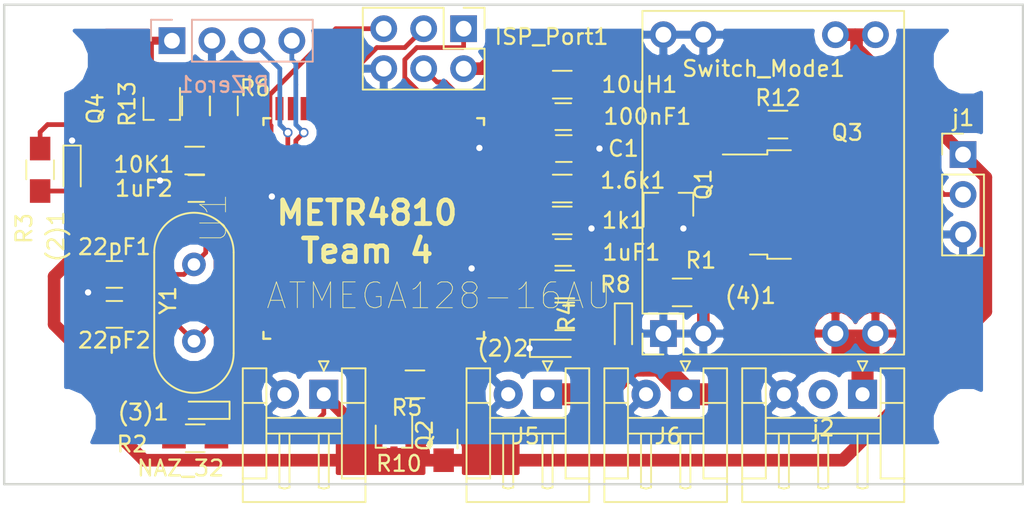
<source format=kicad_pcb>
(kicad_pcb (version 4) (host pcbnew 4.0.6)

  (general
    (links 86)
    (no_connects 0)
    (area 70.984129 67.441069 138.061512 103.729189)
    (thickness 1.6)
    (drawings 5)
    (tracks 248)
    (zones 0)
    (modules 42)
    (nets 32)
  )

  (page A4)
  (layers
    (0 F.Cu signal)
    (31 B.Cu signal)
    (32 B.Adhes user)
    (33 F.Adhes user)
    (34 B.Paste user)
    (35 F.Paste user)
    (36 B.SilkS user)
    (37 F.SilkS user)
    (38 B.Mask user)
    (39 F.Mask user)
    (40 Dwgs.User user)
    (41 Cmts.User user)
    (42 Eco1.User user)
    (43 Eco2.User user)
    (44 Edge.Cuts user)
    (45 Margin user)
    (46 B.CrtYd user)
    (47 F.CrtYd user)
    (48 B.Fab user hide)
    (49 F.Fab user hide)
  )

  (setup
    (last_trace_width 0.25)
    (user_trace_width 0.3)
    (user_trace_width 0.8)
    (user_trace_width 1.4)
    (trace_clearance 0.2)
    (zone_clearance 0.508)
    (zone_45_only no)
    (trace_min 0.2)
    (segment_width 0.2)
    (edge_width 0.15)
    (via_size 0.6)
    (via_drill 0.4)
    (via_min_size 0.4)
    (via_min_drill 0.3)
    (uvia_size 0.3)
    (uvia_drill 0.1)
    (uvias_allowed no)
    (uvia_min_size 0.2)
    (uvia_min_drill 0.1)
    (pcb_text_width 0.3)
    (pcb_text_size 1.5 1.5)
    (mod_edge_width 0.15)
    (mod_text_size 1 1)
    (mod_text_width 0.15)
    (pad_size 1.524 1.524)
    (pad_drill 0.762)
    (pad_to_mask_clearance 0.2)
    (aux_axis_origin 0 0)
    (visible_elements 7FFFFFFF)
    (pcbplotparams
      (layerselection 0x010f0_80000001)
      (usegerberextensions true)
      (excludeedgelayer true)
      (linewidth 0.100000)
      (plotframeref false)
      (viasonmask false)
      (mode 1)
      (useauxorigin false)
      (hpglpennumber 1)
      (hpglpenspeed 20)
      (hpglpendiameter 15)
      (hpglpenoverlay 2)
      (psnegative false)
      (psa4output false)
      (plotreference true)
      (plotvalue true)
      (plotinvisibletext false)
      (padsonsilk false)
      (subtractmaskfromsilk false)
      (outputformat 1)
      (mirror false)
      (drillshape 0)
      (scaleselection 1)
      (outputdirectory ""))
  )

  (net 0 "")
  (net 1 GND)
  (net 2 "Net-((2)1-Pad2)")
  (net 3 "Net-((3)1-Pad2)")
  (net 4 "Net-((4)1-Pad2)")
  (net 5 VCC)
  (net 6 "Net-(22pF1-Pad2)")
  (net 7 "Net-(22pF2-Pad2)")
  (net 8 "Net-(ISP_Port1-Pad1)")
  (net 9 "Net-(ISP_Port1-Pad3)")
  (net 10 "Net-(ISP_Port1-Pad4)")
  (net 11 "Net-(NAZ_32-Pad1)")
  (net 12 "Net-(PiZero1-Pad1)")
  (net 13 "Net-(Q1-Pad3)")
  (net 14 "Net-(Q2-Pad1)")
  (net 15 "Net-(Q4-Pad1)")
  (net 16 "Net-(R5-Pad2)")
  (net 17 "Net-(R6-Pad2)")
  (net 18 "Net-(R8-Pad2)")
  (net 19 "Net-(PiZero1-Pad3)")
  (net 20 "Net-(PiZero1-Pad4)")
  (net 21 "Net-(1.6k1-Pad2)")
  (net 22 "Net-(100nF1-Pad1)")
  (net 23 "Net-(100nF1-Pad2)")
  (net 24 "Net-(C1-Pad1)")
  (net 25 "Net-((2)2-Pad2)")
  (net 26 "Net-((4)1-Pad1)")
  (net 27 +8V)
  (net 28 /reset)
  (net 29 "Net-(Q1-Pad1)")
  (net 30 "Net-(R4-Pad1)")
  (net 31 "Net-(U1-Pad61)")

  (net_class Default "This is the default net class."
    (clearance 0.2)
    (trace_width 0.25)
    (via_dia 0.6)
    (via_drill 0.4)
    (uvia_dia 0.3)
    (uvia_drill 0.1)
    (add_net +8V)
    (add_net /reset)
    (add_net GND)
    (add_net "Net-((2)1-Pad2)")
    (add_net "Net-((2)2-Pad2)")
    (add_net "Net-((3)1-Pad2)")
    (add_net "Net-((4)1-Pad1)")
    (add_net "Net-((4)1-Pad2)")
    (add_net "Net-(1.6k1-Pad2)")
    (add_net "Net-(100nF1-Pad1)")
    (add_net "Net-(100nF1-Pad2)")
    (add_net "Net-(22pF1-Pad2)")
    (add_net "Net-(22pF2-Pad2)")
    (add_net "Net-(C1-Pad1)")
    (add_net "Net-(ISP_Port1-Pad1)")
    (add_net "Net-(ISP_Port1-Pad3)")
    (add_net "Net-(ISP_Port1-Pad4)")
    (add_net "Net-(NAZ_32-Pad1)")
    (add_net "Net-(PiZero1-Pad1)")
    (add_net "Net-(PiZero1-Pad3)")
    (add_net "Net-(PiZero1-Pad4)")
    (add_net "Net-(Q1-Pad1)")
    (add_net "Net-(Q1-Pad3)")
    (add_net "Net-(Q2-Pad1)")
    (add_net "Net-(Q4-Pad1)")
    (add_net "Net-(R4-Pad1)")
    (add_net "Net-(R5-Pad2)")
    (add_net "Net-(R6-Pad2)")
    (add_net "Net-(R8-Pad2)")
    (add_net "Net-(U1-Pad61)")
    (add_net VCC)
  )

  (module Resistors_SMD:R_0805_HandSoldering placed (layer F.Cu) (tedit 58E0A804) (tstamp 5AE68CDB)
    (at 99.064129 94.019189 180)
    (descr "Resistor SMD 0805, hand soldering")
    (tags "resistor 0805")
    (path /5ACF9814)
    (attr smd)
    (fp_text reference R5 (at 0.512129 -1.484811 180) (layer F.SilkS)
      (effects (font (size 1 1) (thickness 0.15)))
    )
    (fp_text value 120 (at 0 1.75 180) (layer F.Fab)
      (effects (font (size 1 1) (thickness 0.15)))
    )
    (fp_text user %R (at 0 0 180) (layer F.Fab)
      (effects (font (size 0.5 0.5) (thickness 0.075)))
    )
    (fp_line (start -1 0.62) (end -1 -0.62) (layer F.Fab) (width 0.1))
    (fp_line (start 1 0.62) (end -1 0.62) (layer F.Fab) (width 0.1))
    (fp_line (start 1 -0.62) (end 1 0.62) (layer F.Fab) (width 0.1))
    (fp_line (start -1 -0.62) (end 1 -0.62) (layer F.Fab) (width 0.1))
    (fp_line (start 0.6 0.88) (end -0.6 0.88) (layer F.SilkS) (width 0.12))
    (fp_line (start -0.6 -0.88) (end 0.6 -0.88) (layer F.SilkS) (width 0.12))
    (fp_line (start -2.35 -0.9) (end 2.35 -0.9) (layer F.CrtYd) (width 0.05))
    (fp_line (start -2.35 -0.9) (end -2.35 0.9) (layer F.CrtYd) (width 0.05))
    (fp_line (start 2.35 0.9) (end 2.35 -0.9) (layer F.CrtYd) (width 0.05))
    (fp_line (start 2.35 0.9) (end -2.35 0.9) (layer F.CrtYd) (width 0.05))
    (pad 1 smd rect (at -1.35 0 180) (size 1.5 1.3) (layers F.Cu F.Paste F.Mask)
      (net 14 "Net-(Q2-Pad1)"))
    (pad 2 smd rect (at 1.35 0 180) (size 1.5 1.3) (layers F.Cu F.Paste F.Mask)
      (net 16 "Net-(R5-Pad2)"))
    (model ${KISYS3DMOD}/Resistors_SMD.3dshapes/R_0805.wrl
      (at (xyz 0 0 0))
      (scale (xyz 1 1 1))
      (rotate (xyz 0 0 0))
    )
  )

  (module Pin_Headers:Pin_Header_Straight_1x03_Pitch2.54mm (layer F.Cu) (tedit 59650532) (tstamp 5AE6AF88)
    (at 133.909129 79.414189)
    (descr "Through hole straight pin header, 1x03, 2.54mm pitch, single row")
    (tags "Through hole pin header THT 1x03 2.54mm single row")
    (path /5AE85D14)
    (fp_text reference j1 (at 0 -2.33) (layer F.SilkS)
      (effects (font (size 1 1) (thickness 0.15)))
    )
    (fp_text value "hall effect" (at 0 7.41) (layer F.Fab)
      (effects (font (size 1 1) (thickness 0.15)))
    )
    (fp_line (start -0.635 -1.27) (end 1.27 -1.27) (layer F.Fab) (width 0.1))
    (fp_line (start 1.27 -1.27) (end 1.27 6.35) (layer F.Fab) (width 0.1))
    (fp_line (start 1.27 6.35) (end -1.27 6.35) (layer F.Fab) (width 0.1))
    (fp_line (start -1.27 6.35) (end -1.27 -0.635) (layer F.Fab) (width 0.1))
    (fp_line (start -1.27 -0.635) (end -0.635 -1.27) (layer F.Fab) (width 0.1))
    (fp_line (start -1.33 6.41) (end 1.33 6.41) (layer F.SilkS) (width 0.12))
    (fp_line (start -1.33 1.27) (end -1.33 6.41) (layer F.SilkS) (width 0.12))
    (fp_line (start 1.33 1.27) (end 1.33 6.41) (layer F.SilkS) (width 0.12))
    (fp_line (start -1.33 1.27) (end 1.33 1.27) (layer F.SilkS) (width 0.12))
    (fp_line (start -1.33 0) (end -1.33 -1.33) (layer F.SilkS) (width 0.12))
    (fp_line (start -1.33 -1.33) (end 0 -1.33) (layer F.SilkS) (width 0.12))
    (fp_line (start -1.8 -1.8) (end -1.8 6.85) (layer F.CrtYd) (width 0.05))
    (fp_line (start -1.8 6.85) (end 1.8 6.85) (layer F.CrtYd) (width 0.05))
    (fp_line (start 1.8 6.85) (end 1.8 -1.8) (layer F.CrtYd) (width 0.05))
    (fp_line (start 1.8 -1.8) (end -1.8 -1.8) (layer F.CrtYd) (width 0.05))
    (fp_text user %R (at 0 2.54 90) (layer F.Fab)
      (effects (font (size 1 1) (thickness 0.15)))
    )
    (pad 1 thru_hole rect (at 0 0) (size 1.7 1.7) (drill 1) (layers *.Cu *.Mask)
      (net 5 VCC))
    (pad 2 thru_hole oval (at 0 2.54) (size 1.7 1.7) (drill 1) (layers *.Cu *.Mask)
      (net 31 "Net-(U1-Pad61)"))
    (pad 3 thru_hole oval (at 0 5.08) (size 1.7 1.7) (drill 1) (layers *.Cu *.Mask)
      (net 1 GND))
    (model ${KISYS3DMOD}/Pin_Headers.3dshapes/Pin_Header_Straight_1x03_Pitch2.54mm.wrl
      (at (xyz 0 0 0))
      (scale (xyz 1 1 1))
      (rotate (xyz 0 0 0))
    )
  )

  (module ATMEGA128-16AU:QFP80P1600X1600X120-64N placed (layer F.Cu) (tedit 0) (tstamp 5ACF4FFF)
    (at 96.444129 84.113189 270)
    (path /5AA87343)
    (attr smd)
    (fp_text reference U1 (at -0.661779 10.1812 270) (layer F.SilkS)
      (effects (font (size 1.64342 1.64342) (thickness 0.05)))
    )
    (fp_text value ATMEGA128-16AU (at 4.278811 -4.139871 360) (layer F.SilkS)
      (effects (font (size 1.64293 1.64293) (thickness 0.05)))
    )
    (fp_line (start -7.0104 6.5786) (end -7.0104 7.0104) (layer F.SilkS) (width 0.1524))
    (fp_line (start 6.5786 7.0104) (end 7.0104 7.0104) (layer F.SilkS) (width 0.1524))
    (fp_line (start 7.0104 -6.5786) (end 7.0104 -7.0104) (layer F.SilkS) (width 0.1524))
    (fp_line (start -6.5786 -7.0104) (end -7.0104 -7.0104) (layer F.SilkS) (width 0.1524))
    (fp_line (start -7.0104 7.0104) (end -6.5786 7.0104) (layer F.SilkS) (width 0.1524))
    (fp_line (start 7.0104 7.0104) (end 7.0104 6.5786) (layer F.SilkS) (width 0.1524))
    (fp_line (start 7.0104 -7.0104) (end 6.5786 -7.0104) (layer F.SilkS) (width 0.1524))
    (fp_line (start -7.0104 -7.0104) (end -7.0104 -6.5786) (layer F.SilkS) (width 0.1524))
    (fp_line (start -7.0104 7.0104) (end -6.223 7.0104) (layer Dwgs.User) (width 0))
    (fp_line (start -5.7658 7.0104) (end -5.4356 7.0104) (layer Dwgs.User) (width 0))
    (fp_line (start -4.9784 7.0104) (end -4.6228 7.0104) (layer Dwgs.User) (width 0))
    (fp_line (start -4.1656 7.0104) (end -3.8354 7.0104) (layer Dwgs.User) (width 0))
    (fp_line (start -3.3782 7.0104) (end -3.0226 7.0104) (layer Dwgs.User) (width 0))
    (fp_line (start -2.5654 7.0104) (end -2.2352 7.0104) (layer Dwgs.User) (width 0))
    (fp_line (start -1.778 7.0104) (end -1.4224 7.0104) (layer Dwgs.User) (width 0))
    (fp_line (start -0.9652 7.0104) (end -0.635 7.0104) (layer Dwgs.User) (width 0))
    (fp_line (start -0.1778 7.0104) (end 0.1778 7.0104) (layer Dwgs.User) (width 0))
    (fp_line (start 0.635 7.0104) (end 0.9652 7.0104) (layer Dwgs.User) (width 0))
    (fp_line (start 1.4224 7.0104) (end 1.778 7.0104) (layer Dwgs.User) (width 0))
    (fp_line (start 2.2352 7.0104) (end 2.5654 7.0104) (layer Dwgs.User) (width 0))
    (fp_line (start 3.0226 7.0104) (end 3.3782 7.0104) (layer Dwgs.User) (width 0))
    (fp_line (start 3.8354 7.0104) (end 4.1656 7.0104) (layer Dwgs.User) (width 0))
    (fp_line (start 4.6228 7.0104) (end 4.9784 7.0104) (layer Dwgs.User) (width 0))
    (fp_line (start 5.4356 7.0104) (end 5.7658 7.0104) (layer Dwgs.User) (width 0))
    (fp_line (start 6.223 7.0104) (end 7.0104 7.0104) (layer Dwgs.User) (width 0))
    (fp_line (start 7.0104 7.0104) (end 7.0104 6.223) (layer Dwgs.User) (width 0))
    (fp_line (start 7.0104 5.7658) (end 7.0104 5.4356) (layer Dwgs.User) (width 0))
    (fp_line (start 7.0104 4.9784) (end 7.0104 4.6228) (layer Dwgs.User) (width 0))
    (fp_line (start 7.0104 4.1656) (end 7.0104 3.8354) (layer Dwgs.User) (width 0))
    (fp_line (start 7.0104 3.3782) (end 7.0104 3.0226) (layer Dwgs.User) (width 0))
    (fp_line (start 7.0104 2.5654) (end 7.0104 2.2352) (layer Dwgs.User) (width 0))
    (fp_line (start 7.0104 1.778) (end 7.0104 1.4224) (layer Dwgs.User) (width 0))
    (fp_line (start 7.0104 0.9652) (end 7.0104 0.635) (layer Dwgs.User) (width 0))
    (fp_line (start 7.0104 0.1778) (end 7.0104 -0.1778) (layer Dwgs.User) (width 0))
    (fp_line (start 7.0104 -0.635) (end 7.0104 -0.9652) (layer Dwgs.User) (width 0))
    (fp_line (start 7.0104 -1.4224) (end 7.0104 -1.778) (layer Dwgs.User) (width 0))
    (fp_line (start 7.0104 -2.2352) (end 7.0104 -2.5654) (layer Dwgs.User) (width 0))
    (fp_line (start 7.0104 -3.0226) (end 7.0104 -3.3782) (layer Dwgs.User) (width 0))
    (fp_line (start 7.0104 -3.8354) (end 7.0104 -4.1656) (layer Dwgs.User) (width 0))
    (fp_line (start 7.0104 -4.6228) (end 7.0104 -4.9784) (layer Dwgs.User) (width 0))
    (fp_line (start 7.0104 -5.4356) (end 7.0104 -5.7658) (layer Dwgs.User) (width 0))
    (fp_line (start 7.0104 -6.223) (end 7.0104 -7.0104) (layer Dwgs.User) (width 0))
    (fp_line (start 7.0104 -7.0104) (end 6.223 -7.0104) (layer Dwgs.User) (width 0))
    (fp_line (start 5.7658 -7.0104) (end 5.4356 -7.0104) (layer Dwgs.User) (width 0))
    (fp_line (start 4.9784 -7.0104) (end 4.6228 -7.0104) (layer Dwgs.User) (width 0))
    (fp_line (start 4.1656 -7.0104) (end 3.8354 -7.0104) (layer Dwgs.User) (width 0))
    (fp_line (start 3.3782 -7.0104) (end 3.0226 -7.0104) (layer Dwgs.User) (width 0))
    (fp_line (start 2.5654 -7.0104) (end 2.2352 -7.0104) (layer Dwgs.User) (width 0))
    (fp_line (start 1.778 -7.0104) (end 1.4224 -7.0104) (layer Dwgs.User) (width 0))
    (fp_line (start 0.9652 -7.0104) (end 0.635 -7.0104) (layer Dwgs.User) (width 0))
    (fp_line (start 0.1778 -7.0104) (end -0.1778 -7.0104) (layer Dwgs.User) (width 0))
    (fp_line (start -0.635 -7.0104) (end -0.9652 -7.0104) (layer Dwgs.User) (width 0))
    (fp_line (start -1.4224 -7.0104) (end -1.778 -7.0104) (layer Dwgs.User) (width 0))
    (fp_line (start -2.2352 -7.0104) (end -2.5654 -7.0104) (layer Dwgs.User) (width 0))
    (fp_line (start -3.0226 -7.0104) (end -3.3782 -7.0104) (layer Dwgs.User) (width 0))
    (fp_line (start -3.8354 -7.0104) (end -4.1656 -7.0104) (layer Dwgs.User) (width 0))
    (fp_line (start -4.6228 -7.0104) (end -4.9784 -7.0104) (layer Dwgs.User) (width 0))
    (fp_line (start -5.4356 -7.0104) (end -5.7404 -7.0104) (layer Dwgs.User) (width 0))
    (fp_line (start -5.7404 -7.0104) (end -5.7658 -7.0104) (layer Dwgs.User) (width 0))
    (fp_line (start -6.223 -7.0104) (end -7.0104 -7.0104) (layer Dwgs.User) (width 0))
    (fp_line (start -7.0104 -7.0104) (end -7.0104 -6.223) (layer Dwgs.User) (width 0))
    (fp_line (start -7.0104 -5.7658) (end -7.0104 -5.7404) (layer Dwgs.User) (width 0))
    (fp_line (start -7.0104 -5.7404) (end -7.0104 -5.4356) (layer Dwgs.User) (width 0))
    (fp_line (start -7.0104 -4.9784) (end -7.0104 -4.6228) (layer Dwgs.User) (width 0))
    (fp_line (start -7.0104 -4.1656) (end -7.0104 -3.8354) (layer Dwgs.User) (width 0))
    (fp_line (start -7.0104 -3.3782) (end -7.0104 -3.0226) (layer Dwgs.User) (width 0))
    (fp_line (start -7.0104 -2.5654) (end -7.0104 -2.2352) (layer Dwgs.User) (width 0))
    (fp_line (start -7.0104 -1.778) (end -7.0104 -1.4224) (layer Dwgs.User) (width 0))
    (fp_line (start -7.0104 -0.9652) (end -7.0104 -0.635) (layer Dwgs.User) (width 0))
    (fp_line (start -7.0104 -0.1778) (end -7.0104 0.1778) (layer Dwgs.User) (width 0))
    (fp_line (start -7.0104 0.635) (end -7.0104 0.9652) (layer Dwgs.User) (width 0))
    (fp_line (start -7.0104 1.4224) (end -7.0104 1.778) (layer Dwgs.User) (width 0))
    (fp_line (start -7.0104 2.2352) (end -7.0104 2.5654) (layer Dwgs.User) (width 0))
    (fp_line (start -7.0104 3.0226) (end -7.0104 3.3782) (layer Dwgs.User) (width 0))
    (fp_line (start -7.0104 3.8354) (end -7.0104 4.1656) (layer Dwgs.User) (width 0))
    (fp_line (start -7.0104 4.6228) (end -7.0104 4.9784) (layer Dwgs.User) (width 0))
    (fp_line (start -7.0104 5.4356) (end -7.0104 5.7658) (layer Dwgs.User) (width 0))
    (fp_line (start -7.0104 6.223) (end -7.0104 7.0104) (layer Dwgs.User) (width 0))
    (fp_line (start 5.7658 -7.0104) (end 6.223 -7.0104) (layer Dwgs.User) (width 0))
    (fp_line (start 6.223 -7.0104) (end 6.223 -8.001) (layer Dwgs.User) (width 0))
    (fp_line (start 6.223 -8.001) (end 5.7658 -8.001) (layer Dwgs.User) (width 0))
    (fp_line (start 5.7658 -8.001) (end 5.7658 -7.0104) (layer Dwgs.User) (width 0))
    (fp_line (start 4.9784 -7.0104) (end 5.4356 -7.0104) (layer Dwgs.User) (width 0))
    (fp_line (start 5.4356 -7.0104) (end 5.4356 -8.001) (layer Dwgs.User) (width 0))
    (fp_line (start 5.4356 -8.001) (end 4.9784 -8.001) (layer Dwgs.User) (width 0))
    (fp_line (start 4.9784 -8.001) (end 4.9784 -7.0104) (layer Dwgs.User) (width 0))
    (fp_line (start 4.1656 -7.0104) (end 4.6228 -7.0104) (layer Dwgs.User) (width 0))
    (fp_line (start 4.6228 -7.0104) (end 4.6228 -8.001) (layer Dwgs.User) (width 0))
    (fp_line (start 4.6228 -8.001) (end 4.1656 -8.001) (layer Dwgs.User) (width 0))
    (fp_line (start 4.1656 -8.001) (end 4.1656 -7.0104) (layer Dwgs.User) (width 0))
    (fp_line (start 3.3782 -7.0104) (end 3.8354 -7.0104) (layer Dwgs.User) (width 0))
    (fp_line (start 3.8354 -7.0104) (end 3.8354 -8.001) (layer Dwgs.User) (width 0))
    (fp_line (start 3.8354 -8.001) (end 3.3782 -8.001) (layer Dwgs.User) (width 0))
    (fp_line (start 3.3782 -8.001) (end 3.3782 -7.0104) (layer Dwgs.User) (width 0))
    (fp_line (start 2.5654 -7.0104) (end 3.0226 -7.0104) (layer Dwgs.User) (width 0))
    (fp_line (start 3.0226 -7.0104) (end 3.0226 -8.001) (layer Dwgs.User) (width 0))
    (fp_line (start 3.0226 -8.001) (end 2.5654 -8.001) (layer Dwgs.User) (width 0))
    (fp_line (start 2.5654 -8.001) (end 2.5654 -7.0104) (layer Dwgs.User) (width 0))
    (fp_line (start 1.778 -7.0104) (end 2.2352 -7.0104) (layer Dwgs.User) (width 0))
    (fp_line (start 2.2352 -7.0104) (end 2.2352 -8.001) (layer Dwgs.User) (width 0))
    (fp_line (start 2.2352 -8.001) (end 1.778 -8.001) (layer Dwgs.User) (width 0))
    (fp_line (start 1.778 -8.001) (end 1.778 -7.0104) (layer Dwgs.User) (width 0))
    (fp_line (start 0.9652 -7.0104) (end 1.4224 -7.0104) (layer Dwgs.User) (width 0))
    (fp_line (start 1.4224 -7.0104) (end 1.4224 -8.001) (layer Dwgs.User) (width 0))
    (fp_line (start 1.4224 -8.001) (end 0.9652 -8.001) (layer Dwgs.User) (width 0))
    (fp_line (start 0.9652 -8.001) (end 0.9652 -7.0104) (layer Dwgs.User) (width 0))
    (fp_line (start 0.1778 -7.0104) (end 0.635 -7.0104) (layer Dwgs.User) (width 0))
    (fp_line (start 0.635 -7.0104) (end 0.635 -8.001) (layer Dwgs.User) (width 0))
    (fp_line (start 0.635 -8.001) (end 0.1778 -8.001) (layer Dwgs.User) (width 0))
    (fp_line (start 0.1778 -8.001) (end 0.1778 -7.0104) (layer Dwgs.User) (width 0))
    (fp_line (start -0.635 -7.0104) (end -0.1778 -7.0104) (layer Dwgs.User) (width 0))
    (fp_line (start -0.1778 -7.0104) (end -0.1778 -8.001) (layer Dwgs.User) (width 0))
    (fp_line (start -0.1778 -8.001) (end -0.635 -8.001) (layer Dwgs.User) (width 0))
    (fp_line (start -0.635 -8.001) (end -0.635 -7.0104) (layer Dwgs.User) (width 0))
    (fp_line (start -1.4224 -7.0104) (end -0.9652 -7.0104) (layer Dwgs.User) (width 0))
    (fp_line (start -0.9652 -7.0104) (end -0.9652 -8.001) (layer Dwgs.User) (width 0))
    (fp_line (start -0.9652 -8.001) (end -1.4224 -8.001) (layer Dwgs.User) (width 0))
    (fp_line (start -1.4224 -8.001) (end -1.4224 -7.0104) (layer Dwgs.User) (width 0))
    (fp_line (start -2.2352 -7.0104) (end -1.778 -7.0104) (layer Dwgs.User) (width 0))
    (fp_line (start -1.778 -7.0104) (end -1.778 -8.001) (layer Dwgs.User) (width 0))
    (fp_line (start -1.778 -8.001) (end -2.2352 -8.001) (layer Dwgs.User) (width 0))
    (fp_line (start -2.2352 -8.001) (end -2.2352 -7.0104) (layer Dwgs.User) (width 0))
    (fp_line (start -3.0226 -7.0104) (end -2.5654 -7.0104) (layer Dwgs.User) (width 0))
    (fp_line (start -2.5654 -7.0104) (end -2.5654 -8.001) (layer Dwgs.User) (width 0))
    (fp_line (start -2.5654 -8.001) (end -3.0226 -8.001) (layer Dwgs.User) (width 0))
    (fp_line (start -3.0226 -8.001) (end -3.0226 -7.0104) (layer Dwgs.User) (width 0))
    (fp_line (start -3.8354 -7.0104) (end -3.3782 -7.0104) (layer Dwgs.User) (width 0))
    (fp_line (start -3.3782 -7.0104) (end -3.3782 -8.001) (layer Dwgs.User) (width 0))
    (fp_line (start -3.3782 -8.001) (end -3.8354 -8.001) (layer Dwgs.User) (width 0))
    (fp_line (start -3.8354 -8.001) (end -3.8354 -7.0104) (layer Dwgs.User) (width 0))
    (fp_line (start -4.6228 -7.0104) (end -4.1656 -7.0104) (layer Dwgs.User) (width 0))
    (fp_line (start -4.1656 -7.0104) (end -4.1656 -8.001) (layer Dwgs.User) (width 0))
    (fp_line (start -4.1656 -8.001) (end -4.6228 -8.001) (layer Dwgs.User) (width 0))
    (fp_line (start -4.6228 -8.001) (end -4.6228 -7.0104) (layer Dwgs.User) (width 0))
    (fp_line (start -5.4356 -7.0104) (end -4.9784 -7.0104) (layer Dwgs.User) (width 0))
    (fp_line (start -4.9784 -7.0104) (end -4.9784 -8.001) (layer Dwgs.User) (width 0))
    (fp_line (start -4.9784 -8.001) (end -5.4356 -8.001) (layer Dwgs.User) (width 0))
    (fp_line (start -5.4356 -8.001) (end -5.4356 -7.0104) (layer Dwgs.User) (width 0))
    (fp_line (start -6.223 -7.0104) (end -5.7658 -7.0104) (layer Dwgs.User) (width 0))
    (fp_line (start -5.7658 -7.0104) (end -5.7658 -8.001) (layer Dwgs.User) (width 0))
    (fp_line (start -5.7658 -8.001) (end -6.223 -8.001) (layer Dwgs.User) (width 0))
    (fp_line (start -6.223 -8.001) (end -6.223 -7.0104) (layer Dwgs.User) (width 0))
    (fp_line (start -7.0104 -5.7658) (end -7.0104 -6.223) (layer Dwgs.User) (width 0))
    (fp_line (start -7.0104 -6.223) (end -8.001 -6.223) (layer Dwgs.User) (width 0))
    (fp_line (start -8.001 -6.223) (end -8.001 -5.7658) (layer Dwgs.User) (width 0))
    (fp_line (start -8.001 -5.7658) (end -7.0104 -5.7658) (layer Dwgs.User) (width 0))
    (fp_line (start -7.0104 -4.9784) (end -7.0104 -5.4356) (layer Dwgs.User) (width 0))
    (fp_line (start -7.0104 -5.4356) (end -8.001 -5.4356) (layer Dwgs.User) (width 0))
    (fp_line (start -8.001 -5.4356) (end -8.001 -4.9784) (layer Dwgs.User) (width 0))
    (fp_line (start -8.001 -4.9784) (end -7.0104 -4.9784) (layer Dwgs.User) (width 0))
    (fp_line (start -7.0104 -4.1656) (end -7.0104 -4.6228) (layer Dwgs.User) (width 0))
    (fp_line (start -7.0104 -4.6228) (end -8.001 -4.6228) (layer Dwgs.User) (width 0))
    (fp_line (start -8.001 -4.6228) (end -8.001 -4.1656) (layer Dwgs.User) (width 0))
    (fp_line (start -8.001 -4.1656) (end -7.0104 -4.1656) (layer Dwgs.User) (width 0))
    (fp_line (start -7.0104 -3.3782) (end -7.0104 -3.8354) (layer Dwgs.User) (width 0))
    (fp_line (start -7.0104 -3.8354) (end -8.001 -3.8354) (layer Dwgs.User) (width 0))
    (fp_line (start -8.001 -3.8354) (end -8.001 -3.3782) (layer Dwgs.User) (width 0))
    (fp_line (start -8.001 -3.3782) (end -7.0104 -3.3782) (layer Dwgs.User) (width 0))
    (fp_line (start -7.0104 -2.5654) (end -7.0104 -3.0226) (layer Dwgs.User) (width 0))
    (fp_line (start -7.0104 -3.0226) (end -8.001 -3.0226) (layer Dwgs.User) (width 0))
    (fp_line (start -8.001 -3.0226) (end -8.001 -2.5654) (layer Dwgs.User) (width 0))
    (fp_line (start -8.001 -2.5654) (end -7.0104 -2.5654) (layer Dwgs.User) (width 0))
    (fp_line (start -7.0104 -1.778) (end -7.0104 -2.2352) (layer Dwgs.User) (width 0))
    (fp_line (start -7.0104 -2.2352) (end -8.001 -2.2352) (layer Dwgs.User) (width 0))
    (fp_line (start -8.001 -2.2352) (end -8.001 -1.778) (layer Dwgs.User) (width 0))
    (fp_line (start -8.001 -1.778) (end -7.0104 -1.778) (layer Dwgs.User) (width 0))
    (fp_line (start -7.0104 -0.9652) (end -7.0104 -1.4224) (layer Dwgs.User) (width 0))
    (fp_line (start -7.0104 -1.4224) (end -8.001 -1.4224) (layer Dwgs.User) (width 0))
    (fp_line (start -8.001 -1.4224) (end -8.001 -0.9652) (layer Dwgs.User) (width 0))
    (fp_line (start -8.001 -0.9652) (end -7.0104 -0.9652) (layer Dwgs.User) (width 0))
    (fp_line (start -7.0104 -0.1778) (end -7.0104 -0.635) (layer Dwgs.User) (width 0))
    (fp_line (start -7.0104 -0.635) (end -8.001 -0.635) (layer Dwgs.User) (width 0))
    (fp_line (start -8.001 -0.635) (end -8.001 -0.1778) (layer Dwgs.User) (width 0))
    (fp_line (start -8.001 -0.1778) (end -7.0104 -0.1778) (layer Dwgs.User) (width 0))
    (fp_line (start -7.0104 0.635) (end -7.0104 0.1778) (layer Dwgs.User) (width 0))
    (fp_line (start -7.0104 0.1778) (end -8.001 0.1778) (layer Dwgs.User) (width 0))
    (fp_line (start -8.001 0.1778) (end -8.001 0.635) (layer Dwgs.User) (width 0))
    (fp_line (start -8.001 0.635) (end -7.0104 0.635) (layer Dwgs.User) (width 0))
    (fp_line (start -7.0104 1.4224) (end -7.0104 0.9652) (layer Dwgs.User) (width 0))
    (fp_line (start -7.0104 0.9652) (end -8.001 0.9652) (layer Dwgs.User) (width 0))
    (fp_line (start -8.001 0.9652) (end -8.001 1.4224) (layer Dwgs.User) (width 0))
    (fp_line (start -8.001 1.4224) (end -7.0104 1.4224) (layer Dwgs.User) (width 0))
    (fp_line (start -7.0104 2.2352) (end -7.0104 1.778) (layer Dwgs.User) (width 0))
    (fp_line (start -7.0104 1.778) (end -8.001 1.778) (layer Dwgs.User) (width 0))
    (fp_line (start -8.001 1.778) (end -8.001 2.2352) (layer Dwgs.User) (width 0))
    (fp_line (start -8.001 2.2352) (end -7.0104 2.2352) (layer Dwgs.User) (width 0))
    (fp_line (start -7.0104 3.0226) (end -7.0104 2.5654) (layer Dwgs.User) (width 0))
    (fp_line (start -7.0104 2.5654) (end -8.001 2.5654) (layer Dwgs.User) (width 0))
    (fp_line (start -8.001 2.5654) (end -8.001 3.0226) (layer Dwgs.User) (width 0))
    (fp_line (start -8.001 3.0226) (end -7.0104 3.0226) (layer Dwgs.User) (width 0))
    (fp_line (start -7.0104 3.8354) (end -7.0104 3.3782) (layer Dwgs.User) (width 0))
    (fp_line (start -7.0104 3.3782) (end -8.001 3.3782) (layer Dwgs.User) (width 0))
    (fp_line (start -8.001 3.3782) (end -8.001 3.8354) (layer Dwgs.User) (width 0))
    (fp_line (start -8.001 3.8354) (end -7.0104 3.8354) (layer Dwgs.User) (width 0))
    (fp_line (start -7.0104 4.6228) (end -7.0104 4.1656) (layer Dwgs.User) (width 0))
    (fp_line (start -7.0104 4.1656) (end -8.001 4.1656) (layer Dwgs.User) (width 0))
    (fp_line (start -8.001 4.1656) (end -8.001 4.6228) (layer Dwgs.User) (width 0))
    (fp_line (start -8.001 4.6228) (end -7.0104 4.6228) (layer Dwgs.User) (width 0))
    (fp_line (start -7.0104 5.4356) (end -7.0104 4.9784) (layer Dwgs.User) (width 0))
    (fp_line (start -7.0104 4.9784) (end -8.001 4.9784) (layer Dwgs.User) (width 0))
    (fp_line (start -8.001 4.9784) (end -8.001 5.4356) (layer Dwgs.User) (width 0))
    (fp_line (start -8.001 5.4356) (end -7.0104 5.4356) (layer Dwgs.User) (width 0))
    (fp_line (start -7.0104 6.223) (end -7.0104 5.7658) (layer Dwgs.User) (width 0))
    (fp_line (start -7.0104 5.7658) (end -8.001 5.7658) (layer Dwgs.User) (width 0))
    (fp_line (start -8.001 5.7658) (end -8.001 6.223) (layer Dwgs.User) (width 0))
    (fp_line (start -8.001 6.223) (end -7.0104 6.223) (layer Dwgs.User) (width 0))
    (fp_line (start -5.7658 7.0104) (end -6.223 7.0104) (layer Dwgs.User) (width 0))
    (fp_line (start -6.223 7.0104) (end -6.223 8.001) (layer Dwgs.User) (width 0))
    (fp_line (start -6.223 8.001) (end -5.7658 8.001) (layer Dwgs.User) (width 0))
    (fp_line (start -5.7658 8.001) (end -5.7658 7.0104) (layer Dwgs.User) (width 0))
    (fp_line (start -4.9784 7.0104) (end -5.4356 7.0104) (layer Dwgs.User) (width 0))
    (fp_line (start -5.4356 7.0104) (end -5.4356 8.001) (layer Dwgs.User) (width 0))
    (fp_line (start -5.4356 8.001) (end -4.9784 8.001) (layer Dwgs.User) (width 0))
    (fp_line (start -4.9784 8.001) (end -4.9784 7.0104) (layer Dwgs.User) (width 0))
    (fp_line (start -4.1656 7.0104) (end -4.6228 7.0104) (layer Dwgs.User) (width 0))
    (fp_line (start -4.6228 7.0104) (end -4.6228 8.001) (layer Dwgs.User) (width 0))
    (fp_line (start -4.6228 8.001) (end -4.1656 8.001) (layer Dwgs.User) (width 0))
    (fp_line (start -4.1656 8.001) (end -4.1656 7.0104) (layer Dwgs.User) (width 0))
    (fp_line (start -3.3782 7.0104) (end -3.8354 7.0104) (layer Dwgs.User) (width 0))
    (fp_line (start -3.8354 7.0104) (end -3.8354 8.001) (layer Dwgs.User) (width 0))
    (fp_line (start -3.8354 8.001) (end -3.3782 8.001) (layer Dwgs.User) (width 0))
    (fp_line (start -3.3782 8.001) (end -3.3782 7.0104) (layer Dwgs.User) (width 0))
    (fp_line (start -2.5654 7.0104) (end -3.0226 7.0104) (layer Dwgs.User) (width 0))
    (fp_line (start -3.0226 7.0104) (end -3.0226 8.001) (layer Dwgs.User) (width 0))
    (fp_line (start -3.0226 8.001) (end -2.5654 8.001) (layer Dwgs.User) (width 0))
    (fp_line (start -2.5654 8.001) (end -2.5654 7.0104) (layer Dwgs.User) (width 0))
    (fp_line (start -1.778 7.0104) (end -2.2352 7.0104) (layer Dwgs.User) (width 0))
    (fp_line (start -2.2352 7.0104) (end -2.2352 8.001) (layer Dwgs.User) (width 0))
    (fp_line (start -2.2352 8.001) (end -1.778 8.001) (layer Dwgs.User) (width 0))
    (fp_line (start -1.778 8.001) (end -1.778 7.0104) (layer Dwgs.User) (width 0))
    (fp_line (start -0.9652 7.0104) (end -1.4224 7.0104) (layer Dwgs.User) (width 0))
    (fp_line (start -1.4224 7.0104) (end -1.4224 8.001) (layer Dwgs.User) (width 0))
    (fp_line (start -1.4224 8.001) (end -0.9652 8.001) (layer Dwgs.User) (width 0))
    (fp_line (start -0.9652 8.001) (end -0.9652 7.0104) (layer Dwgs.User) (width 0))
    (fp_line (start -0.1778 7.0104) (end -0.635 7.0104) (layer Dwgs.User) (width 0))
    (fp_line (start -0.635 7.0104) (end -0.635 8.001) (layer Dwgs.User) (width 0))
    (fp_line (start -0.635 8.001) (end -0.1778 8.001) (layer Dwgs.User) (width 0))
    (fp_line (start -0.1778 8.001) (end -0.1778 7.0104) (layer Dwgs.User) (width 0))
    (fp_line (start 0.635 7.0104) (end 0.1778 7.0104) (layer Dwgs.User) (width 0))
    (fp_line (start 0.1778 7.0104) (end 0.1778 8.001) (layer Dwgs.User) (width 0))
    (fp_line (start 0.1778 8.001) (end 0.635 8.001) (layer Dwgs.User) (width 0))
    (fp_line (start 0.635 8.001) (end 0.635 7.0104) (layer Dwgs.User) (width 0))
    (fp_line (start 1.4224 7.0104) (end 0.9652 7.0104) (layer Dwgs.User) (width 0))
    (fp_line (start 0.9652 7.0104) (end 0.9652 8.001) (layer Dwgs.User) (width 0))
    (fp_line (start 0.9652 8.001) (end 1.4224 8.001) (layer Dwgs.User) (width 0))
    (fp_line (start 1.4224 8.001) (end 1.4224 7.0104) (layer Dwgs.User) (width 0))
    (fp_line (start 2.2352 7.0104) (end 1.778 7.0104) (layer Dwgs.User) (width 0))
    (fp_line (start 1.778 7.0104) (end 1.778 8.001) (layer Dwgs.User) (width 0))
    (fp_line (start 1.778 8.001) (end 2.2352 8.001) (layer Dwgs.User) (width 0))
    (fp_line (start 2.2352 8.001) (end 2.2352 7.0104) (layer Dwgs.User) (width 0))
    (fp_line (start 3.0226 7.0104) (end 2.5654 7.0104) (layer Dwgs.User) (width 0))
    (fp_line (start 2.5654 7.0104) (end 2.5654 8.001) (layer Dwgs.User) (width 0))
    (fp_line (start 2.5654 8.001) (end 3.0226 8.001) (layer Dwgs.User) (width 0))
    (fp_line (start 3.0226 8.001) (end 3.0226 7.0104) (layer Dwgs.User) (width 0))
    (fp_line (start 3.8354 7.0104) (end 3.3782 7.0104) (layer Dwgs.User) (width 0))
    (fp_line (start 3.3782 7.0104) (end 3.3782 8.001) (layer Dwgs.User) (width 0))
    (fp_line (start 3.3782 8.001) (end 3.8354 8.001) (layer Dwgs.User) (width 0))
    (fp_line (start 3.8354 8.001) (end 3.8354 7.0104) (layer Dwgs.User) (width 0))
    (fp_line (start 4.6228 7.0104) (end 4.1656 7.0104) (layer Dwgs.User) (width 0))
    (fp_line (start 4.1656 7.0104) (end 4.1656 8.001) (layer Dwgs.User) (width 0))
    (fp_line (start 4.1656 8.001) (end 4.6228 8.001) (layer Dwgs.User) (width 0))
    (fp_line (start 4.6228 8.001) (end 4.6228 7.0104) (layer Dwgs.User) (width 0))
    (fp_line (start 5.4356 7.0104) (end 4.9784 7.0104) (layer Dwgs.User) (width 0))
    (fp_line (start 4.9784 7.0104) (end 4.9784 8.001) (layer Dwgs.User) (width 0))
    (fp_line (start 4.9784 8.001) (end 5.4356 8.001) (layer Dwgs.User) (width 0))
    (fp_line (start 5.4356 8.001) (end 5.4356 7.0104) (layer Dwgs.User) (width 0))
    (fp_line (start 6.223 7.0104) (end 5.7658 7.0104) (layer Dwgs.User) (width 0))
    (fp_line (start 5.7658 7.0104) (end 5.7658 8.001) (layer Dwgs.User) (width 0))
    (fp_line (start 5.7658 8.001) (end 6.223 8.001) (layer Dwgs.User) (width 0))
    (fp_line (start 6.223 8.001) (end 6.223 7.0104) (layer Dwgs.User) (width 0))
    (fp_line (start 7.0104 5.7658) (end 7.0104 6.223) (layer Dwgs.User) (width 0))
    (fp_line (start 7.0104 6.223) (end 8.001 6.223) (layer Dwgs.User) (width 0))
    (fp_line (start 8.001 6.223) (end 8.001 5.7658) (layer Dwgs.User) (width 0))
    (fp_line (start 8.001 5.7658) (end 7.0104 5.7658) (layer Dwgs.User) (width 0))
    (fp_line (start 7.0104 4.9784) (end 7.0104 5.4356) (layer Dwgs.User) (width 0))
    (fp_line (start 7.0104 5.4356) (end 8.001 5.4356) (layer Dwgs.User) (width 0))
    (fp_line (start 8.001 5.4356) (end 8.001 4.9784) (layer Dwgs.User) (width 0))
    (fp_line (start 8.001 4.9784) (end 7.0104 4.9784) (layer Dwgs.User) (width 0))
    (fp_line (start 7.0104 4.1656) (end 7.0104 4.6228) (layer Dwgs.User) (width 0))
    (fp_line (start 7.0104 4.6228) (end 8.001 4.6228) (layer Dwgs.User) (width 0))
    (fp_line (start 8.001 4.6228) (end 8.001 4.1656) (layer Dwgs.User) (width 0))
    (fp_line (start 8.001 4.1656) (end 7.0104 4.1656) (layer Dwgs.User) (width 0))
    (fp_line (start 7.0104 3.3782) (end 7.0104 3.8354) (layer Dwgs.User) (width 0))
    (fp_line (start 7.0104 3.8354) (end 8.001 3.8354) (layer Dwgs.User) (width 0))
    (fp_line (start 8.001 3.8354) (end 8.001 3.3782) (layer Dwgs.User) (width 0))
    (fp_line (start 8.001 3.3782) (end 7.0104 3.3782) (layer Dwgs.User) (width 0))
    (fp_line (start 7.0104 2.5654) (end 7.0104 3.0226) (layer Dwgs.User) (width 0))
    (fp_line (start 7.0104 3.0226) (end 8.001 3.0226) (layer Dwgs.User) (width 0))
    (fp_line (start 8.001 3.0226) (end 8.001 2.5654) (layer Dwgs.User) (width 0))
    (fp_line (start 8.001 2.5654) (end 7.0104 2.5654) (layer Dwgs.User) (width 0))
    (fp_line (start 7.0104 1.778) (end 7.0104 2.2352) (layer Dwgs.User) (width 0))
    (fp_line (start 7.0104 2.2352) (end 8.001 2.2352) (layer Dwgs.User) (width 0))
    (fp_line (start 8.001 2.2352) (end 8.001 1.778) (layer Dwgs.User) (width 0))
    (fp_line (start 8.001 1.778) (end 7.0104 1.778) (layer Dwgs.User) (width 0))
    (fp_line (start 7.0104 0.9652) (end 7.0104 1.4224) (layer Dwgs.User) (width 0))
    (fp_line (start 7.0104 1.4224) (end 8.001 1.4224) (layer Dwgs.User) (width 0))
    (fp_line (start 8.001 1.4224) (end 8.001 0.9652) (layer Dwgs.User) (width 0))
    (fp_line (start 8.001 0.9652) (end 7.0104 0.9652) (layer Dwgs.User) (width 0))
    (fp_line (start 7.0104 0.1778) (end 7.0104 0.635) (layer Dwgs.User) (width 0))
    (fp_line (start 7.0104 0.635) (end 8.001 0.635) (layer Dwgs.User) (width 0))
    (fp_line (start 8.001 0.635) (end 8.001 0.1778) (layer Dwgs.User) (width 0))
    (fp_line (start 8.001 0.1778) (end 7.0104 0.1778) (layer Dwgs.User) (width 0))
    (fp_line (start 7.0104 -0.635) (end 7.0104 -0.1778) (layer Dwgs.User) (width 0))
    (fp_line (start 7.0104 -0.1778) (end 8.001 -0.1778) (layer Dwgs.User) (width 0))
    (fp_line (start 8.001 -0.1778) (end 8.001 -0.635) (layer Dwgs.User) (width 0))
    (fp_line (start 8.001 -0.635) (end 7.0104 -0.635) (layer Dwgs.User) (width 0))
    (fp_line (start 7.0104 -1.4224) (end 7.0104 -0.9652) (layer Dwgs.User) (width 0))
    (fp_line (start 7.0104 -0.9652) (end 8.001 -0.9652) (layer Dwgs.User) (width 0))
    (fp_line (start 8.001 -0.9652) (end 8.001 -1.4224) (layer Dwgs.User) (width 0))
    (fp_line (start 8.001 -1.4224) (end 7.0104 -1.4224) (layer Dwgs.User) (width 0))
    (fp_line (start 7.0104 -2.2352) (end 7.0104 -1.778) (layer Dwgs.User) (width 0))
    (fp_line (start 7.0104 -1.778) (end 8.001 -1.778) (layer Dwgs.User) (width 0))
    (fp_line (start 8.001 -1.778) (end 8.001 -2.2352) (layer Dwgs.User) (width 0))
    (fp_line (start 8.001 -2.2352) (end 7.0104 -2.2352) (layer Dwgs.User) (width 0))
    (fp_line (start 7.0104 -3.0226) (end 7.0104 -2.5654) (layer Dwgs.User) (width 0))
    (fp_line (start 7.0104 -2.5654) (end 8.001 -2.5654) (layer Dwgs.User) (width 0))
    (fp_line (start 8.001 -2.5654) (end 8.001 -3.0226) (layer Dwgs.User) (width 0))
    (fp_line (start 8.001 -3.0226) (end 7.0104 -3.0226) (layer Dwgs.User) (width 0))
    (fp_line (start 7.0104 -3.8354) (end 7.0104 -3.3782) (layer Dwgs.User) (width 0))
    (fp_line (start 7.0104 -3.3782) (end 8.001 -3.3782) (layer Dwgs.User) (width 0))
    (fp_line (start 8.001 -3.3782) (end 8.001 -3.8354) (layer Dwgs.User) (width 0))
    (fp_line (start 8.001 -3.8354) (end 7.0104 -3.8354) (layer Dwgs.User) (width 0))
    (fp_line (start 7.0104 -4.6228) (end 7.0104 -4.1656) (layer Dwgs.User) (width 0))
    (fp_line (start 7.0104 -4.1656) (end 8.001 -4.1656) (layer Dwgs.User) (width 0))
    (fp_line (start 8.001 -4.1656) (end 8.001 -4.6228) (layer Dwgs.User) (width 0))
    (fp_line (start 8.001 -4.6228) (end 7.0104 -4.6228) (layer Dwgs.User) (width 0))
    (fp_line (start 7.0104 -5.4356) (end 7.0104 -4.9784) (layer Dwgs.User) (width 0))
    (fp_line (start 7.0104 -4.9784) (end 8.001 -4.9784) (layer Dwgs.User) (width 0))
    (fp_line (start 8.001 -4.9784) (end 8.001 -5.4356) (layer Dwgs.User) (width 0))
    (fp_line (start 8.001 -5.4356) (end 7.0104 -5.4356) (layer Dwgs.User) (width 0))
    (fp_line (start 7.0104 -6.223) (end 7.0104 -5.7658) (layer Dwgs.User) (width 0))
    (fp_line (start 7.0104 -5.7658) (end 8.001 -5.7658) (layer Dwgs.User) (width 0))
    (fp_line (start 8.001 -5.7658) (end 8.001 -6.223) (layer Dwgs.User) (width 0))
    (fp_line (start 8.001 -6.223) (end 7.0104 -6.223) (layer Dwgs.User) (width 0))
    (fp_line (start -7.0104 -5.7404) (end -5.7404 -7.0104) (layer Dwgs.User) (width 0))
    (fp_line (start -4.9784 7.0104) (end 4.9784 7.0104) (layer Dwgs.User) (width 0))
    (fp_line (start 7.0104 5.4356) (end 7.0104 -5.4356) (layer Dwgs.User) (width 0))
    (fp_line (start 5.7658 -7.0104) (end -5.7658 -7.0104) (layer Dwgs.User) (width 0))
    (fp_line (start -7.0104 -6.223) (end -7.0104 6.223) (layer Dwgs.User) (width 0))
    (pad 1 smd rect (at -7.62 -5.9944 180) (size 0.508 1.4732) (layers F.Cu F.Paste F.Mask))
    (pad 2 smd rect (at -7.62 -5.207 180) (size 0.508 1.4732) (layers F.Cu F.Paste F.Mask)
      (net 10 "Net-(ISP_Port1-Pad4)"))
    (pad 3 smd rect (at -7.62 -4.3942 180) (size 0.508 1.4732) (layers F.Cu F.Paste F.Mask)
      (net 8 "Net-(ISP_Port1-Pad1)"))
    (pad 4 smd rect (at -7.62 -3.6068 180) (size 0.508 1.4732) (layers F.Cu F.Paste F.Mask))
    (pad 5 smd rect (at -7.62 -2.794 180) (size 0.508 1.4732) (layers F.Cu F.Paste F.Mask))
    (pad 6 smd rect (at -7.62 -2.0066 180) (size 0.508 1.4732) (layers F.Cu F.Paste F.Mask))
    (pad 7 smd rect (at -7.62 -1.1938 180) (size 0.508 1.4732) (layers F.Cu F.Paste F.Mask))
    (pad 8 smd rect (at -7.62 -0.4064 180) (size 0.508 1.4732) (layers F.Cu F.Paste F.Mask))
    (pad 9 smd rect (at -7.62 0.4064 180) (size 0.508 1.4732) (layers F.Cu F.Paste F.Mask))
    (pad 10 smd rect (at -7.62 1.1938 180) (size 0.508 1.4732) (layers F.Cu F.Paste F.Mask))
    (pad 11 smd rect (at -7.62 2.0066 180) (size 0.508 1.4732) (layers F.Cu F.Paste F.Mask)
      (net 9 "Net-(ISP_Port1-Pad3)"))
    (pad 12 smd rect (at -7.62 2.794 180) (size 0.508 1.4732) (layers F.Cu F.Paste F.Mask))
    (pad 13 smd rect (at -7.62 3.6068 180) (size 0.508 1.4732) (layers F.Cu F.Paste F.Mask))
    (pad 14 smd rect (at -7.62 4.3942 180) (size 0.508 1.4732) (layers F.Cu F.Paste F.Mask))
    (pad 15 smd rect (at -7.62 5.207 180) (size 0.508 1.4732) (layers F.Cu F.Paste F.Mask))
    (pad 16 smd rect (at -7.62 5.9944 180) (size 0.508 1.4732) (layers F.Cu F.Paste F.Mask))
    (pad 17 smd rect (at -5.9944 7.62 90) (size 0.508 1.4732) (layers F.Cu F.Paste F.Mask)
      (net 17 "Net-(R6-Pad2)"))
    (pad 18 smd rect (at -5.207 7.62 90) (size 0.508 1.4732) (layers F.Cu F.Paste F.Mask))
    (pad 19 smd rect (at -4.3942 7.62 90) (size 0.508 1.4732) (layers F.Cu F.Paste F.Mask))
    (pad 20 smd rect (at -3.6068 7.62 90) (size 0.508 1.4732) (layers F.Cu F.Paste F.Mask)
      (net 28 /reset))
    (pad 21 smd rect (at -2.794 7.62 90) (size 0.508 1.4732) (layers F.Cu F.Paste F.Mask)
      (net 5 VCC))
    (pad 22 smd rect (at -2.0066 7.62 90) (size 0.508 1.4732) (layers F.Cu F.Paste F.Mask)
      (net 1 GND))
    (pad 23 smd rect (at -1.1938 7.62 90) (size 0.508 1.4732) (layers F.Cu F.Paste F.Mask)
      (net 6 "Net-(22pF1-Pad2)"))
    (pad 24 smd rect (at -0.4064 7.62 90) (size 0.508 1.4732) (layers F.Cu F.Paste F.Mask)
      (net 7 "Net-(22pF2-Pad2)"))
    (pad 25 smd rect (at 0.4064 7.62 90) (size 0.508 1.4732) (layers F.Cu F.Paste F.Mask))
    (pad 26 smd rect (at 1.1938 7.62 90) (size 0.508 1.4732) (layers F.Cu F.Paste F.Mask))
    (pad 27 smd rect (at 2.0066 7.62 90) (size 0.508 1.4732) (layers F.Cu F.Paste F.Mask)
      (net 19 "Net-(PiZero1-Pad3)"))
    (pad 28 smd rect (at 2.794 7.62 90) (size 0.508 1.4732) (layers F.Cu F.Paste F.Mask)
      (net 20 "Net-(PiZero1-Pad4)"))
    (pad 29 smd rect (at 3.6068 7.62 90) (size 0.508 1.4732) (layers F.Cu F.Paste F.Mask))
    (pad 30 smd rect (at 4.3942 7.62 90) (size 0.508 1.4732) (layers F.Cu F.Paste F.Mask))
    (pad 31 smd rect (at 5.207 7.62 90) (size 0.508 1.4732) (layers F.Cu F.Paste F.Mask))
    (pad 32 smd rect (at 5.9944 7.62 90) (size 0.508 1.4732) (layers F.Cu F.Paste F.Mask))
    (pad 33 smd rect (at 7.62 5.9944 180) (size 0.508 1.4732) (layers F.Cu F.Paste F.Mask))
    (pad 34 smd rect (at 7.62 5.207 180) (size 0.508 1.4732) (layers F.Cu F.Paste F.Mask))
    (pad 35 smd rect (at 7.62 4.3942 180) (size 0.508 1.4732) (layers F.Cu F.Paste F.Mask))
    (pad 36 smd rect (at 7.62 3.6068 180) (size 0.508 1.4732) (layers F.Cu F.Paste F.Mask))
    (pad 37 smd rect (at 7.62 2.794 180) (size 0.508 1.4732) (layers F.Cu F.Paste F.Mask))
    (pad 38 smd rect (at 7.62 2.0066 180) (size 0.508 1.4732) (layers F.Cu F.Paste F.Mask))
    (pad 39 smd rect (at 7.62 1.1938 180) (size 0.508 1.4732) (layers F.Cu F.Paste F.Mask))
    (pad 40 smd rect (at 7.62 0.4064 180) (size 0.508 1.4732) (layers F.Cu F.Paste F.Mask))
    (pad 41 smd rect (at 7.62 -0.4064 180) (size 0.508 1.4732) (layers F.Cu F.Paste F.Mask))
    (pad 42 smd rect (at 7.62 -1.1938 180) (size 0.508 1.4732) (layers F.Cu F.Paste F.Mask))
    (pad 43 smd rect (at 7.62 -2.0066 180) (size 0.508 1.4732) (layers F.Cu F.Paste F.Mask))
    (pad 44 smd rect (at 7.62 -2.794 180) (size 0.508 1.4732) (layers F.Cu F.Paste F.Mask))
    (pad 45 smd rect (at 7.62 -3.6068 180) (size 0.508 1.4732) (layers F.Cu F.Paste F.Mask)
      (net 16 "Net-(R5-Pad2)"))
    (pad 46 smd rect (at 7.62 -4.3942 180) (size 0.508 1.4732) (layers F.Cu F.Paste F.Mask))
    (pad 47 smd rect (at 7.62 -5.207 180) (size 0.508 1.4732) (layers F.Cu F.Paste F.Mask))
    (pad 48 smd rect (at 7.62 -5.9944 180) (size 0.508 1.4732) (layers F.Cu F.Paste F.Mask))
    (pad 49 smd rect (at 5.9944 -7.62 90) (size 0.508 1.4732) (layers F.Cu F.Paste F.Mask))
    (pad 50 smd rect (at 5.207 -7.62 90) (size 0.508 1.4732) (layers F.Cu F.Paste F.Mask)
      (net 30 "Net-(R4-Pad1)"))
    (pad 51 smd rect (at 4.3942 -7.62 90) (size 0.508 1.4732) (layers F.Cu F.Paste F.Mask)
      (net 18 "Net-(R8-Pad2)"))
    (pad 52 smd rect (at 3.6068 -7.62 90) (size 0.508 1.4732) (layers F.Cu F.Paste F.Mask)
      (net 5 VCC))
    (pad 53 smd rect (at 2.794 -7.62 90) (size 0.508 1.4732) (layers F.Cu F.Paste F.Mask)
      (net 1 GND))
    (pad 54 smd rect (at 2.0066 -7.62 90) (size 0.508 1.4732) (layers F.Cu F.Paste F.Mask))
    (pad 55 smd rect (at 1.1938 -7.62 90) (size 0.508 1.4732) (layers F.Cu F.Paste F.Mask))
    (pad 56 smd rect (at 0.4064 -7.62 90) (size 0.508 1.4732) (layers F.Cu F.Paste F.Mask))
    (pad 57 smd rect (at -0.4064 -7.62 90) (size 0.508 1.4732) (layers F.Cu F.Paste F.Mask))
    (pad 58 smd rect (at -1.1938 -7.62 90) (size 0.508 1.4732) (layers F.Cu F.Paste F.Mask))
    (pad 59 smd rect (at -2.0066 -7.62 90) (size 0.508 1.4732) (layers F.Cu F.Paste F.Mask))
    (pad 60 smd rect (at -2.794 -7.62 90) (size 0.508 1.4732) (layers F.Cu F.Paste F.Mask)
      (net 21 "Net-(1.6k1-Pad2)"))
    (pad 61 smd rect (at -3.6068 -7.62 90) (size 0.508 1.4732) (layers F.Cu F.Paste F.Mask)
      (net 31 "Net-(U1-Pad61)"))
    (pad 62 smd rect (at -4.3942 -7.62 90) (size 0.508 1.4732) (layers F.Cu F.Paste F.Mask)
      (net 24 "Net-(C1-Pad1)"))
    (pad 63 smd rect (at -5.207 -7.62 90) (size 0.508 1.4732) (layers F.Cu F.Paste F.Mask)
      (net 1 GND))
    (pad 64 smd rect (at -5.9944 -7.62 90) (size 0.508 1.4732) (layers F.Cu F.Paste F.Mask)
      (net 23 "Net-(100nF1-Pad2)"))
  )

  (module TO_SOT_Packages_SMD:SOT-323_SC-70 placed (layer F.Cu) (tedit 58CE4E7E) (tstamp 5AE68CBD)
    (at 82.967129 76.477189 270)
    (descr "SOT-323, SC-70")
    (tags "SOT-323 SC-70")
    (path /5AC776EB)
    (attr smd)
    (fp_text reference Q4 (at 0.016 4.227129 270) (layer F.SilkS)
      (effects (font (size 1 1) (thickness 0.15)))
    )
    (fp_text value TP0610T (at -0.05 2.05 270) (layer F.Fab)
      (effects (font (size 1 1) (thickness 0.15)))
    )
    (fp_text user %R (at 0 0 360) (layer F.Fab)
      (effects (font (size 0.5 0.5) (thickness 0.075)))
    )
    (fp_line (start 0.73 0.5) (end 0.73 1.16) (layer F.SilkS) (width 0.12))
    (fp_line (start 0.73 -1.16) (end 0.73 -0.5) (layer F.SilkS) (width 0.12))
    (fp_line (start 1.7 1.3) (end -1.7 1.3) (layer F.CrtYd) (width 0.05))
    (fp_line (start 1.7 -1.3) (end 1.7 1.3) (layer F.CrtYd) (width 0.05))
    (fp_line (start -1.7 -1.3) (end 1.7 -1.3) (layer F.CrtYd) (width 0.05))
    (fp_line (start -1.7 1.3) (end -1.7 -1.3) (layer F.CrtYd) (width 0.05))
    (fp_line (start 0.73 -1.16) (end -1.3 -1.16) (layer F.SilkS) (width 0.12))
    (fp_line (start -0.68 1.16) (end 0.73 1.16) (layer F.SilkS) (width 0.12))
    (fp_line (start 0.67 -1.1) (end -0.18 -1.1) (layer F.Fab) (width 0.1))
    (fp_line (start -0.68 -0.6) (end -0.68 1.1) (layer F.Fab) (width 0.1))
    (fp_line (start 0.67 -1.1) (end 0.67 1.1) (layer F.Fab) (width 0.1))
    (fp_line (start 0.67 1.1) (end -0.68 1.1) (layer F.Fab) (width 0.1))
    (fp_line (start -0.18 -1.1) (end -0.68 -0.6) (layer F.Fab) (width 0.1))
    (pad 1 smd rect (at -1 -0.65 180) (size 0.45 0.7) (layers F.Cu F.Paste F.Mask)
      (net 15 "Net-(Q4-Pad1)"))
    (pad 2 smd rect (at -1 0.65 180) (size 0.45 0.7) (layers F.Cu F.Paste F.Mask)
      (net 12 "Net-(PiZero1-Pad1)"))
    (pad 3 smd rect (at 1 0 180) (size 0.45 0.7) (layers F.Cu F.Paste F.Mask)
      (net 5 VCC))
    (model ${KISYS3DMOD}/TO_SOT_Packages_SMD.3dshapes/SOT-323_SC-70.wrl
      (at (xyz 0 0 0))
      (scale (xyz 1 1 1))
      (rotate (xyz 0 0 0))
    )
  )

  (module .pretty:Pin_Header_Straight_Switch_Mode placed (layer F.Cu) (tedit 5AD08454) (tstamp 5AD0906E)
    (at 114.859129 90.794189 90)
    (descr "Through hole straight pin header, 2x04, 2.54mm pitch, double rows")
    (tags "Through hole pin header THT 2x04 2.54mm double row")
    (path /5AD1DC7C)
    (fp_text reference Switch_Mode1 (at 16.841 6.368 180) (layer F.SilkS)
      (effects (font (size 1 1) (thickness 0.15)))
    )
    (fp_text value Conn_01x08 (at 18.6055 -2.6035 90) (layer F.Fab)
      (effects (font (size 1 1) (thickness 0.15)))
    )
    (fp_line (start 0 -1.27) (end 20.447 -1.27) (layer F.Fab) (width 0.1))
    (fp_line (start 20.447 -1.27) (end 20.447 15.1765) (layer F.Fab) (width 0.1))
    (fp_line (start 20.447 15.1765) (end -1.27 15.1765) (layer F.Fab) (width 0.1))
    (fp_line (start -1.27 15.1765) (end -1.27 0) (layer F.Fab) (width 0.1))
    (fp_line (start -1.27 0) (end 0 -1.27) (layer F.Fab) (width 0.1))
    (fp_line (start -1.3335 15.3035) (end 20.5105 15.3035) (layer F.SilkS) (width 0.12))
    (fp_line (start -1.33 1.27) (end -1.3335 15.3035) (layer F.SilkS) (width 0.12))
    (fp_line (start 20.5105 -1.3335) (end 20.5105 15.3035) (layer F.SilkS) (width 0.12))
    (fp_line (start -1.33 1.27) (end 1.27 1.27) (layer F.SilkS) (width 0.12))
    (fp_line (start 1.27 1.27) (end 1.27 -1.33) (layer F.SilkS) (width 0.12))
    (fp_line (start 1.27 -1.33) (end 20.5105 -1.3335) (layer F.SilkS) (width 0.12))
    (fp_line (start -1.33 0) (end -1.33 -1.33) (layer F.SilkS) (width 0.12))
    (fp_line (start -1.33 -1.33) (end 0 -1.33) (layer F.SilkS) (width 0.12))
    (fp_line (start -1.8 -1.8) (end -1.778 15.621) (layer F.CrtYd) (width 0.05))
    (fp_line (start -1.778 15.621) (end 20.828 15.621) (layer F.CrtYd) (width 0.05))
    (fp_line (start 20.828 15.621) (end 20.828 -1.778) (layer F.CrtYd) (width 0.05))
    (fp_line (start 20.828 -1.778) (end -1.8 -1.8) (layer F.CrtYd) (width 0.05))
    (fp_text user %R (at 10.4775 13.716 270) (layer F.Fab)
      (effects (font (size 1 1) (thickness 0.15)))
    )
    (pad 1 thru_hole rect (at 0 0 90) (size 1.7 1.7) (drill 1) (layers *.Cu *.Mask)
      (net 1 GND))
    (pad 2 thru_hole oval (at 19 0 90) (size 1.7 1.7) (drill 1) (layers *.Cu *.Mask)
      (net 1 GND))
    (pad 3 thru_hole oval (at 0 2.54 90) (size 1.7 1.7) (drill 1) (layers *.Cu *.Mask)
      (net 1 GND))
    (pad 4 thru_hole oval (at 19 2.54 90) (size 1.7 1.7) (drill 1) (layers *.Cu *.Mask)
      (net 1 GND))
    (pad 5 thru_hole oval (at 0 10.94 90) (size 1.7 1.7) (drill 1) (layers *.Cu *.Mask)
      (net 27 +8V))
    (pad 6 thru_hole oval (at 19 10.94 90) (size 1.7 1.7) (drill 1) (layers *.Cu *.Mask)
      (net 5 VCC))
    (pad 7 thru_hole oval (at 0 13.48 90) (size 1.7 1.7) (drill 1) (layers *.Cu *.Mask)
      (net 27 +8V))
    (pad 8 thru_hole oval (at 19 13.48 90) (size 1.7 1.7) (drill 1) (layers *.Cu *.Mask)
      (net 5 VCC))
  )

  (module Resistors_SMD:R_0805_HandSoldering placed (layer F.Cu) (tedit 58E0A804) (tstamp 5AE68C2C)
    (at 108.429129 81.573189 180)
    (descr "Resistor SMD 0805, hand soldering")
    (tags "resistor 0805")
    (path /5AD22F50)
    (attr smd)
    (fp_text reference 1.6k1 (at -4.492 0.508 180) (layer F.SilkS)
      (effects (font (size 1 1) (thickness 0.15)))
    )
    (fp_text value R (at 0 1.75 180) (layer F.Fab)
      (effects (font (size 1 1) (thickness 0.15)))
    )
    (fp_text user %R (at 0 0 180) (layer F.Fab)
      (effects (font (size 0.5 0.5) (thickness 0.075)))
    )
    (fp_line (start -1 0.62) (end -1 -0.62) (layer F.Fab) (width 0.1))
    (fp_line (start 1 0.62) (end -1 0.62) (layer F.Fab) (width 0.1))
    (fp_line (start 1 -0.62) (end 1 0.62) (layer F.Fab) (width 0.1))
    (fp_line (start -1 -0.62) (end 1 -0.62) (layer F.Fab) (width 0.1))
    (fp_line (start 0.6 0.88) (end -0.6 0.88) (layer F.SilkS) (width 0.12))
    (fp_line (start -0.6 -0.88) (end 0.6 -0.88) (layer F.SilkS) (width 0.12))
    (fp_line (start -2.35 -0.9) (end 2.35 -0.9) (layer F.CrtYd) (width 0.05))
    (fp_line (start -2.35 -0.9) (end -2.35 0.9) (layer F.CrtYd) (width 0.05))
    (fp_line (start 2.35 0.9) (end 2.35 -0.9) (layer F.CrtYd) (width 0.05))
    (fp_line (start 2.35 0.9) (end -2.35 0.9) (layer F.CrtYd) (width 0.05))
    (pad 1 smd rect (at -1.35 0 180) (size 1.5 1.3) (layers F.Cu F.Paste F.Mask)
      (net 27 +8V))
    (pad 2 smd rect (at 1.35 0 180) (size 1.5 1.3) (layers F.Cu F.Paste F.Mask)
      (net 21 "Net-(1.6k1-Pad2)"))
    (model ${KISYS3DMOD}/Resistors_SMD.3dshapes/R_0805.wrl
      (at (xyz 0 0 0))
      (scale (xyz 1 1 1))
      (rotate (xyz 0 0 0))
    )
  )

  (module Resistors_SMD:R_0805_HandSoldering placed (layer F.Cu) (tedit 58E0A804) (tstamp 5AE68C32)
    (at 108.429129 83.605189)
    (descr "Resistor SMD 0805, hand soldering")
    (tags "resistor 0805")
    (path /5AD233BA)
    (attr smd)
    (fp_text reference 1k1 (at 3.89 0) (layer F.SilkS)
      (effects (font (size 1 1) (thickness 0.15)))
    )
    (fp_text value R (at 0 1.75) (layer F.Fab)
      (effects (font (size 1 1) (thickness 0.15)))
    )
    (fp_text user %R (at 0 0) (layer F.Fab)
      (effects (font (size 0.5 0.5) (thickness 0.075)))
    )
    (fp_line (start -1 0.62) (end -1 -0.62) (layer F.Fab) (width 0.1))
    (fp_line (start 1 0.62) (end -1 0.62) (layer F.Fab) (width 0.1))
    (fp_line (start 1 -0.62) (end 1 0.62) (layer F.Fab) (width 0.1))
    (fp_line (start -1 -0.62) (end 1 -0.62) (layer F.Fab) (width 0.1))
    (fp_line (start 0.6 0.88) (end -0.6 0.88) (layer F.SilkS) (width 0.12))
    (fp_line (start -0.6 -0.88) (end 0.6 -0.88) (layer F.SilkS) (width 0.12))
    (fp_line (start -2.35 -0.9) (end 2.35 -0.9) (layer F.CrtYd) (width 0.05))
    (fp_line (start -2.35 -0.9) (end -2.35 0.9) (layer F.CrtYd) (width 0.05))
    (fp_line (start 2.35 0.9) (end 2.35 -0.9) (layer F.CrtYd) (width 0.05))
    (fp_line (start 2.35 0.9) (end -2.35 0.9) (layer F.CrtYd) (width 0.05))
    (pad 1 smd rect (at -1.35 0) (size 1.5 1.3) (layers F.Cu F.Paste F.Mask)
      (net 21 "Net-(1.6k1-Pad2)"))
    (pad 2 smd rect (at 1.35 0) (size 1.5 1.3) (layers F.Cu F.Paste F.Mask)
      (net 1 GND))
    (model ${KISYS3DMOD}/Resistors_SMD.3dshapes/R_0805.wrl
      (at (xyz 0 0 0))
      (scale (xyz 1 1 1))
      (rotate (xyz 0 0 0))
    )
  )

  (module Capacitors_SMD:C_0805_HandSoldering placed (layer F.Cu) (tedit 58AA84A8) (tstamp 5AE68C38)
    (at 108.489129 85.637189)
    (descr "Capacitor SMD 0805, hand soldering")
    (tags "capacitor 0805")
    (path /5ACF7374)
    (attr smd)
    (fp_text reference 1uF1 (at 4.338 0) (layer F.SilkS)
      (effects (font (size 1 1) (thickness 0.15)))
    )
    (fp_text value C (at 0 1.75) (layer F.Fab)
      (effects (font (size 1 1) (thickness 0.15)))
    )
    (fp_text user %R (at 0 -1.75) (layer F.Fab)
      (effects (font (size 1 1) (thickness 0.15)))
    )
    (fp_line (start -1 0.62) (end -1 -0.62) (layer F.Fab) (width 0.1))
    (fp_line (start 1 0.62) (end -1 0.62) (layer F.Fab) (width 0.1))
    (fp_line (start 1 -0.62) (end 1 0.62) (layer F.Fab) (width 0.1))
    (fp_line (start -1 -0.62) (end 1 -0.62) (layer F.Fab) (width 0.1))
    (fp_line (start 0.5 -0.85) (end -0.5 -0.85) (layer F.SilkS) (width 0.12))
    (fp_line (start -0.5 0.85) (end 0.5 0.85) (layer F.SilkS) (width 0.12))
    (fp_line (start -2.25 -0.88) (end 2.25 -0.88) (layer F.CrtYd) (width 0.05))
    (fp_line (start -2.25 -0.88) (end -2.25 0.87) (layer F.CrtYd) (width 0.05))
    (fp_line (start 2.25 0.87) (end 2.25 -0.88) (layer F.CrtYd) (width 0.05))
    (fp_line (start 2.25 0.87) (end -2.25 0.87) (layer F.CrtYd) (width 0.05))
    (pad 1 smd rect (at -1.25 0) (size 1.5 1.25) (layers F.Cu F.Paste F.Mask)
      (net 5 VCC))
    (pad 2 smd rect (at 1.25 0) (size 1.5 1.25) (layers F.Cu F.Paste F.Mask)
      (net 1 GND))
    (model Capacitors_SMD.3dshapes/C_0805.wrl
      (at (xyz 0 0 0))
      (scale (xyz 1 1 1))
      (rotate (xyz 0 0 0))
    )
  )

  (module Capacitors_SMD:C_0805_HandSoldering placed (layer F.Cu) (tedit 58AA84A8) (tstamp 5AE68C3E)
    (at 85.161129 81.573189 180)
    (descr "Capacitor SMD 0805, hand soldering")
    (tags "capacitor 0805")
    (path /5AD015E1)
    (attr smd)
    (fp_text reference 1uF2 (at 3.322 0 180) (layer F.SilkS)
      (effects (font (size 1 1) (thickness 0.15)))
    )
    (fp_text value C (at 0 1.75 180) (layer F.Fab)
      (effects (font (size 1 1) (thickness 0.15)))
    )
    (fp_text user %R (at 0 -1.75 180) (layer F.Fab)
      (effects (font (size 1 1) (thickness 0.15)))
    )
    (fp_line (start -1 0.62) (end -1 -0.62) (layer F.Fab) (width 0.1))
    (fp_line (start 1 0.62) (end -1 0.62) (layer F.Fab) (width 0.1))
    (fp_line (start 1 -0.62) (end 1 0.62) (layer F.Fab) (width 0.1))
    (fp_line (start -1 -0.62) (end 1 -0.62) (layer F.Fab) (width 0.1))
    (fp_line (start 0.5 -0.85) (end -0.5 -0.85) (layer F.SilkS) (width 0.12))
    (fp_line (start -0.5 0.85) (end 0.5 0.85) (layer F.SilkS) (width 0.12))
    (fp_line (start -2.25 -0.88) (end 2.25 -0.88) (layer F.CrtYd) (width 0.05))
    (fp_line (start -2.25 -0.88) (end -2.25 0.87) (layer F.CrtYd) (width 0.05))
    (fp_line (start 2.25 0.87) (end 2.25 -0.88) (layer F.CrtYd) (width 0.05))
    (fp_line (start 2.25 0.87) (end -2.25 0.87) (layer F.CrtYd) (width 0.05))
    (pad 1 smd rect (at -1.25 0 180) (size 1.5 1.25) (layers F.Cu F.Paste F.Mask)
      (net 5 VCC))
    (pad 2 smd rect (at 1.25 0 180) (size 1.5 1.25) (layers F.Cu F.Paste F.Mask)
      (net 1 GND))
    (model Capacitors_SMD.3dshapes/C_0805.wrl
      (at (xyz 0 0 0))
      (scale (xyz 1 1 1))
      (rotate (xyz 0 0 0))
    )
  )

  (module Resistors_SMD:R_0805_HandSoldering placed (layer F.Cu) (tedit 58E0A804) (tstamp 5AE68C44)
    (at 85.061129 79.795189)
    (descr "Resistor SMD 0805, hand soldering")
    (tags "resistor 0805")
    (path /5ACF6282)
    (attr smd)
    (fp_text reference 10K1 (at -3.222 0.254) (layer F.SilkS)
      (effects (font (size 1 1) (thickness 0.15)))
    )
    (fp_text value R (at 0 1.75) (layer F.Fab)
      (effects (font (size 1 1) (thickness 0.15)))
    )
    (fp_text user %R (at 0 0) (layer F.Fab)
      (effects (font (size 0.5 0.5) (thickness 0.075)))
    )
    (fp_line (start -1 0.62) (end -1 -0.62) (layer F.Fab) (width 0.1))
    (fp_line (start 1 0.62) (end -1 0.62) (layer F.Fab) (width 0.1))
    (fp_line (start 1 -0.62) (end 1 0.62) (layer F.Fab) (width 0.1))
    (fp_line (start -1 -0.62) (end 1 -0.62) (layer F.Fab) (width 0.1))
    (fp_line (start 0.6 0.88) (end -0.6 0.88) (layer F.SilkS) (width 0.12))
    (fp_line (start -0.6 -0.88) (end 0.6 -0.88) (layer F.SilkS) (width 0.12))
    (fp_line (start -2.35 -0.9) (end 2.35 -0.9) (layer F.CrtYd) (width 0.05))
    (fp_line (start -2.35 -0.9) (end -2.35 0.9) (layer F.CrtYd) (width 0.05))
    (fp_line (start 2.35 0.9) (end 2.35 -0.9) (layer F.CrtYd) (width 0.05))
    (fp_line (start 2.35 0.9) (end -2.35 0.9) (layer F.CrtYd) (width 0.05))
    (pad 1 smd rect (at -1.35 0) (size 1.5 1.3) (layers F.Cu F.Paste F.Mask)
      (net 5 VCC))
    (pad 2 smd rect (at 1.35 0) (size 1.5 1.3) (layers F.Cu F.Paste F.Mask)
      (net 28 /reset))
    (model ${KISYS3DMOD}/Resistors_SMD.3dshapes/R_0805.wrl
      (at (xyz 0 0 0))
      (scale (xyz 1 1 1))
      (rotate (xyz 0 0 0))
    )
  )

  (module Inductors_SMD:L_0805_HandSoldering placed (layer F.Cu) (tedit 58307B90) (tstamp 5AE68C4A)
    (at 108.429129 74.969189)
    (descr "Resistor SMD 0805, hand soldering")
    (tags "resistor 0805")
    (path /5AD21084)
    (attr smd)
    (fp_text reference 10uH1 (at 4.906 0) (layer F.SilkS)
      (effects (font (size 1 1) (thickness 0.15)))
    )
    (fp_text value L (at 0 2.1) (layer F.Fab)
      (effects (font (size 1 1) (thickness 0.15)))
    )
    (fp_text user %R (at 0 0) (layer F.Fab)
      (effects (font (size 0.5 0.5) (thickness 0.075)))
    )
    (fp_line (start -1 0.62) (end -1 -0.62) (layer F.Fab) (width 0.1))
    (fp_line (start 1 0.62) (end -1 0.62) (layer F.Fab) (width 0.1))
    (fp_line (start 1 -0.62) (end 1 0.62) (layer F.Fab) (width 0.1))
    (fp_line (start -1 -0.62) (end 1 -0.62) (layer F.Fab) (width 0.1))
    (fp_line (start -2.4 -1) (end 2.4 -1) (layer F.CrtYd) (width 0.05))
    (fp_line (start -2.4 1) (end 2.4 1) (layer F.CrtYd) (width 0.05))
    (fp_line (start -2.4 -1) (end -2.4 1) (layer F.CrtYd) (width 0.05))
    (fp_line (start 2.4 -1) (end 2.4 1) (layer F.CrtYd) (width 0.05))
    (fp_line (start 0.6 0.88) (end -0.6 0.88) (layer F.SilkS) (width 0.12))
    (fp_line (start -0.6 -0.88) (end 0.6 -0.88) (layer F.SilkS) (width 0.12))
    (pad 1 smd rect (at -1.35 0) (size 1.5 1.3) (layers F.Cu F.Paste F.Mask)
      (net 5 VCC))
    (pad 2 smd rect (at 1.35 0) (size 1.5 1.3) (layers F.Cu F.Paste F.Mask)
      (net 22 "Net-(100nF1-Pad1)"))
    (model ${KISYS3DMOD}/Inductors_SMD.3dshapes/L_0805.wrl
      (at (xyz 0 0 0))
      (scale (xyz 1 1 1))
      (rotate (xyz 0 0 0))
    )
  )

  (module Capacitors_SMD:C_0805_HandSoldering placed (layer F.Cu) (tedit 58AA84A8) (tstamp 5AE68C50)
    (at 79.954129 87.034189)
    (descr "Capacitor SMD 0805, hand soldering")
    (tags "capacitor 0805")
    (path /5ACF1E0D)
    (attr smd)
    (fp_text reference 22pF1 (at 0 -1.75) (layer F.SilkS)
      (effects (font (size 1 1) (thickness 0.15)))
    )
    (fp_text value C (at 0 1.75) (layer F.Fab)
      (effects (font (size 1 1) (thickness 0.15)))
    )
    (fp_text user %R (at 0 -1.75) (layer F.Fab)
      (effects (font (size 1 1) (thickness 0.15)))
    )
    (fp_line (start -1 0.62) (end -1 -0.62) (layer F.Fab) (width 0.1))
    (fp_line (start 1 0.62) (end -1 0.62) (layer F.Fab) (width 0.1))
    (fp_line (start 1 -0.62) (end 1 0.62) (layer F.Fab) (width 0.1))
    (fp_line (start -1 -0.62) (end 1 -0.62) (layer F.Fab) (width 0.1))
    (fp_line (start 0.5 -0.85) (end -0.5 -0.85) (layer F.SilkS) (width 0.12))
    (fp_line (start -0.5 0.85) (end 0.5 0.85) (layer F.SilkS) (width 0.12))
    (fp_line (start -2.25 -0.88) (end 2.25 -0.88) (layer F.CrtYd) (width 0.05))
    (fp_line (start -2.25 -0.88) (end -2.25 0.87) (layer F.CrtYd) (width 0.05))
    (fp_line (start 2.25 0.87) (end 2.25 -0.88) (layer F.CrtYd) (width 0.05))
    (fp_line (start 2.25 0.87) (end -2.25 0.87) (layer F.CrtYd) (width 0.05))
    (pad 1 smd rect (at -1.25 0) (size 1.5 1.25) (layers F.Cu F.Paste F.Mask)
      (net 1 GND))
    (pad 2 smd rect (at 1.25 0) (size 1.5 1.25) (layers F.Cu F.Paste F.Mask)
      (net 6 "Net-(22pF1-Pad2)"))
    (model Capacitors_SMD.3dshapes/C_0805.wrl
      (at (xyz 0 0 0))
      (scale (xyz 1 1 1))
      (rotate (xyz 0 0 0))
    )
  )

  (module Capacitors_SMD:C_0805_HandSoldering placed (layer F.Cu) (tedit 58AA84A8) (tstamp 5AE68C56)
    (at 79.954129 89.574189)
    (descr "Capacitor SMD 0805, hand soldering")
    (tags "capacitor 0805")
    (path /5ACF1692)
    (attr smd)
    (fp_text reference 22pF2 (at 0 1.651) (layer F.SilkS)
      (effects (font (size 1 1) (thickness 0.15)))
    )
    (fp_text value C (at 0 1.75) (layer F.Fab)
      (effects (font (size 1 1) (thickness 0.15)))
    )
    (fp_text user %R (at 0 -1.75) (layer F.Fab)
      (effects (font (size 1 1) (thickness 0.15)))
    )
    (fp_line (start -1 0.62) (end -1 -0.62) (layer F.Fab) (width 0.1))
    (fp_line (start 1 0.62) (end -1 0.62) (layer F.Fab) (width 0.1))
    (fp_line (start 1 -0.62) (end 1 0.62) (layer F.Fab) (width 0.1))
    (fp_line (start -1 -0.62) (end 1 -0.62) (layer F.Fab) (width 0.1))
    (fp_line (start 0.5 -0.85) (end -0.5 -0.85) (layer F.SilkS) (width 0.12))
    (fp_line (start -0.5 0.85) (end 0.5 0.85) (layer F.SilkS) (width 0.12))
    (fp_line (start -2.25 -0.88) (end 2.25 -0.88) (layer F.CrtYd) (width 0.05))
    (fp_line (start -2.25 -0.88) (end -2.25 0.87) (layer F.CrtYd) (width 0.05))
    (fp_line (start 2.25 0.87) (end 2.25 -0.88) (layer F.CrtYd) (width 0.05))
    (fp_line (start 2.25 0.87) (end -2.25 0.87) (layer F.CrtYd) (width 0.05))
    (pad 1 smd rect (at -1.25 0) (size 1.5 1.25) (layers F.Cu F.Paste F.Mask)
      (net 1 GND))
    (pad 2 smd rect (at 1.25 0) (size 1.5 1.25) (layers F.Cu F.Paste F.Mask)
      (net 7 "Net-(22pF2-Pad2)"))
    (model Capacitors_SMD.3dshapes/C_0805.wrl
      (at (xyz 0 0 0))
      (scale (xyz 1 1 1))
      (rotate (xyz 0 0 0))
    )
  )

  (module Capacitors_SMD:C_0805_HandSoldering placed (layer F.Cu) (tedit 58AA84A8) (tstamp 5AE68C5C)
    (at 108.489129 77.001189 180)
    (descr "Capacitor SMD 0805, hand soldering")
    (tags "capacitor 0805")
    (path /5AD01669)
    (attr smd)
    (fp_text reference 100nF1 (at -5.354 0 180) (layer F.SilkS)
      (effects (font (size 1 1) (thickness 0.15)))
    )
    (fp_text value C (at 0 1.75 180) (layer F.Fab)
      (effects (font (size 1 1) (thickness 0.15)))
    )
    (fp_text user %R (at 0 -1.75 180) (layer F.Fab)
      (effects (font (size 1 1) (thickness 0.15)))
    )
    (fp_line (start -1 0.62) (end -1 -0.62) (layer F.Fab) (width 0.1))
    (fp_line (start 1 0.62) (end -1 0.62) (layer F.Fab) (width 0.1))
    (fp_line (start 1 -0.62) (end 1 0.62) (layer F.Fab) (width 0.1))
    (fp_line (start -1 -0.62) (end 1 -0.62) (layer F.Fab) (width 0.1))
    (fp_line (start 0.5 -0.85) (end -0.5 -0.85) (layer F.SilkS) (width 0.12))
    (fp_line (start -0.5 0.85) (end 0.5 0.85) (layer F.SilkS) (width 0.12))
    (fp_line (start -2.25 -0.88) (end 2.25 -0.88) (layer F.CrtYd) (width 0.05))
    (fp_line (start -2.25 -0.88) (end -2.25 0.87) (layer F.CrtYd) (width 0.05))
    (fp_line (start 2.25 0.87) (end 2.25 -0.88) (layer F.CrtYd) (width 0.05))
    (fp_line (start 2.25 0.87) (end -2.25 0.87) (layer F.CrtYd) (width 0.05))
    (pad 1 smd rect (at -1.25 0 180) (size 1.5 1.25) (layers F.Cu F.Paste F.Mask)
      (net 22 "Net-(100nF1-Pad1)"))
    (pad 2 smd rect (at 1.25 0 180) (size 1.5 1.25) (layers F.Cu F.Paste F.Mask)
      (net 23 "Net-(100nF1-Pad2)"))
    (model Capacitors_SMD.3dshapes/C_0805.wrl
      (at (xyz 0 0 0))
      (scale (xyz 1 1 1))
      (rotate (xyz 0 0 0))
    )
  )

  (module Capacitors_SMD:C_0805_HandSoldering placed (layer F.Cu) (tedit 58AA84A8) (tstamp 5AE68C62)
    (at 108.529129 79.033189)
    (descr "Capacitor SMD 0805, hand soldering")
    (tags "capacitor 0805")
    (path /5AD276D8)
    (attr smd)
    (fp_text reference C1 (at 3.79 0) (layer F.SilkS)
      (effects (font (size 1 1) (thickness 0.15)))
    )
    (fp_text value 10nF (at 0 1.75) (layer F.Fab)
      (effects (font (size 1 1) (thickness 0.15)))
    )
    (fp_text user %R (at 0 -1.75) (layer F.Fab)
      (effects (font (size 1 1) (thickness 0.15)))
    )
    (fp_line (start -1 0.62) (end -1 -0.62) (layer F.Fab) (width 0.1))
    (fp_line (start 1 0.62) (end -1 0.62) (layer F.Fab) (width 0.1))
    (fp_line (start 1 -0.62) (end 1 0.62) (layer F.Fab) (width 0.1))
    (fp_line (start -1 -0.62) (end 1 -0.62) (layer F.Fab) (width 0.1))
    (fp_line (start 0.5 -0.85) (end -0.5 -0.85) (layer F.SilkS) (width 0.12))
    (fp_line (start -0.5 0.85) (end 0.5 0.85) (layer F.SilkS) (width 0.12))
    (fp_line (start -2.25 -0.88) (end 2.25 -0.88) (layer F.CrtYd) (width 0.05))
    (fp_line (start -2.25 -0.88) (end -2.25 0.87) (layer F.CrtYd) (width 0.05))
    (fp_line (start 2.25 0.87) (end 2.25 -0.88) (layer F.CrtYd) (width 0.05))
    (fp_line (start 2.25 0.87) (end -2.25 0.87) (layer F.CrtYd) (width 0.05))
    (pad 1 smd rect (at -1.25 0) (size 1.5 1.25) (layers F.Cu F.Paste F.Mask)
      (net 24 "Net-(C1-Pad1)"))
    (pad 2 smd rect (at 1.25 0) (size 1.5 1.25) (layers F.Cu F.Paste F.Mask)
      (net 1 GND))
    (model Capacitors_SMD.3dshapes/C_0805.wrl
      (at (xyz 0 0 0))
      (scale (xyz 1 1 1))
      (rotate (xyz 0 0 0))
    )
  )

  (module Pin_Headers:Pin_Header_Straight_2x03_Pitch2.54mm placed (layer F.Cu) (tedit 59650532) (tstamp 5AE68C6C)
    (at 102.159129 71.413189 270)
    (descr "Through hole straight pin header, 2x03, 2.54mm pitch, double rows")
    (tags "Through hole pin header THT 2x03 2.54mm double row")
    (path /5AA8CC5C)
    (fp_text reference ISP_Port1 (at 0.508 -5.588 360) (layer F.SilkS)
      (effects (font (size 1 1) (thickness 0.15)))
    )
    (fp_text value "(1)" (at 1.27 7.41 270) (layer F.Fab)
      (effects (font (size 1 1) (thickness 0.15)))
    )
    (fp_line (start 0 -1.27) (end 3.81 -1.27) (layer F.Fab) (width 0.1))
    (fp_line (start 3.81 -1.27) (end 3.81 6.35) (layer F.Fab) (width 0.1))
    (fp_line (start 3.81 6.35) (end -1.27 6.35) (layer F.Fab) (width 0.1))
    (fp_line (start -1.27 6.35) (end -1.27 0) (layer F.Fab) (width 0.1))
    (fp_line (start -1.27 0) (end 0 -1.27) (layer F.Fab) (width 0.1))
    (fp_line (start -1.33 6.41) (end 3.87 6.41) (layer F.SilkS) (width 0.12))
    (fp_line (start -1.33 1.27) (end -1.33 6.41) (layer F.SilkS) (width 0.12))
    (fp_line (start 3.87 -1.33) (end 3.87 6.41) (layer F.SilkS) (width 0.12))
    (fp_line (start -1.33 1.27) (end 1.27 1.27) (layer F.SilkS) (width 0.12))
    (fp_line (start 1.27 1.27) (end 1.27 -1.33) (layer F.SilkS) (width 0.12))
    (fp_line (start 1.27 -1.33) (end 3.87 -1.33) (layer F.SilkS) (width 0.12))
    (fp_line (start -1.33 0) (end -1.33 -1.33) (layer F.SilkS) (width 0.12))
    (fp_line (start -1.33 -1.33) (end 0 -1.33) (layer F.SilkS) (width 0.12))
    (fp_line (start -1.8 -1.8) (end -1.8 6.85) (layer F.CrtYd) (width 0.05))
    (fp_line (start -1.8 6.85) (end 4.35 6.85) (layer F.CrtYd) (width 0.05))
    (fp_line (start 4.35 6.85) (end 4.35 -1.8) (layer F.CrtYd) (width 0.05))
    (fp_line (start 4.35 -1.8) (end -1.8 -1.8) (layer F.CrtYd) (width 0.05))
    (fp_text user %R (at 1.27 2.54 360) (layer F.Fab)
      (effects (font (size 1 1) (thickness 0.15)))
    )
    (pad 1 thru_hole rect (at 0 0 270) (size 1.7 1.7) (drill 1) (layers *.Cu *.Mask)
      (net 8 "Net-(ISP_Port1-Pad1)"))
    (pad 2 thru_hole oval (at 2.54 0 270) (size 1.7 1.7) (drill 1) (layers *.Cu *.Mask)
      (net 5 VCC))
    (pad 3 thru_hole oval (at 0 2.54 270) (size 1.7 1.7) (drill 1) (layers *.Cu *.Mask)
      (net 9 "Net-(ISP_Port1-Pad3)"))
    (pad 4 thru_hole oval (at 2.54 2.54 270) (size 1.7 1.7) (drill 1) (layers *.Cu *.Mask)
      (net 10 "Net-(ISP_Port1-Pad4)"))
    (pad 5 thru_hole oval (at 0 5.08 270) (size 1.7 1.7) (drill 1) (layers *.Cu *.Mask)
      (net 28 /reset))
    (pad 6 thru_hole oval (at 2.54 5.08 270) (size 1.7 1.7) (drill 1) (layers *.Cu *.Mask)
      (net 1 GND))
    (model ${KISYS3DMOD}/Pin_Headers.3dshapes/Pin_Header_Straight_2x03_Pitch2.54mm.wrl
      (at (xyz 0 0 0))
      (scale (xyz 1 1 1))
      (rotate (xyz 0 0 0))
    )
  )

  (module Mounting_Holes:MountingHole_3.2mm_M3 placed (layer F.Cu) (tedit 56D1B4CB) (tstamp 5AE68C71)
    (at 134.159129 96.429189 270)
    (descr "Mounting Hole 3.2mm, no annular, M3")
    (tags "mounting hole 3.2mm no annular m3")
    (path /5ADB29CF)
    (attr virtual)
    (fp_text reference J1 (at 0 0.047129 270) (layer F.SilkS)
      (effects (font (size 1 1) (thickness 0.15)))
    )
    (fp_text value CONN_01X01 (at 0 4.2 270) (layer F.Fab)
      (effects (font (size 1 1) (thickness 0.15)))
    )
    (fp_text user %R (at 0.3 0 270) (layer F.Fab)
      (effects (font (size 1 1) (thickness 0.15)))
    )
    (fp_circle (center 0 0) (end 3.2 0) (layer Cmts.User) (width 0.15))
    (fp_circle (center 0 0) (end 3.45 0) (layer F.CrtYd) (width 0.05))
    (pad 1 np_thru_hole circle (at 0 0 270) (size 3.2 3.2) (drill 3.2) (layers *.Cu *.Mask))
  )

  (module Mounting_Holes:MountingHole_3.2mm_M3 placed (layer F.Cu) (tedit 5AE69FE0) (tstamp 5AE68C84)
    (at 76.159129 73.429189 270)
    (descr "Mounting Hole 3.2mm, no annular, M3")
    (tags "mounting hole 3.2mm no annular m3")
    (path /5ADB2AD4)
    (attr virtual)
    (fp_text reference J2 (at 0 -4.2 270) (layer F.SilkS) hide
      (effects (font (size 1 1) (thickness 0.15)))
    )
    (fp_text value CONN_01X01 (at 0 4.2 270) (layer F.Fab)
      (effects (font (size 1 1) (thickness 0.15)))
    )
    (fp_text user %R (at 0.3 0 270) (layer F.Fab)
      (effects (font (size 1 1) (thickness 0.15)))
    )
    (fp_circle (center 0 0) (end 3.2 0) (layer Cmts.User) (width 0.15))
    (fp_circle (center 0 0) (end 3.45 0) (layer F.CrtYd) (width 0.05))
    (pad 1 np_thru_hole circle (at 0 0 270) (size 3.2 3.2) (drill 3.2) (layers *.Cu *.Mask))
  )

  (module Mounting_Holes:MountingHole_3.2mm_M3 placed (layer F.Cu) (tedit 5AE69FDC) (tstamp 5AE68C89)
    (at 76.659129 96.429189 270)
    (descr "Mounting Hole 3.2mm, no annular, M3")
    (tags "mounting hole 3.2mm no annular m3")
    (path /5ADB2B7A)
    (attr virtual)
    (fp_text reference J3 (at 0 -4.2 270) (layer F.SilkS) hide
      (effects (font (size 1 1) (thickness 0.15)))
    )
    (fp_text value CONN_01X01 (at 0 4.2 270) (layer F.Fab)
      (effects (font (size 1 1) (thickness 0.15)))
    )
    (fp_text user %R (at 0.3 0 270) (layer F.Fab)
      (effects (font (size 1 1) (thickness 0.15)))
    )
    (fp_circle (center 0 0) (end 3.2 0) (layer Cmts.User) (width 0.15))
    (fp_circle (center 0 0) (end 3.45 0) (layer F.CrtYd) (width 0.05))
    (pad 1 np_thru_hole circle (at 0 0 270) (size 3.2 3.2) (drill 3.2) (layers *.Cu *.Mask))
  )

  (module Mounting_Holes:MountingHole_3.2mm_M3 placed (layer F.Cu) (tedit 56D1B4CB) (tstamp 5AE68C8E)
    (at 134.159129 73.429189 270)
    (descr "Mounting Hole 3.2mm, no annular, M3")
    (tags "mounting hole 3.2mm no annular m3")
    (path /5ADB2C1F)
    (attr virtual)
    (fp_text reference J4 (at -0.277189 0.047129 270) (layer F.SilkS)
      (effects (font (size 1 1) (thickness 0.15)))
    )
    (fp_text value CONN_01X01 (at 0 4.2 270) (layer F.Fab)
      (effects (font (size 1 1) (thickness 0.15)))
    )
    (fp_text user %R (at 0.3 0 270) (layer F.Fab)
      (effects (font (size 1 1) (thickness 0.15)))
    )
    (fp_circle (center 0 0) (end 3.2 0) (layer Cmts.User) (width 0.15))
    (fp_circle (center 0 0) (end 3.45 0) (layer F.CrtYd) (width 0.05))
    (pad 1 np_thru_hole circle (at 0 0 270) (size 3.2 3.2) (drill 3.2) (layers *.Cu *.Mask))
  )

  (module Pin_Headers:Pin_Header_Straight_1x04_Pitch2.54mm placed (layer B.Cu) (tedit 59650532) (tstamp 5AE68C9C)
    (at 83.617129 72.175189 270)
    (descr "Through hole straight pin header, 1x04, 2.54mm pitch, single row")
    (tags "Through hole pin header THT 1x04 2.54mm single row")
    (path /5AD11358)
    (fp_text reference PiZero1 (at 2.794 -3.302 360) (layer B.SilkS)
      (effects (font (size 1 1) (thickness 0.15)) (justify mirror))
    )
    (fp_text value Power&Serial (at 2.286 -3.81 360) (layer B.Fab)
      (effects (font (size 1 1) (thickness 0.15)) (justify mirror))
    )
    (fp_line (start -0.635 1.27) (end 1.27 1.27) (layer B.Fab) (width 0.1))
    (fp_line (start 1.27 1.27) (end 1.27 -8.89) (layer B.Fab) (width 0.1))
    (fp_line (start 1.27 -8.89) (end -1.27 -8.89) (layer B.Fab) (width 0.1))
    (fp_line (start -1.27 -8.89) (end -1.27 0.635) (layer B.Fab) (width 0.1))
    (fp_line (start -1.27 0.635) (end -0.635 1.27) (layer B.Fab) (width 0.1))
    (fp_line (start -1.33 -8.95) (end 1.33 -8.95) (layer B.SilkS) (width 0.12))
    (fp_line (start -1.33 -1.27) (end -1.33 -8.95) (layer B.SilkS) (width 0.12))
    (fp_line (start 1.33 -1.27) (end 1.33 -8.95) (layer B.SilkS) (width 0.12))
    (fp_line (start -1.33 -1.27) (end 1.33 -1.27) (layer B.SilkS) (width 0.12))
    (fp_line (start -1.33 0) (end -1.33 1.33) (layer B.SilkS) (width 0.12))
    (fp_line (start -1.33 1.33) (end 0 1.33) (layer B.SilkS) (width 0.12))
    (fp_line (start -1.8 1.8) (end -1.8 -9.4) (layer B.CrtYd) (width 0.05))
    (fp_line (start -1.8 -9.4) (end 1.8 -9.4) (layer B.CrtYd) (width 0.05))
    (fp_line (start 1.8 -9.4) (end 1.8 1.8) (layer B.CrtYd) (width 0.05))
    (fp_line (start 1.8 1.8) (end -1.8 1.8) (layer B.CrtYd) (width 0.05))
    (fp_text user %R (at 0 -3.81 540) (layer B.Fab)
      (effects (font (size 1 1) (thickness 0.15)) (justify mirror))
    )
    (pad 1 thru_hole rect (at 0 0 270) (size 1.7 1.7) (drill 1) (layers *.Cu *.Mask)
      (net 12 "Net-(PiZero1-Pad1)"))
    (pad 2 thru_hole oval (at 0 -2.54 270) (size 1.7 1.7) (drill 1) (layers *.Cu *.Mask)
      (net 1 GND))
    (pad 3 thru_hole oval (at 0 -5.08 270) (size 1.7 1.7) (drill 1) (layers *.Cu *.Mask)
      (net 19 "Net-(PiZero1-Pad3)"))
    (pad 4 thru_hole oval (at 0 -7.62 270) (size 1.7 1.7) (drill 1) (layers *.Cu *.Mask)
      (net 20 "Net-(PiZero1-Pad4)"))
    (model ${KISYS3DMOD}/Pin_Headers.3dshapes/Pin_Header_Straight_1x04_Pitch2.54mm.wrl
      (at (xyz 0 0 0))
      (scale (xyz 1 1 1))
      (rotate (xyz 0 0 0))
    )
  )

  (module TO_SOT_Packages_SMD:SOT-23 placed (layer F.Cu) (tedit 58CE4E7E) (tstamp 5AE68CA3)
    (at 115.179129 82.605189 90)
    (descr "SOT-23, Standard")
    (tags SOT-23)
    (path /5AE7C313)
    (attr smd)
    (fp_text reference Q1 (at 1.286 2.22 90) (layer F.SilkS)
      (effects (font (size 1 1) (thickness 0.15)))
    )
    (fp_text value MMBT3904 (at 0 2.5 90) (layer F.Fab)
      (effects (font (size 1 1) (thickness 0.15)))
    )
    (fp_text user %R (at 0 0 180) (layer F.Fab)
      (effects (font (size 0.5 0.5) (thickness 0.075)))
    )
    (fp_line (start -0.7 -0.95) (end -0.7 1.5) (layer F.Fab) (width 0.1))
    (fp_line (start -0.15 -1.52) (end 0.7 -1.52) (layer F.Fab) (width 0.1))
    (fp_line (start -0.7 -0.95) (end -0.15 -1.52) (layer F.Fab) (width 0.1))
    (fp_line (start 0.7 -1.52) (end 0.7 1.52) (layer F.Fab) (width 0.1))
    (fp_line (start -0.7 1.52) (end 0.7 1.52) (layer F.Fab) (width 0.1))
    (fp_line (start 0.76 1.58) (end 0.76 0.65) (layer F.SilkS) (width 0.12))
    (fp_line (start 0.76 -1.58) (end 0.76 -0.65) (layer F.SilkS) (width 0.12))
    (fp_line (start -1.7 -1.75) (end 1.7 -1.75) (layer F.CrtYd) (width 0.05))
    (fp_line (start 1.7 -1.75) (end 1.7 1.75) (layer F.CrtYd) (width 0.05))
    (fp_line (start 1.7 1.75) (end -1.7 1.75) (layer F.CrtYd) (width 0.05))
    (fp_line (start -1.7 1.75) (end -1.7 -1.75) (layer F.CrtYd) (width 0.05))
    (fp_line (start 0.76 -1.58) (end -1.4 -1.58) (layer F.SilkS) (width 0.12))
    (fp_line (start 0.76 1.58) (end -0.7 1.58) (layer F.SilkS) (width 0.12))
    (pad 1 smd rect (at -1 -0.95 90) (size 0.9 0.8) (layers F.Cu F.Paste F.Mask)
      (net 29 "Net-(Q1-Pad1)"))
    (pad 2 smd rect (at -1 0.95 90) (size 0.9 0.8) (layers F.Cu F.Paste F.Mask)
      (net 1 GND))
    (pad 3 smd rect (at 1 0 90) (size 0.9 0.8) (layers F.Cu F.Paste F.Mask)
      (net 13 "Net-(Q1-Pad3)"))
    (model ${KISYS3DMOD}/TO_SOT_Packages_SMD.3dshapes/SOT-23.wrl
      (at (xyz 0 0 0))
      (scale (xyz 1 1 1))
      (rotate (xyz 0 0 0))
    )
  )

  (module TO_SOT_Packages_SMD:SOT-323_SC-70 placed (layer F.Cu) (tedit 58CE4E7E) (tstamp 5AE68CAA)
    (at 97.729129 97.321189 270)
    (descr "SOT-323, SC-70")
    (tags "SOT-323 SC-70")
    (path /5AC773C2)
    (attr smd)
    (fp_text reference Q2 (at -0.05 -1.95 270) (layer F.SilkS)
      (effects (font (size 1 1) (thickness 0.15)))
    )
    (fp_text value TP0610T (at -0.05 2.05 270) (layer F.Fab)
      (effects (font (size 1 1) (thickness 0.15)))
    )
    (fp_text user %R (at 0 0 360) (layer F.Fab)
      (effects (font (size 0.5 0.5) (thickness 0.075)))
    )
    (fp_line (start 0.73 0.5) (end 0.73 1.16) (layer F.SilkS) (width 0.12))
    (fp_line (start 0.73 -1.16) (end 0.73 -0.5) (layer F.SilkS) (width 0.12))
    (fp_line (start 1.7 1.3) (end -1.7 1.3) (layer F.CrtYd) (width 0.05))
    (fp_line (start 1.7 -1.3) (end 1.7 1.3) (layer F.CrtYd) (width 0.05))
    (fp_line (start -1.7 -1.3) (end 1.7 -1.3) (layer F.CrtYd) (width 0.05))
    (fp_line (start -1.7 1.3) (end -1.7 -1.3) (layer F.CrtYd) (width 0.05))
    (fp_line (start 0.73 -1.16) (end -1.3 -1.16) (layer F.SilkS) (width 0.12))
    (fp_line (start -0.68 1.16) (end 0.73 1.16) (layer F.SilkS) (width 0.12))
    (fp_line (start 0.67 -1.1) (end -0.18 -1.1) (layer F.Fab) (width 0.1))
    (fp_line (start -0.68 -0.6) (end -0.68 1.1) (layer F.Fab) (width 0.1))
    (fp_line (start 0.67 -1.1) (end 0.67 1.1) (layer F.Fab) (width 0.1))
    (fp_line (start 0.67 1.1) (end -0.68 1.1) (layer F.Fab) (width 0.1))
    (fp_line (start -0.18 -1.1) (end -0.68 -0.6) (layer F.Fab) (width 0.1))
    (pad 1 smd rect (at -1 -0.65 180) (size 0.45 0.7) (layers F.Cu F.Paste F.Mask)
      (net 14 "Net-(Q2-Pad1)"))
    (pad 2 smd rect (at -1 0.65 180) (size 0.45 0.7) (layers F.Cu F.Paste F.Mask)
      (net 11 "Net-(NAZ_32-Pad1)"))
    (pad 3 smd rect (at 1 0 180) (size 0.45 0.7) (layers F.Cu F.Paste F.Mask)
      (net 5 VCC))
    (model ${KISYS3DMOD}/TO_SOT_Packages_SMD.3dshapes/SOT-323_SC-70.wrl
      (at (xyz 0 0 0))
      (scale (xyz 1 1 1))
      (rotate (xyz 0 0 0))
    )
  )

  (module TO_SOT_Packages_SMD:TO-252-3_TabPin2 placed (layer F.Cu) (tedit 590079C0) (tstamp 5AE68CB6)
    (at 123.935129 82.589189)
    (descr "TO-252 / DPAK SMD package, http://www.infineon.com/cms/en/product/packages/PG-TO252/PG-TO252-3-1/")
    (tags "DPAK TO-252 DPAK-3 TO-252-3 SOT-428")
    (path /5AE7AABE)
    (attr smd)
    (fp_text reference Q3 (at 2.608 -4.572) (layer F.SilkS)
      (effects (font (size 1 1) (thickness 0.15)))
    )
    (fp_text value Q_PMOS_GDS (at 0 4.5) (layer F.Fab)
      (effects (font (size 1 1) (thickness 0.15)))
    )
    (fp_line (start 3.95 -2.7) (end 4.95 -2.7) (layer F.Fab) (width 0.1))
    (fp_line (start 4.95 -2.7) (end 4.95 2.7) (layer F.Fab) (width 0.1))
    (fp_line (start 4.95 2.7) (end 3.95 2.7) (layer F.Fab) (width 0.1))
    (fp_line (start 3.95 -3.25) (end 3.95 3.25) (layer F.Fab) (width 0.1))
    (fp_line (start 3.95 3.25) (end -2.27 3.25) (layer F.Fab) (width 0.1))
    (fp_line (start -2.27 3.25) (end -2.27 -2.25) (layer F.Fab) (width 0.1))
    (fp_line (start -2.27 -2.25) (end -1.27 -3.25) (layer F.Fab) (width 0.1))
    (fp_line (start -1.27 -3.25) (end 3.95 -3.25) (layer F.Fab) (width 0.1))
    (fp_line (start -1.865 -2.655) (end -4.97 -2.655) (layer F.Fab) (width 0.1))
    (fp_line (start -4.97 -2.655) (end -4.97 -1.905) (layer F.Fab) (width 0.1))
    (fp_line (start -4.97 -1.905) (end -2.27 -1.905) (layer F.Fab) (width 0.1))
    (fp_line (start -2.27 -0.375) (end -4.97 -0.375) (layer F.Fab) (width 0.1))
    (fp_line (start -4.97 -0.375) (end -4.97 0.375) (layer F.Fab) (width 0.1))
    (fp_line (start -4.97 0.375) (end -2.27 0.375) (layer F.Fab) (width 0.1))
    (fp_line (start -2.27 1.905) (end -4.97 1.905) (layer F.Fab) (width 0.1))
    (fp_line (start -4.97 1.905) (end -4.97 2.655) (layer F.Fab) (width 0.1))
    (fp_line (start -4.97 2.655) (end -2.27 2.655) (layer F.Fab) (width 0.1))
    (fp_line (start -0.97 -3.45) (end -2.47 -3.45) (layer F.SilkS) (width 0.12))
    (fp_line (start -2.47 -3.45) (end -2.47 -3.18) (layer F.SilkS) (width 0.12))
    (fp_line (start -2.47 -3.18) (end -5.3 -3.18) (layer F.SilkS) (width 0.12))
    (fp_line (start -0.97 3.45) (end -2.47 3.45) (layer F.SilkS) (width 0.12))
    (fp_line (start -2.47 3.45) (end -2.47 3.18) (layer F.SilkS) (width 0.12))
    (fp_line (start -2.47 3.18) (end -3.57 3.18) (layer F.SilkS) (width 0.12))
    (fp_line (start -5.55 -3.5) (end -5.55 3.5) (layer F.CrtYd) (width 0.05))
    (fp_line (start -5.55 3.5) (end 5.55 3.5) (layer F.CrtYd) (width 0.05))
    (fp_line (start 5.55 3.5) (end 5.55 -3.5) (layer F.CrtYd) (width 0.05))
    (fp_line (start 5.55 -3.5) (end -5.55 -3.5) (layer F.CrtYd) (width 0.05))
    (fp_text user %R (at 0 0) (layer F.Fab)
      (effects (font (size 1 1) (thickness 0.15)))
    )
    (pad 1 smd rect (at -4.2 -2.28) (size 2.2 1.2) (layers F.Cu F.Paste F.Mask)
      (net 13 "Net-(Q1-Pad3)"))
    (pad 2 smd rect (at -4.2 0) (size 2.2 1.2) (layers F.Cu F.Paste F.Mask)
      (net 27 +8V))
    (pad 3 smd rect (at -4.2 2.28) (size 2.2 1.2) (layers F.Cu F.Paste F.Mask)
      (net 4 "Net-((4)1-Pad2)"))
    (pad 2 smd rect (at 2.1 0) (size 6.4 5.8) (layers F.Cu F.Mask)
      (net 27 +8V))
    (pad 2 smd rect (at 3.775 1.525) (size 3.05 2.75) (layers F.Cu F.Paste)
      (net 27 +8V))
    (pad 2 smd rect (at 0.425 -1.525) (size 3.05 2.75) (layers F.Cu F.Paste)
      (net 27 +8V))
    (pad 2 smd rect (at 3.775 -1.525) (size 3.05 2.75) (layers F.Cu F.Paste)
      (net 27 +8V))
    (pad 2 smd rect (at 0.425 1.525) (size 3.05 2.75) (layers F.Cu F.Paste)
      (net 27 +8V))
    (model ${KISYS3DMOD}/TO_SOT_Packages_SMD.3dshapes/TO-252-3_TabPin2.wrl
      (at (xyz 0 0 0))
      (scale (xyz 1 1 1))
      (rotate (xyz 0 0 0))
    )
  )

  (module Resistors_SMD:R_0805_HandSoldering placed (layer F.Cu) (tedit 58E0A804) (tstamp 5AE68CC3)
    (at 116.049129 88.177189 180)
    (descr "Resistor SMD 0805, hand soldering")
    (tags "resistor 0805")
    (path /5AE775CF)
    (attr smd)
    (fp_text reference R1 (at -1.19 2.032 180) (layer F.SilkS)
      (effects (font (size 1 1) (thickness 0.15)))
    )
    (fp_text value 150 (at 0 1.75 180) (layer F.Fab)
      (effects (font (size 1 1) (thickness 0.15)))
    )
    (fp_text user %R (at 0 0 180) (layer F.Fab)
      (effects (font (size 0.5 0.5) (thickness 0.075)))
    )
    (fp_line (start -1 0.62) (end -1 -0.62) (layer F.Fab) (width 0.1))
    (fp_line (start 1 0.62) (end -1 0.62) (layer F.Fab) (width 0.1))
    (fp_line (start 1 -0.62) (end 1 0.62) (layer F.Fab) (width 0.1))
    (fp_line (start -1 -0.62) (end 1 -0.62) (layer F.Fab) (width 0.1))
    (fp_line (start 0.6 0.88) (end -0.6 0.88) (layer F.SilkS) (width 0.12))
    (fp_line (start -0.6 -0.88) (end 0.6 -0.88) (layer F.SilkS) (width 0.12))
    (fp_line (start -2.35 -0.9) (end 2.35 -0.9) (layer F.CrtYd) (width 0.05))
    (fp_line (start -2.35 -0.9) (end -2.35 0.9) (layer F.CrtYd) (width 0.05))
    (fp_line (start 2.35 0.9) (end 2.35 -0.9) (layer F.CrtYd) (width 0.05))
    (fp_line (start 2.35 0.9) (end -2.35 0.9) (layer F.CrtYd) (width 0.05))
    (pad 1 smd rect (at -1.35 0 180) (size 1.5 1.3) (layers F.Cu F.Paste F.Mask)
      (net 1 GND))
    (pad 2 smd rect (at 1.35 0 180) (size 1.5 1.3) (layers F.Cu F.Paste F.Mask)
      (net 26 "Net-((4)1-Pad1)"))
    (model ${KISYS3DMOD}/Resistors_SMD.3dshapes/R_0805.wrl
      (at (xyz 0 0 0))
      (scale (xyz 1 1 1))
      (rotate (xyz 0 0 0))
    )
  )

  (module Resistors_SMD:R_0805_HandSoldering placed (layer F.Cu) (tedit 58E0A804) (tstamp 5AE68CC9)
    (at 85.094129 97.448189 180)
    (descr "Resistor SMD 0805, hand soldering")
    (tags "resistor 0805")
    (path /5ACFA68B)
    (attr smd)
    (fp_text reference R2 (at 4.017 -0.381 180) (layer F.SilkS)
      (effects (font (size 1 1) (thickness 0.15)))
    )
    (fp_text value 470 (at 0 1.75 180) (layer F.Fab)
      (effects (font (size 1 1) (thickness 0.15)))
    )
    (fp_text user %R (at 0 0 180) (layer F.Fab)
      (effects (font (size 0.5 0.5) (thickness 0.075)))
    )
    (fp_line (start -1 0.62) (end -1 -0.62) (layer F.Fab) (width 0.1))
    (fp_line (start 1 0.62) (end -1 0.62) (layer F.Fab) (width 0.1))
    (fp_line (start 1 -0.62) (end 1 0.62) (layer F.Fab) (width 0.1))
    (fp_line (start -1 -0.62) (end 1 -0.62) (layer F.Fab) (width 0.1))
    (fp_line (start 0.6 0.88) (end -0.6 0.88) (layer F.SilkS) (width 0.12))
    (fp_line (start -0.6 -0.88) (end 0.6 -0.88) (layer F.SilkS) (width 0.12))
    (fp_line (start -2.35 -0.9) (end 2.35 -0.9) (layer F.CrtYd) (width 0.05))
    (fp_line (start -2.35 -0.9) (end -2.35 0.9) (layer F.CrtYd) (width 0.05))
    (fp_line (start 2.35 0.9) (end 2.35 -0.9) (layer F.CrtYd) (width 0.05))
    (fp_line (start 2.35 0.9) (end -2.35 0.9) (layer F.CrtYd) (width 0.05))
    (pad 1 smd rect (at -1.35 0 180) (size 1.5 1.3) (layers F.Cu F.Paste F.Mask)
      (net 11 "Net-(NAZ_32-Pad1)"))
    (pad 2 smd rect (at 1.35 0 180) (size 1.5 1.3) (layers F.Cu F.Paste F.Mask)
      (net 3 "Net-((3)1-Pad2)"))
    (model ${KISYS3DMOD}/Resistors_SMD.3dshapes/R_0805.wrl
      (at (xyz 0 0 0))
      (scale (xyz 1 1 1))
      (rotate (xyz 0 0 0))
    )
  )

  (module Resistors_SMD:R_0805_HandSoldering placed (layer F.Cu) (tedit 58E0A804) (tstamp 5AE68CCF)
    (at 75.235129 80.383189 90)
    (descr "Resistor SMD 0805, hand soldering")
    (tags "resistor 0805")
    (path /5ACFA8B2)
    (attr smd)
    (fp_text reference R3 (at -3.73 -1.016 90) (layer F.SilkS)
      (effects (font (size 1 1) (thickness 0.15)))
    )
    (fp_text value 470 (at 0 1.75 90) (layer F.Fab)
      (effects (font (size 1 1) (thickness 0.15)))
    )
    (fp_text user %R (at 0 0 90) (layer F.Fab)
      (effects (font (size 0.5 0.5) (thickness 0.075)))
    )
    (fp_line (start -1 0.62) (end -1 -0.62) (layer F.Fab) (width 0.1))
    (fp_line (start 1 0.62) (end -1 0.62) (layer F.Fab) (width 0.1))
    (fp_line (start 1 -0.62) (end 1 0.62) (layer F.Fab) (width 0.1))
    (fp_line (start -1 -0.62) (end 1 -0.62) (layer F.Fab) (width 0.1))
    (fp_line (start 0.6 0.88) (end -0.6 0.88) (layer F.SilkS) (width 0.12))
    (fp_line (start -0.6 -0.88) (end 0.6 -0.88) (layer F.SilkS) (width 0.12))
    (fp_line (start -2.35 -0.9) (end 2.35 -0.9) (layer F.CrtYd) (width 0.05))
    (fp_line (start -2.35 -0.9) (end -2.35 0.9) (layer F.CrtYd) (width 0.05))
    (fp_line (start 2.35 0.9) (end 2.35 -0.9) (layer F.CrtYd) (width 0.05))
    (fp_line (start 2.35 0.9) (end -2.35 0.9) (layer F.CrtYd) (width 0.05))
    (pad 1 smd rect (at -1.35 0 90) (size 1.5 1.3) (layers F.Cu F.Paste F.Mask)
      (net 2 "Net-((2)1-Pad2)"))
    (pad 2 smd rect (at 1.35 0 90) (size 1.5 1.3) (layers F.Cu F.Paste F.Mask)
      (net 12 "Net-(PiZero1-Pad1)"))
    (model ${KISYS3DMOD}/Resistors_SMD.3dshapes/R_0805.wrl
      (at (xyz 0 0 0))
      (scale (xyz 1 1 1))
      (rotate (xyz 0 0 0))
    )
  )

  (module Resistors_SMD:R_0805_HandSoldering placed (layer F.Cu) (tedit 58E0A804) (tstamp 5AE68CD5)
    (at 108.589129 89.701189)
    (descr "Resistor SMD 0805, hand soldering")
    (tags "resistor 0805")
    (path /5AE8738C)
    (attr smd)
    (fp_text reference R4 (at 0.122871 0 90) (layer F.SilkS)
      (effects (font (size 1 1) (thickness 0.15)))
    )
    (fp_text value 470 (at 0 1.75) (layer F.Fab)
      (effects (font (size 1 1) (thickness 0.15)))
    )
    (fp_text user %R (at 0 0) (layer F.Fab)
      (effects (font (size 0.5 0.5) (thickness 0.075)))
    )
    (fp_line (start -1 0.62) (end -1 -0.62) (layer F.Fab) (width 0.1))
    (fp_line (start 1 0.62) (end -1 0.62) (layer F.Fab) (width 0.1))
    (fp_line (start 1 -0.62) (end 1 0.62) (layer F.Fab) (width 0.1))
    (fp_line (start -1 -0.62) (end 1 -0.62) (layer F.Fab) (width 0.1))
    (fp_line (start 0.6 0.88) (end -0.6 0.88) (layer F.SilkS) (width 0.12))
    (fp_line (start -0.6 -0.88) (end 0.6 -0.88) (layer F.SilkS) (width 0.12))
    (fp_line (start -2.35 -0.9) (end 2.35 -0.9) (layer F.CrtYd) (width 0.05))
    (fp_line (start -2.35 -0.9) (end -2.35 0.9) (layer F.CrtYd) (width 0.05))
    (fp_line (start 2.35 0.9) (end 2.35 -0.9) (layer F.CrtYd) (width 0.05))
    (fp_line (start 2.35 0.9) (end -2.35 0.9) (layer F.CrtYd) (width 0.05))
    (pad 1 smd rect (at -1.35 0) (size 1.5 1.3) (layers F.Cu F.Paste F.Mask)
      (net 30 "Net-(R4-Pad1)"))
    (pad 2 smd rect (at 1.35 0) (size 1.5 1.3) (layers F.Cu F.Paste F.Mask)
      (net 25 "Net-((2)2-Pad2)"))
    (model ${KISYS3DMOD}/Resistors_SMD.3dshapes/R_0805.wrl
      (at (xyz 0 0 0))
      (scale (xyz 1 1 1))
      (rotate (xyz 0 0 0))
    )
  )

  (module Resistors_SMD:R_0805_HandSoldering placed (layer F.Cu) (tedit 58E0A804) (tstamp 5AE68CE1)
    (at 86.919129 76.319189 90)
    (descr "Resistor SMD 0805, hand soldering")
    (tags "resistor 0805")
    (path /5ACF8889)
    (attr smd)
    (fp_text reference R6 (at 1.135189 1.980871 180) (layer F.SilkS)
      (effects (font (size 1 1) (thickness 0.15)))
    )
    (fp_text value 120 (at 0 1.75 90) (layer F.Fab)
      (effects (font (size 1 1) (thickness 0.15)))
    )
    (fp_text user %R (at 0 0 90) (layer F.Fab)
      (effects (font (size 0.5 0.5) (thickness 0.075)))
    )
    (fp_line (start -1 0.62) (end -1 -0.62) (layer F.Fab) (width 0.1))
    (fp_line (start 1 0.62) (end -1 0.62) (layer F.Fab) (width 0.1))
    (fp_line (start 1 -0.62) (end 1 0.62) (layer F.Fab) (width 0.1))
    (fp_line (start -1 -0.62) (end 1 -0.62) (layer F.Fab) (width 0.1))
    (fp_line (start 0.6 0.88) (end -0.6 0.88) (layer F.SilkS) (width 0.12))
    (fp_line (start -0.6 -0.88) (end 0.6 -0.88) (layer F.SilkS) (width 0.12))
    (fp_line (start -2.35 -0.9) (end 2.35 -0.9) (layer F.CrtYd) (width 0.05))
    (fp_line (start -2.35 -0.9) (end -2.35 0.9) (layer F.CrtYd) (width 0.05))
    (fp_line (start 2.35 0.9) (end 2.35 -0.9) (layer F.CrtYd) (width 0.05))
    (fp_line (start 2.35 0.9) (end -2.35 0.9) (layer F.CrtYd) (width 0.05))
    (pad 1 smd rect (at -1.35 0 90) (size 1.5 1.3) (layers F.Cu F.Paste F.Mask)
      (net 15 "Net-(Q4-Pad1)"))
    (pad 2 smd rect (at 1.35 0 90) (size 1.5 1.3) (layers F.Cu F.Paste F.Mask)
      (net 17 "Net-(R6-Pad2)"))
    (model ${KISYS3DMOD}/Resistors_SMD.3dshapes/R_0805.wrl
      (at (xyz 0 0 0))
      (scale (xyz 1 1 1))
      (rotate (xyz 0 0 0))
    )
  )

  (module Resistors_SMD:R_0805_HandSoldering placed (layer F.Cu) (tedit 58E0A804) (tstamp 5AE68CE7)
    (at 108.589129 87.669189 180)
    (descr "Resistor SMD 0805, hand soldering")
    (tags "resistor 0805")
    (path /5ACF8D86)
    (attr smd)
    (fp_text reference R8 (at -3.222 0 180) (layer F.SilkS)
      (effects (font (size 1 1) (thickness 0.15)))
    )
    (fp_text value 120 (at 0 1.75 180) (layer F.Fab)
      (effects (font (size 1 1) (thickness 0.15)))
    )
    (fp_text user %R (at 0 0 180) (layer F.Fab)
      (effects (font (size 0.5 0.5) (thickness 0.075)))
    )
    (fp_line (start -1 0.62) (end -1 -0.62) (layer F.Fab) (width 0.1))
    (fp_line (start 1 0.62) (end -1 0.62) (layer F.Fab) (width 0.1))
    (fp_line (start 1 -0.62) (end 1 0.62) (layer F.Fab) (width 0.1))
    (fp_line (start -1 -0.62) (end 1 -0.62) (layer F.Fab) (width 0.1))
    (fp_line (start 0.6 0.88) (end -0.6 0.88) (layer F.SilkS) (width 0.12))
    (fp_line (start -0.6 -0.88) (end 0.6 -0.88) (layer F.SilkS) (width 0.12))
    (fp_line (start -2.35 -0.9) (end 2.35 -0.9) (layer F.CrtYd) (width 0.05))
    (fp_line (start -2.35 -0.9) (end -2.35 0.9) (layer F.CrtYd) (width 0.05))
    (fp_line (start 2.35 0.9) (end 2.35 -0.9) (layer F.CrtYd) (width 0.05))
    (fp_line (start 2.35 0.9) (end -2.35 0.9) (layer F.CrtYd) (width 0.05))
    (pad 1 smd rect (at -1.35 0 180) (size 1.5 1.3) (layers F.Cu F.Paste F.Mask)
      (net 29 "Net-(Q1-Pad1)"))
    (pad 2 smd rect (at 1.35 0 180) (size 1.5 1.3) (layers F.Cu F.Paste F.Mask)
      (net 18 "Net-(R8-Pad2)"))
    (model ${KISYS3DMOD}/Resistors_SMD.3dshapes/R_0805.wrl
      (at (xyz 0 0 0))
      (scale (xyz 1 1 1))
      (rotate (xyz 0 0 0))
    )
  )

  (module Resistors_SMD:R_0805_HandSoldering placed (layer F.Cu) (tedit 58E0A804) (tstamp 5AE68CED)
    (at 100.889129 97.495189 270)
    (descr "Resistor SMD 0805, hand soldering")
    (tags "resistor 0805")
    (path /5AD1B902)
    (attr smd)
    (fp_text reference R10 (at 1.564811 2.845129 540) (layer F.SilkS)
      (effects (font (size 1 1) (thickness 0.15)))
    )
    (fp_text value 1M (at 0 1.75 270) (layer F.Fab)
      (effects (font (size 1 1) (thickness 0.15)))
    )
    (fp_text user %R (at 0 0 270) (layer F.Fab)
      (effects (font (size 0.5 0.5) (thickness 0.075)))
    )
    (fp_line (start -1 0.62) (end -1 -0.62) (layer F.Fab) (width 0.1))
    (fp_line (start 1 0.62) (end -1 0.62) (layer F.Fab) (width 0.1))
    (fp_line (start 1 -0.62) (end 1 0.62) (layer F.Fab) (width 0.1))
    (fp_line (start -1 -0.62) (end 1 -0.62) (layer F.Fab) (width 0.1))
    (fp_line (start 0.6 0.88) (end -0.6 0.88) (layer F.SilkS) (width 0.12))
    (fp_line (start -0.6 -0.88) (end 0.6 -0.88) (layer F.SilkS) (width 0.12))
    (fp_line (start -2.35 -0.9) (end 2.35 -0.9) (layer F.CrtYd) (width 0.05))
    (fp_line (start -2.35 -0.9) (end -2.35 0.9) (layer F.CrtYd) (width 0.05))
    (fp_line (start 2.35 0.9) (end 2.35 -0.9) (layer F.CrtYd) (width 0.05))
    (fp_line (start 2.35 0.9) (end -2.35 0.9) (layer F.CrtYd) (width 0.05))
    (pad 1 smd rect (at -1.35 0 270) (size 1.5 1.3) (layers F.Cu F.Paste F.Mask)
      (net 14 "Net-(Q2-Pad1)"))
    (pad 2 smd rect (at 1.35 0 270) (size 1.5 1.3) (layers F.Cu F.Paste F.Mask)
      (net 5 VCC))
    (model ${KISYS3DMOD}/Resistors_SMD.3dshapes/R_0805.wrl
      (at (xyz 0 0 0))
      (scale (xyz 1 1 1))
      (rotate (xyz 0 0 0))
    )
  )

  (module Resistors_SMD:R_0805_HandSoldering placed (layer F.Cu) (tedit 58E0A804) (tstamp 5AE68CF3)
    (at 122.145129 77.509189)
    (descr "Resistor SMD 0805, hand soldering")
    (tags "resistor 0805")
    (path /5AD1B322)
    (attr smd)
    (fp_text reference R12 (at 0 -1.7) (layer F.SilkS)
      (effects (font (size 1 1) (thickness 0.15)))
    )
    (fp_text value 10K (at 0 1.75) (layer F.Fab)
      (effects (font (size 1 1) (thickness 0.15)))
    )
    (fp_text user %R (at 0 0) (layer F.Fab)
      (effects (font (size 0.5 0.5) (thickness 0.075)))
    )
    (fp_line (start -1 0.62) (end -1 -0.62) (layer F.Fab) (width 0.1))
    (fp_line (start 1 0.62) (end -1 0.62) (layer F.Fab) (width 0.1))
    (fp_line (start 1 -0.62) (end 1 0.62) (layer F.Fab) (width 0.1))
    (fp_line (start -1 -0.62) (end 1 -0.62) (layer F.Fab) (width 0.1))
    (fp_line (start 0.6 0.88) (end -0.6 0.88) (layer F.SilkS) (width 0.12))
    (fp_line (start -0.6 -0.88) (end 0.6 -0.88) (layer F.SilkS) (width 0.12))
    (fp_line (start -2.35 -0.9) (end 2.35 -0.9) (layer F.CrtYd) (width 0.05))
    (fp_line (start -2.35 -0.9) (end -2.35 0.9) (layer F.CrtYd) (width 0.05))
    (fp_line (start 2.35 0.9) (end 2.35 -0.9) (layer F.CrtYd) (width 0.05))
    (fp_line (start 2.35 0.9) (end -2.35 0.9) (layer F.CrtYd) (width 0.05))
    (pad 1 smd rect (at -1.35 0) (size 1.5 1.3) (layers F.Cu F.Paste F.Mask)
      (net 13 "Net-(Q1-Pad3)"))
    (pad 2 smd rect (at 1.35 0) (size 1.5 1.3) (layers F.Cu F.Paste F.Mask)
      (net 27 +8V))
    (model ${KISYS3DMOD}/Resistors_SMD.3dshapes/R_0805.wrl
      (at (xyz 0 0 0))
      (scale (xyz 1 1 1))
      (rotate (xyz 0 0 0))
    )
  )

  (module Resistors_SMD:R_0805_HandSoldering placed (layer F.Cu) (tedit 58E0A804) (tstamp 5AE68CF9)
    (at 85.141129 76.319189 270)
    (descr "Resistor SMD 0805, hand soldering")
    (tags "resistor 0805")
    (path /5AD1B68F)
    (attr smd)
    (fp_text reference R13 (at -0.119189 4.369129 450) (layer F.SilkS)
      (effects (font (size 1 1) (thickness 0.15)))
    )
    (fp_text value 1M (at 0 1.75 270) (layer F.Fab)
      (effects (font (size 1 1) (thickness 0.15)))
    )
    (fp_text user %R (at 0 0 270) (layer F.Fab)
      (effects (font (size 0.5 0.5) (thickness 0.075)))
    )
    (fp_line (start -1 0.62) (end -1 -0.62) (layer F.Fab) (width 0.1))
    (fp_line (start 1 0.62) (end -1 0.62) (layer F.Fab) (width 0.1))
    (fp_line (start 1 -0.62) (end 1 0.62) (layer F.Fab) (width 0.1))
    (fp_line (start -1 -0.62) (end 1 -0.62) (layer F.Fab) (width 0.1))
    (fp_line (start 0.6 0.88) (end -0.6 0.88) (layer F.SilkS) (width 0.12))
    (fp_line (start -0.6 -0.88) (end 0.6 -0.88) (layer F.SilkS) (width 0.12))
    (fp_line (start -2.35 -0.9) (end 2.35 -0.9) (layer F.CrtYd) (width 0.05))
    (fp_line (start -2.35 -0.9) (end -2.35 0.9) (layer F.CrtYd) (width 0.05))
    (fp_line (start 2.35 0.9) (end 2.35 -0.9) (layer F.CrtYd) (width 0.05))
    (fp_line (start 2.35 0.9) (end -2.35 0.9) (layer F.CrtYd) (width 0.05))
    (pad 1 smd rect (at -1.35 0 270) (size 1.5 1.3) (layers F.Cu F.Paste F.Mask)
      (net 15 "Net-(Q4-Pad1)"))
    (pad 2 smd rect (at 1.35 0 270) (size 1.5 1.3) (layers F.Cu F.Paste F.Mask)
      (net 5 VCC))
    (model ${KISYS3DMOD}/Resistors_SMD.3dshapes/R_0805.wrl
      (at (xyz 0 0 0))
      (scale (xyz 1 1 1))
      (rotate (xyz 0 0 0))
    )
  )

  (module Crystals:Crystal_HC49-4H_Vertical placed (layer F.Cu) (tedit 58CD2E9C) (tstamp 5AE68CFF)
    (at 85.014129 91.279189 90)
    (descr "Crystal THT HC-49-4H http://5hertz.com/pdfs/04404_D.pdf")
    (tags "THT crystalHC-49-4H")
    (path /5ACF14F3)
    (fp_text reference Y1 (at 2.594 -1.651 90) (layer F.SilkS)
      (effects (font (size 1 1) (thickness 0.15)))
    )
    (fp_text value Crystal (at 2.44 3.525 90) (layer F.Fab)
      (effects (font (size 1 1) (thickness 0.15)))
    )
    (fp_text user %R (at 2.44 0 90) (layer F.Fab)
      (effects (font (size 1 1) (thickness 0.15)))
    )
    (fp_line (start -0.76 -2.325) (end 5.64 -2.325) (layer F.Fab) (width 0.1))
    (fp_line (start -0.76 2.325) (end 5.64 2.325) (layer F.Fab) (width 0.1))
    (fp_line (start -0.56 -2) (end 5.44 -2) (layer F.Fab) (width 0.1))
    (fp_line (start -0.56 2) (end 5.44 2) (layer F.Fab) (width 0.1))
    (fp_line (start -0.76 -2.525) (end 5.64 -2.525) (layer F.SilkS) (width 0.12))
    (fp_line (start -0.76 2.525) (end 5.64 2.525) (layer F.SilkS) (width 0.12))
    (fp_line (start -3.6 -2.8) (end -3.6 2.8) (layer F.CrtYd) (width 0.05))
    (fp_line (start -3.6 2.8) (end 8.5 2.8) (layer F.CrtYd) (width 0.05))
    (fp_line (start 8.5 2.8) (end 8.5 -2.8) (layer F.CrtYd) (width 0.05))
    (fp_line (start 8.5 -2.8) (end -3.6 -2.8) (layer F.CrtYd) (width 0.05))
    (fp_arc (start -0.76 0) (end -0.76 -2.325) (angle -180) (layer F.Fab) (width 0.1))
    (fp_arc (start 5.64 0) (end 5.64 -2.325) (angle 180) (layer F.Fab) (width 0.1))
    (fp_arc (start -0.56 0) (end -0.56 -2) (angle -180) (layer F.Fab) (width 0.1))
    (fp_arc (start 5.44 0) (end 5.44 -2) (angle 180) (layer F.Fab) (width 0.1))
    (fp_arc (start -0.76 0) (end -0.76 -2.525) (angle -180) (layer F.SilkS) (width 0.12))
    (fp_arc (start 5.64 0) (end 5.64 -2.525) (angle 180) (layer F.SilkS) (width 0.12))
    (pad 1 thru_hole circle (at 0 0 90) (size 1.5 1.5) (drill 0.8) (layers *.Cu *.Mask)
      (net 7 "Net-(22pF2-Pad2)"))
    (pad 2 thru_hole circle (at 4.88 0 90) (size 1.5 1.5) (drill 0.8) (layers *.Cu *.Mask)
      (net 6 "Net-(22pF1-Pad2)"))
    (model ${KISYS3DMOD}/Crystals.3dshapes/Crystal_HC49-4H_Vertical.wrl
      (at (xyz 0 0 0))
      (scale (xyz 0.393701 0.393701 0.393701))
      (rotate (xyz 0 0 0))
    )
  )

  (module Connectors_JST:JST_EH_S03B-EH_03x2.50mm_Angled (layer F.Cu) (tedit 58A3B0B9) (tstamp 5AE6A21B)
    (at 127.519129 94.654189 180)
    (descr "JST EH series connector, S03B-EH, 2.50mm pitch, side entry")
    (tags "connector jst eh side horizontal angled")
    (path /5AD1971D)
    (fp_text reference j2 (at 2.5 -2.159 180) (layer F.SilkS)
      (effects (font (size 1 1) (thickness 0.15)))
    )
    (fp_text value PowerIn (at 2.5 -8 180) (layer F.Fab)
      (effects (font (size 1 1) (thickness 0.15)))
    )
    (fp_text user %R (at 2.5 -2 180) (layer F.Fab)
      (effects (font (size 1 1) (thickness 0.15)))
    )
    (fp_line (start -2.5 -6.7) (end -2.5 1.5) (layer F.Fab) (width 0.1))
    (fp_line (start -2.5 1.5) (end 7.5 1.5) (layer F.Fab) (width 0.1))
    (fp_line (start 7.5 1.5) (end 7.5 -6.7) (layer F.Fab) (width 0.1))
    (fp_line (start 7.5 -6.7) (end -2.5 -6.7) (layer F.Fab) (width 0.1))
    (fp_line (start -1.15 -0.55) (end -1.15 1.65) (layer F.SilkS) (width 0.12))
    (fp_line (start -1.15 1.65) (end -2.65 1.65) (layer F.SilkS) (width 0.12))
    (fp_line (start -2.65 1.65) (end -2.65 -6.85) (layer F.SilkS) (width 0.12))
    (fp_line (start -2.65 -6.85) (end 7.65 -6.85) (layer F.SilkS) (width 0.12))
    (fp_line (start 7.65 -6.85) (end 7.65 1.65) (layer F.SilkS) (width 0.12))
    (fp_line (start 7.65 1.65) (end 6.15 1.65) (layer F.SilkS) (width 0.12))
    (fp_line (start 6.15 1.65) (end 6.15 -0.55) (layer F.SilkS) (width 0.12))
    (fp_line (start -2.65 -5.35) (end -1.15 -5.35) (layer F.SilkS) (width 0.12))
    (fp_line (start -1.15 -5.35) (end -1.15 -0.55) (layer F.SilkS) (width 0.12))
    (fp_line (start -1.15 -0.55) (end -2.65 -0.55) (layer F.SilkS) (width 0.12))
    (fp_line (start 7.65 -5.35) (end 6.15 -5.35) (layer F.SilkS) (width 0.12))
    (fp_line (start 6.15 -5.35) (end 6.15 -0.55) (layer F.SilkS) (width 0.12))
    (fp_line (start 6.15 -0.55) (end 7.65 -0.55) (layer F.SilkS) (width 0.12))
    (fp_line (start -1.15 -2.5) (end 6.15 -2.5) (layer F.SilkS) (width 0.12))
    (fp_line (start -1.15 -1.5) (end 6.15 -1.5) (layer F.SilkS) (width 0.12))
    (fp_line (start 0 -2.5) (end -0.32 -2.5) (layer F.SilkS) (width 0.12))
    (fp_line (start -0.32 -2.5) (end -0.32 -5.92) (layer F.SilkS) (width 0.12))
    (fp_line (start -0.32 -5.92) (end 0 -6) (layer F.SilkS) (width 0.12))
    (fp_line (start 0 -6) (end 0.32 -5.92) (layer F.SilkS) (width 0.12))
    (fp_line (start 0.32 -5.92) (end 0.32 -2.5) (layer F.SilkS) (width 0.12))
    (fp_line (start 0.32 -2.5) (end 0 -2.5) (layer F.SilkS) (width 0.12))
    (fp_line (start 2.5 -2.5) (end 2.18 -2.5) (layer F.SilkS) (width 0.12))
    (fp_line (start 2.18 -2.5) (end 2.18 -5.92) (layer F.SilkS) (width 0.12))
    (fp_line (start 2.18 -5.92) (end 2.5 -6) (layer F.SilkS) (width 0.12))
    (fp_line (start 2.5 -6) (end 2.82 -5.92) (layer F.SilkS) (width 0.12))
    (fp_line (start 2.82 -5.92) (end 2.82 -2.5) (layer F.SilkS) (width 0.12))
    (fp_line (start 2.82 -2.5) (end 2.5 -2.5) (layer F.SilkS) (width 0.12))
    (fp_line (start 5 -2.5) (end 4.68 -2.5) (layer F.SilkS) (width 0.12))
    (fp_line (start 4.68 -2.5) (end 4.68 -5.92) (layer F.SilkS) (width 0.12))
    (fp_line (start 4.68 -5.92) (end 5 -6) (layer F.SilkS) (width 0.12))
    (fp_line (start 5 -6) (end 5.32 -5.92) (layer F.SilkS) (width 0.12))
    (fp_line (start 5.32 -5.92) (end 5.32 -2.5) (layer F.SilkS) (width 0.12))
    (fp_line (start 5.32 -2.5) (end 5 -2.5) (layer F.SilkS) (width 0.12))
    (fp_line (start 0 1.5) (end -0.3 2.1) (layer F.SilkS) (width 0.12))
    (fp_line (start -0.3 2.1) (end 0.3 2.1) (layer F.SilkS) (width 0.12))
    (fp_line (start 0.3 2.1) (end 0 1.5) (layer F.SilkS) (width 0.12))
    (fp_line (start 0 1.5) (end -0.3 2.1) (layer F.Fab) (width 0.1))
    (fp_line (start -0.3 2.1) (end 0.3 2.1) (layer F.Fab) (width 0.1))
    (fp_line (start 0.3 2.1) (end 0 1.5) (layer F.Fab) (width 0.1))
    (fp_line (start -3.15 -7.35) (end -3.15 2.15) (layer F.CrtYd) (width 0.05))
    (fp_line (start -3.15 2.15) (end 8.15 2.15) (layer F.CrtYd) (width 0.05))
    (fp_line (start 8.15 2.15) (end 8.15 -7.35) (layer F.CrtYd) (width 0.05))
    (fp_line (start 8.15 -7.35) (end -3.15 -7.35) (layer F.CrtYd) (width 0.05))
    (pad 1 thru_hole rect (at 0 0 180) (size 1.85 1.85) (drill 0.9) (layers *.Cu *.Mask)
      (net 27 +8V))
    (pad 2 thru_hole circle (at 2.5 0 180) (size 1.85 1.85) (drill 0.9) (layers *.Cu *.Mask))
    (pad 3 thru_hole circle (at 5 0 180) (size 1.85 1.85) (drill 0.9) (layers *.Cu *.Mask)
      (net 1 GND))
    (model Connectors_JST.3dshapes/JST_EH_S03B-EH_03x2.50mm_Angled.wrl
      (at (xyz 0 0 0))
      (scale (xyz 1 1 1))
      (rotate (xyz 0 0 0))
    )
  )

  (module Connectors_JST:JST_EH_S02B-EH_02x2.50mm_Angled (layer F.Cu) (tedit 58A3B0B9) (tstamp 5AE6A25C)
    (at 107.493129 94.654189 180)
    (descr "JST EH series connector, S02B-EH, 2.50mm pitch, side entry")
    (tags "connector jst eh side horizontal angled")
    (path /5AE8DB2D)
    (fp_text reference J5 (at 1.357 -2.667 180) (layer F.SilkS)
      (effects (font (size 1 1) (thickness 0.15)))
    )
    (fp_text value D1306 (at 1.25 -8 180) (layer F.Fab)
      (effects (font (size 1 1) (thickness 0.15)))
    )
    (fp_text user %R (at 1.25 -2 180) (layer F.Fab)
      (effects (font (size 1 1) (thickness 0.15)))
    )
    (fp_line (start -2.5 -6.7) (end -2.5 1.5) (layer F.Fab) (width 0.1))
    (fp_line (start -2.5 1.5) (end 5 1.5) (layer F.Fab) (width 0.1))
    (fp_line (start 5 1.5) (end 5 -6.7) (layer F.Fab) (width 0.1))
    (fp_line (start 5 -6.7) (end -2.5 -6.7) (layer F.Fab) (width 0.1))
    (fp_line (start -1.15 -0.55) (end -1.15 1.65) (layer F.SilkS) (width 0.12))
    (fp_line (start -1.15 1.65) (end -2.65 1.65) (layer F.SilkS) (width 0.12))
    (fp_line (start -2.65 1.65) (end -2.65 -6.85) (layer F.SilkS) (width 0.12))
    (fp_line (start -2.65 -6.85) (end 5.15 -6.85) (layer F.SilkS) (width 0.12))
    (fp_line (start 5.15 -6.85) (end 5.15 1.65) (layer F.SilkS) (width 0.12))
    (fp_line (start 5.15 1.65) (end 3.65 1.65) (layer F.SilkS) (width 0.12))
    (fp_line (start 3.65 1.65) (end 3.65 -0.55) (layer F.SilkS) (width 0.12))
    (fp_line (start -2.65 -5.35) (end -1.15 -5.35) (layer F.SilkS) (width 0.12))
    (fp_line (start -1.15 -5.35) (end -1.15 -0.55) (layer F.SilkS) (width 0.12))
    (fp_line (start -1.15 -0.55) (end -2.65 -0.55) (layer F.SilkS) (width 0.12))
    (fp_line (start 5.15 -5.35) (end 3.65 -5.35) (layer F.SilkS) (width 0.12))
    (fp_line (start 3.65 -5.35) (end 3.65 -0.55) (layer F.SilkS) (width 0.12))
    (fp_line (start 3.65 -0.55) (end 5.15 -0.55) (layer F.SilkS) (width 0.12))
    (fp_line (start -1.15 -2.5) (end 3.65 -2.5) (layer F.SilkS) (width 0.12))
    (fp_line (start -1.15 -1.5) (end 3.65 -1.5) (layer F.SilkS) (width 0.12))
    (fp_line (start 0 -2.5) (end -0.32 -2.5) (layer F.SilkS) (width 0.12))
    (fp_line (start -0.32 -2.5) (end -0.32 -5.92) (layer F.SilkS) (width 0.12))
    (fp_line (start -0.32 -5.92) (end 0 -6) (layer F.SilkS) (width 0.12))
    (fp_line (start 0 -6) (end 0.32 -5.92) (layer F.SilkS) (width 0.12))
    (fp_line (start 0.32 -5.92) (end 0.32 -2.5) (layer F.SilkS) (width 0.12))
    (fp_line (start 0.32 -2.5) (end 0 -2.5) (layer F.SilkS) (width 0.12))
    (fp_line (start 2.5 -2.5) (end 2.18 -2.5) (layer F.SilkS) (width 0.12))
    (fp_line (start 2.18 -2.5) (end 2.18 -5.92) (layer F.SilkS) (width 0.12))
    (fp_line (start 2.18 -5.92) (end 2.5 -6) (layer F.SilkS) (width 0.12))
    (fp_line (start 2.5 -6) (end 2.82 -5.92) (layer F.SilkS) (width 0.12))
    (fp_line (start 2.82 -5.92) (end 2.82 -2.5) (layer F.SilkS) (width 0.12))
    (fp_line (start 2.82 -2.5) (end 2.5 -2.5) (layer F.SilkS) (width 0.12))
    (fp_line (start 0 1.5) (end -0.3 2.1) (layer F.SilkS) (width 0.12))
    (fp_line (start -0.3 2.1) (end 0.3 2.1) (layer F.SilkS) (width 0.12))
    (fp_line (start 0.3 2.1) (end 0 1.5) (layer F.SilkS) (width 0.12))
    (fp_line (start 0 1.5) (end -0.3 2.1) (layer F.Fab) (width 0.1))
    (fp_line (start -0.3 2.1) (end 0.3 2.1) (layer F.Fab) (width 0.1))
    (fp_line (start 0.3 2.1) (end 0 1.5) (layer F.Fab) (width 0.1))
    (fp_line (start -3.15 -7.35) (end -3.15 2.15) (layer F.CrtYd) (width 0.05))
    (fp_line (start -3.15 2.15) (end 5.65 2.15) (layer F.CrtYd) (width 0.05))
    (fp_line (start 5.65 2.15) (end 5.65 -7.35) (layer F.CrtYd) (width 0.05))
    (fp_line (start 5.65 -7.35) (end -3.15 -7.35) (layer F.CrtYd) (width 0.05))
    (pad 1 thru_hole rect (at 0 0 180) (size 1.85 1.85) (drill 0.9) (layers *.Cu *.Mask)
      (net 4 "Net-((4)1-Pad2)"))
    (pad 2 thru_hole circle (at 2.5 0 180) (size 1.85 1.85) (drill 0.9) (layers *.Cu *.Mask)
      (net 1 GND))
    (model Connectors_JST.3dshapes/JST_EH_S02B-EH_02x2.50mm_Angled.wrl
      (at (xyz 0 0 0))
      (scale (xyz 1 1 1))
      (rotate (xyz 0 0 0))
    )
  )

  (module Connectors_JST:JST_EH_S02B-EH_02x2.50mm_Angled (layer F.Cu) (tedit 58A3B0B9) (tstamp 5AE6A262)
    (at 116.256129 94.654189 180)
    (descr "JST EH series connector, S02B-EH, 2.50mm pitch, side entry")
    (tags "connector jst eh side horizontal angled")
    (path /5AE8DC0E)
    (fp_text reference J6 (at 1.103 -2.667 180) (layer F.SilkS)
      (effects (font (size 1 1) (thickness 0.15)))
    )
    (fp_text value D1306 (at 1.25 -8 180) (layer F.Fab)
      (effects (font (size 1 1) (thickness 0.15)))
    )
    (fp_text user %R (at 1.25 -2 180) (layer F.Fab)
      (effects (font (size 1 1) (thickness 0.15)))
    )
    (fp_line (start -2.5 -6.7) (end -2.5 1.5) (layer F.Fab) (width 0.1))
    (fp_line (start -2.5 1.5) (end 5 1.5) (layer F.Fab) (width 0.1))
    (fp_line (start 5 1.5) (end 5 -6.7) (layer F.Fab) (width 0.1))
    (fp_line (start 5 -6.7) (end -2.5 -6.7) (layer F.Fab) (width 0.1))
    (fp_line (start -1.15 -0.55) (end -1.15 1.65) (layer F.SilkS) (width 0.12))
    (fp_line (start -1.15 1.65) (end -2.65 1.65) (layer F.SilkS) (width 0.12))
    (fp_line (start -2.65 1.65) (end -2.65 -6.85) (layer F.SilkS) (width 0.12))
    (fp_line (start -2.65 -6.85) (end 5.15 -6.85) (layer F.SilkS) (width 0.12))
    (fp_line (start 5.15 -6.85) (end 5.15 1.65) (layer F.SilkS) (width 0.12))
    (fp_line (start 5.15 1.65) (end 3.65 1.65) (layer F.SilkS) (width 0.12))
    (fp_line (start 3.65 1.65) (end 3.65 -0.55) (layer F.SilkS) (width 0.12))
    (fp_line (start -2.65 -5.35) (end -1.15 -5.35) (layer F.SilkS) (width 0.12))
    (fp_line (start -1.15 -5.35) (end -1.15 -0.55) (layer F.SilkS) (width 0.12))
    (fp_line (start -1.15 -0.55) (end -2.65 -0.55) (layer F.SilkS) (width 0.12))
    (fp_line (start 5.15 -5.35) (end 3.65 -5.35) (layer F.SilkS) (width 0.12))
    (fp_line (start 3.65 -5.35) (end 3.65 -0.55) (layer F.SilkS) (width 0.12))
    (fp_line (start 3.65 -0.55) (end 5.15 -0.55) (layer F.SilkS) (width 0.12))
    (fp_line (start -1.15 -2.5) (end 3.65 -2.5) (layer F.SilkS) (width 0.12))
    (fp_line (start -1.15 -1.5) (end 3.65 -1.5) (layer F.SilkS) (width 0.12))
    (fp_line (start 0 -2.5) (end -0.32 -2.5) (layer F.SilkS) (width 0.12))
    (fp_line (start -0.32 -2.5) (end -0.32 -5.92) (layer F.SilkS) (width 0.12))
    (fp_line (start -0.32 -5.92) (end 0 -6) (layer F.SilkS) (width 0.12))
    (fp_line (start 0 -6) (end 0.32 -5.92) (layer F.SilkS) (width 0.12))
    (fp_line (start 0.32 -5.92) (end 0.32 -2.5) (layer F.SilkS) (width 0.12))
    (fp_line (start 0.32 -2.5) (end 0 -2.5) (layer F.SilkS) (width 0.12))
    (fp_line (start 2.5 -2.5) (end 2.18 -2.5) (layer F.SilkS) (width 0.12))
    (fp_line (start 2.18 -2.5) (end 2.18 -5.92) (layer F.SilkS) (width 0.12))
    (fp_line (start 2.18 -5.92) (end 2.5 -6) (layer F.SilkS) (width 0.12))
    (fp_line (start 2.5 -6) (end 2.82 -5.92) (layer F.SilkS) (width 0.12))
    (fp_line (start 2.82 -5.92) (end 2.82 -2.5) (layer F.SilkS) (width 0.12))
    (fp_line (start 2.82 -2.5) (end 2.5 -2.5) (layer F.SilkS) (width 0.12))
    (fp_line (start 0 1.5) (end -0.3 2.1) (layer F.SilkS) (width 0.12))
    (fp_line (start -0.3 2.1) (end 0.3 2.1) (layer F.SilkS) (width 0.12))
    (fp_line (start 0.3 2.1) (end 0 1.5) (layer F.SilkS) (width 0.12))
    (fp_line (start 0 1.5) (end -0.3 2.1) (layer F.Fab) (width 0.1))
    (fp_line (start -0.3 2.1) (end 0.3 2.1) (layer F.Fab) (width 0.1))
    (fp_line (start 0.3 2.1) (end 0 1.5) (layer F.Fab) (width 0.1))
    (fp_line (start -3.15 -7.35) (end -3.15 2.15) (layer F.CrtYd) (width 0.05))
    (fp_line (start -3.15 2.15) (end 5.65 2.15) (layer F.CrtYd) (width 0.05))
    (fp_line (start 5.65 2.15) (end 5.65 -7.35) (layer F.CrtYd) (width 0.05))
    (fp_line (start 5.65 -7.35) (end -3.15 -7.35) (layer F.CrtYd) (width 0.05))
    (pad 1 thru_hole rect (at 0 0 180) (size 1.85 1.85) (drill 0.9) (layers *.Cu *.Mask)
      (net 4 "Net-((4)1-Pad2)"))
    (pad 2 thru_hole circle (at 2.5 0 180) (size 1.85 1.85) (drill 0.9) (layers *.Cu *.Mask)
      (net 1 GND))
    (model Connectors_JST.3dshapes/JST_EH_S02B-EH_02x2.50mm_Angled.wrl
      (at (xyz 0 0 0))
      (scale (xyz 1 1 1))
      (rotate (xyz 0 0 0))
    )
  )

  (module LEDs:LED_0603_HandSoldering (layer F.Cu) (tedit 595FC9C0) (tstamp 5AE6A2B9)
    (at 77.267129 80.641189 270)
    (descr "LED SMD 0603, hand soldering")
    (tags "LED 0603")
    (path /5AA926E0)
    (attr smd)
    (fp_text reference "(2)1" (at 3.98 1.016 270) (layer F.SilkS)
      (effects (font (size 1 1) (thickness 0.15)))
    )
    (fp_text value LED (at 0 1.55 270) (layer F.Fab)
      (effects (font (size 1 1) (thickness 0.15)))
    )
    (fp_line (start -1.8 -0.55) (end -1.8 0.55) (layer F.SilkS) (width 0.12))
    (fp_line (start -0.2 -0.2) (end -0.2 0.2) (layer F.Fab) (width 0.1))
    (fp_line (start -0.15 0) (end 0.15 -0.2) (layer F.Fab) (width 0.1))
    (fp_line (start 0.15 0.2) (end -0.15 0) (layer F.Fab) (width 0.1))
    (fp_line (start 0.15 -0.2) (end 0.15 0.2) (layer F.Fab) (width 0.1))
    (fp_line (start 0.8 0.4) (end -0.8 0.4) (layer F.Fab) (width 0.1))
    (fp_line (start 0.8 -0.4) (end 0.8 0.4) (layer F.Fab) (width 0.1))
    (fp_line (start -0.8 -0.4) (end 0.8 -0.4) (layer F.Fab) (width 0.1))
    (fp_line (start -1.8 0.55) (end 0.8 0.55) (layer F.SilkS) (width 0.12))
    (fp_line (start -1.8 -0.55) (end 0.8 -0.55) (layer F.SilkS) (width 0.12))
    (fp_line (start -1.96 -0.7) (end 1.95 -0.7) (layer F.CrtYd) (width 0.05))
    (fp_line (start -1.96 -0.7) (end -1.96 0.7) (layer F.CrtYd) (width 0.05))
    (fp_line (start 1.95 0.7) (end 1.95 -0.7) (layer F.CrtYd) (width 0.05))
    (fp_line (start 1.95 0.7) (end -1.96 0.7) (layer F.CrtYd) (width 0.05))
    (fp_line (start -0.8 -0.4) (end -0.8 0.4) (layer F.Fab) (width 0.1))
    (pad 1 smd rect (at -1.1 0 270) (size 1.2 0.9) (layers F.Cu F.Paste F.Mask)
      (net 1 GND))
    (pad 2 smd rect (at 1.1 0 270) (size 1.2 0.9) (layers F.Cu F.Paste F.Mask)
      (net 2 "Net-((2)1-Pad2)"))
    (model ${KISYS3DMOD}/LEDs.3dshapes/LED_0603.wrl
      (at (xyz 0 0 0))
      (scale (xyz 1 1 1))
      (rotate (xyz 0 0 180))
    )
  )

  (module LEDs:LED_0603_HandSoldering (layer F.Cu) (tedit 595FC9C0) (tstamp 5AE6A2BE)
    (at 108.171129 91.733189)
    (descr "LED SMD 0603, hand soldering")
    (tags "LED 0603")
    (path /5AE87D1E)
    (attr smd)
    (fp_text reference "(2)2" (at -3.523129 0) (layer F.SilkS)
      (effects (font (size 1 1) (thickness 0.15)))
    )
    (fp_text value LED (at 0 1.55) (layer F.Fab)
      (effects (font (size 1 1) (thickness 0.15)))
    )
    (fp_line (start -1.8 -0.55) (end -1.8 0.55) (layer F.SilkS) (width 0.12))
    (fp_line (start -0.2 -0.2) (end -0.2 0.2) (layer F.Fab) (width 0.1))
    (fp_line (start -0.15 0) (end 0.15 -0.2) (layer F.Fab) (width 0.1))
    (fp_line (start 0.15 0.2) (end -0.15 0) (layer F.Fab) (width 0.1))
    (fp_line (start 0.15 -0.2) (end 0.15 0.2) (layer F.Fab) (width 0.1))
    (fp_line (start 0.8 0.4) (end -0.8 0.4) (layer F.Fab) (width 0.1))
    (fp_line (start 0.8 -0.4) (end 0.8 0.4) (layer F.Fab) (width 0.1))
    (fp_line (start -0.8 -0.4) (end 0.8 -0.4) (layer F.Fab) (width 0.1))
    (fp_line (start -1.8 0.55) (end 0.8 0.55) (layer F.SilkS) (width 0.12))
    (fp_line (start -1.8 -0.55) (end 0.8 -0.55) (layer F.SilkS) (width 0.12))
    (fp_line (start -1.96 -0.7) (end 1.95 -0.7) (layer F.CrtYd) (width 0.05))
    (fp_line (start -1.96 -0.7) (end -1.96 0.7) (layer F.CrtYd) (width 0.05))
    (fp_line (start 1.95 0.7) (end 1.95 -0.7) (layer F.CrtYd) (width 0.05))
    (fp_line (start 1.95 0.7) (end -1.96 0.7) (layer F.CrtYd) (width 0.05))
    (fp_line (start -0.8 -0.4) (end -0.8 0.4) (layer F.Fab) (width 0.1))
    (pad 1 smd rect (at -1.1 0) (size 1.2 0.9) (layers F.Cu F.Paste F.Mask)
      (net 1 GND))
    (pad 2 smd rect (at 1.1 0) (size 1.2 0.9) (layers F.Cu F.Paste F.Mask)
      (net 25 "Net-((2)2-Pad2)"))
    (model ${KISYS3DMOD}/LEDs.3dshapes/LED_0603.wrl
      (at (xyz 0 0 0))
      (scale (xyz 1 1 1))
      (rotate (xyz 0 0 180))
    )
  )

  (module LEDs:LED_0603_HandSoldering (layer F.Cu) (tedit 595FC9C0) (tstamp 5AE6A2C3)
    (at 85.479129 95.670189 180)
    (descr "LED SMD 0603, hand soldering")
    (tags "LED 0603")
    (path /5AA9276D)
    (attr smd)
    (fp_text reference "(3)1" (at 3.691129 -0.127 180) (layer F.SilkS)
      (effects (font (size 1 1) (thickness 0.15)))
    )
    (fp_text value LED (at 0 1.55 180) (layer F.Fab)
      (effects (font (size 1 1) (thickness 0.15)))
    )
    (fp_line (start -1.8 -0.55) (end -1.8 0.55) (layer F.SilkS) (width 0.12))
    (fp_line (start -0.2 -0.2) (end -0.2 0.2) (layer F.Fab) (width 0.1))
    (fp_line (start -0.15 0) (end 0.15 -0.2) (layer F.Fab) (width 0.1))
    (fp_line (start 0.15 0.2) (end -0.15 0) (layer F.Fab) (width 0.1))
    (fp_line (start 0.15 -0.2) (end 0.15 0.2) (layer F.Fab) (width 0.1))
    (fp_line (start 0.8 0.4) (end -0.8 0.4) (layer F.Fab) (width 0.1))
    (fp_line (start 0.8 -0.4) (end 0.8 0.4) (layer F.Fab) (width 0.1))
    (fp_line (start -0.8 -0.4) (end 0.8 -0.4) (layer F.Fab) (width 0.1))
    (fp_line (start -1.8 0.55) (end 0.8 0.55) (layer F.SilkS) (width 0.12))
    (fp_line (start -1.8 -0.55) (end 0.8 -0.55) (layer F.SilkS) (width 0.12))
    (fp_line (start -1.96 -0.7) (end 1.95 -0.7) (layer F.CrtYd) (width 0.05))
    (fp_line (start -1.96 -0.7) (end -1.96 0.7) (layer F.CrtYd) (width 0.05))
    (fp_line (start 1.95 0.7) (end 1.95 -0.7) (layer F.CrtYd) (width 0.05))
    (fp_line (start 1.95 0.7) (end -1.96 0.7) (layer F.CrtYd) (width 0.05))
    (fp_line (start -0.8 -0.4) (end -0.8 0.4) (layer F.Fab) (width 0.1))
    (pad 1 smd rect (at -1.1 0 180) (size 1.2 0.9) (layers F.Cu F.Paste F.Mask)
      (net 1 GND))
    (pad 2 smd rect (at 1.1 0 180) (size 1.2 0.9) (layers F.Cu F.Paste F.Mask)
      (net 3 "Net-((3)1-Pad2)"))
    (model ${KISYS3DMOD}/LEDs.3dshapes/LED_0603.wrl
      (at (xyz 0 0 0))
      (scale (xyz 1 1 1))
      (rotate (xyz 0 0 180))
    )
  )

  (module LEDs:LED_0603_HandSoldering (layer F.Cu) (tedit 595FC9C0) (tstamp 5AE6A2C8)
    (at 112.319129 90.674189 270)
    (descr "LED SMD 0603, hand soldering")
    (tags "LED 0603")
    (path /5AE770DD)
    (attr smd)
    (fp_text reference "(4)1" (at -2.282189 -8.076871 360) (layer F.SilkS)
      (effects (font (size 1 1) (thickness 0.15)))
    )
    (fp_text value LED (at 0 1.55 270) (layer F.Fab)
      (effects (font (size 1 1) (thickness 0.15)))
    )
    (fp_line (start -1.8 -0.55) (end -1.8 0.55) (layer F.SilkS) (width 0.12))
    (fp_line (start -0.2 -0.2) (end -0.2 0.2) (layer F.Fab) (width 0.1))
    (fp_line (start -0.15 0) (end 0.15 -0.2) (layer F.Fab) (width 0.1))
    (fp_line (start 0.15 0.2) (end -0.15 0) (layer F.Fab) (width 0.1))
    (fp_line (start 0.15 -0.2) (end 0.15 0.2) (layer F.Fab) (width 0.1))
    (fp_line (start 0.8 0.4) (end -0.8 0.4) (layer F.Fab) (width 0.1))
    (fp_line (start 0.8 -0.4) (end 0.8 0.4) (layer F.Fab) (width 0.1))
    (fp_line (start -0.8 -0.4) (end 0.8 -0.4) (layer F.Fab) (width 0.1))
    (fp_line (start -1.8 0.55) (end 0.8 0.55) (layer F.SilkS) (width 0.12))
    (fp_line (start -1.8 -0.55) (end 0.8 -0.55) (layer F.SilkS) (width 0.12))
    (fp_line (start -1.96 -0.7) (end 1.95 -0.7) (layer F.CrtYd) (width 0.05))
    (fp_line (start -1.96 -0.7) (end -1.96 0.7) (layer F.CrtYd) (width 0.05))
    (fp_line (start 1.95 0.7) (end 1.95 -0.7) (layer F.CrtYd) (width 0.05))
    (fp_line (start 1.95 0.7) (end -1.96 0.7) (layer F.CrtYd) (width 0.05))
    (fp_line (start -0.8 -0.4) (end -0.8 0.4) (layer F.Fab) (width 0.1))
    (pad 1 smd rect (at -1.1 0 270) (size 1.2 0.9) (layers F.Cu F.Paste F.Mask)
      (net 26 "Net-((4)1-Pad1)"))
    (pad 2 smd rect (at 1.1 0 270) (size 1.2 0.9) (layers F.Cu F.Paste F.Mask)
      (net 4 "Net-((4)1-Pad2)"))
    (model ${KISYS3DMOD}/LEDs.3dshapes/LED_0603.wrl
      (at (xyz 0 0 0))
      (scale (xyz 1 1 1))
      (rotate (xyz 0 0 180))
    )
  )

  (module Connectors_JST:JST_EH_S02B-EH_02x2.50mm_Angled (layer F.Cu) (tedit 58A3B0B9) (tstamp 5AE6B257)
    (at 93.269129 94.654189 180)
    (descr "JST EH series connector, S02B-EH, 2.50mm pitch, side entry")
    (tags "connector jst eh side horizontal angled")
    (path /5AA8C165)
    (fp_text reference NAZ_32 (at 9.104 -4.699 180) (layer F.SilkS)
      (effects (font (size 1 1) (thickness 0.15)))
    )
    (fp_text value Power (at 1.25 -8 180) (layer F.Fab)
      (effects (font (size 1 1) (thickness 0.15)))
    )
    (fp_text user %R (at 1.25 -2 180) (layer F.Fab)
      (effects (font (size 1 1) (thickness 0.15)))
    )
    (fp_line (start -2.5 -6.7) (end -2.5 1.5) (layer F.Fab) (width 0.1))
    (fp_line (start -2.5 1.5) (end 5 1.5) (layer F.Fab) (width 0.1))
    (fp_line (start 5 1.5) (end 5 -6.7) (layer F.Fab) (width 0.1))
    (fp_line (start 5 -6.7) (end -2.5 -6.7) (layer F.Fab) (width 0.1))
    (fp_line (start -1.15 -0.55) (end -1.15 1.65) (layer F.SilkS) (width 0.12))
    (fp_line (start -1.15 1.65) (end -2.65 1.65) (layer F.SilkS) (width 0.12))
    (fp_line (start -2.65 1.65) (end -2.65 -6.85) (layer F.SilkS) (width 0.12))
    (fp_line (start -2.65 -6.85) (end 5.15 -6.85) (layer F.SilkS) (width 0.12))
    (fp_line (start 5.15 -6.85) (end 5.15 1.65) (layer F.SilkS) (width 0.12))
    (fp_line (start 5.15 1.65) (end 3.65 1.65) (layer F.SilkS) (width 0.12))
    (fp_line (start 3.65 1.65) (end 3.65 -0.55) (layer F.SilkS) (width 0.12))
    (fp_line (start -2.65 -5.35) (end -1.15 -5.35) (layer F.SilkS) (width 0.12))
    (fp_line (start -1.15 -5.35) (end -1.15 -0.55) (layer F.SilkS) (width 0.12))
    (fp_line (start -1.15 -0.55) (end -2.65 -0.55) (layer F.SilkS) (width 0.12))
    (fp_line (start 5.15 -5.35) (end 3.65 -5.35) (layer F.SilkS) (width 0.12))
    (fp_line (start 3.65 -5.35) (end 3.65 -0.55) (layer F.SilkS) (width 0.12))
    (fp_line (start 3.65 -0.55) (end 5.15 -0.55) (layer F.SilkS) (width 0.12))
    (fp_line (start -1.15 -2.5) (end 3.65 -2.5) (layer F.SilkS) (width 0.12))
    (fp_line (start -1.15 -1.5) (end 3.65 -1.5) (layer F.SilkS) (width 0.12))
    (fp_line (start 0 -2.5) (end -0.32 -2.5) (layer F.SilkS) (width 0.12))
    (fp_line (start -0.32 -2.5) (end -0.32 -5.92) (layer F.SilkS) (width 0.12))
    (fp_line (start -0.32 -5.92) (end 0 -6) (layer F.SilkS) (width 0.12))
    (fp_line (start 0 -6) (end 0.32 -5.92) (layer F.SilkS) (width 0.12))
    (fp_line (start 0.32 -5.92) (end 0.32 -2.5) (layer F.SilkS) (width 0.12))
    (fp_line (start 0.32 -2.5) (end 0 -2.5) (layer F.SilkS) (width 0.12))
    (fp_line (start 2.5 -2.5) (end 2.18 -2.5) (layer F.SilkS) (width 0.12))
    (fp_line (start 2.18 -2.5) (end 2.18 -5.92) (layer F.SilkS) (width 0.12))
    (fp_line (start 2.18 -5.92) (end 2.5 -6) (layer F.SilkS) (width 0.12))
    (fp_line (start 2.5 -6) (end 2.82 -5.92) (layer F.SilkS) (width 0.12))
    (fp_line (start 2.82 -5.92) (end 2.82 -2.5) (layer F.SilkS) (width 0.12))
    (fp_line (start 2.82 -2.5) (end 2.5 -2.5) (layer F.SilkS) (width 0.12))
    (fp_line (start 0 1.5) (end -0.3 2.1) (layer F.SilkS) (width 0.12))
    (fp_line (start -0.3 2.1) (end 0.3 2.1) (layer F.SilkS) (width 0.12))
    (fp_line (start 0.3 2.1) (end 0 1.5) (layer F.SilkS) (width 0.12))
    (fp_line (start 0 1.5) (end -0.3 2.1) (layer F.Fab) (width 0.1))
    (fp_line (start -0.3 2.1) (end 0.3 2.1) (layer F.Fab) (width 0.1))
    (fp_line (start 0.3 2.1) (end 0 1.5) (layer F.Fab) (width 0.1))
    (fp_line (start -3.15 -7.35) (end -3.15 2.15) (layer F.CrtYd) (width 0.05))
    (fp_line (start -3.15 2.15) (end 5.65 2.15) (layer F.CrtYd) (width 0.05))
    (fp_line (start 5.65 2.15) (end 5.65 -7.35) (layer F.CrtYd) (width 0.05))
    (fp_line (start 5.65 -7.35) (end -3.15 -7.35) (layer F.CrtYd) (width 0.05))
    (pad 1 thru_hole rect (at 0 0 180) (size 1.85 1.85) (drill 0.9) (layers *.Cu *.Mask)
      (net 11 "Net-(NAZ_32-Pad1)"))
    (pad 2 thru_hole circle (at 2.5 0 180) (size 1.85 1.85) (drill 0.9) (layers *.Cu *.Mask)
      (net 1 GND))
    (model Connectors_JST.3dshapes/JST_EH_S02B-EH_02x2.50mm_Angled.wrl
      (at (xyz 0 0 0))
      (scale (xyz 1 1 1))
      (rotate (xyz 0 0 0))
    )
  )

  (gr_text "METR4810\nTeam 4" (at 96.012 84.328) (layer F.SilkS)
    (effects (font (size 1.5 1.5) (thickness 0.3)))
  )
  (gr_line (start 137.719129 100.369189) (end 137.719129 69.889189) (layer Edge.Cuts) (width 0.15))
  (gr_line (start 72.949129 100.369189) (end 137.719129 100.369189) (layer Edge.Cuts) (width 0.15))
  (gr_line (start 72.949129 69.889189) (end 72.949129 100.369189) (layer Edge.Cuts) (width 0.15))
  (gr_line (start 137.719129 69.889189) (end 72.949129 69.889189) (layer Edge.Cuts) (width 0.15))

  (segment (start 117.399129 88.177189) (end 117.399129 90.794189) (width 0.8) (layer F.Cu) (net 1))
  (segment (start 86.579129 95.670189) (end 89.753129 95.670189) (width 0.3) (layer F.Cu) (net 1))
  (segment (start 89.753129 95.670189) (end 90.769129 94.654189) (width 0.3) (layer F.Cu) (net 1))
  (segment (start 77.267129 79.541189) (end 77.267129 78.525189) (width 0.3) (layer F.Cu) (net 1))
  (via (at 77.267129 78.525189) (size 0.6) (drill 0.4) (layers F.Cu B.Cu) (net 1))
  (segment (start 107.071129 91.733189) (end 106.350129 91.733189) (width 0.3) (layer F.Cu) (net 1))
  (via (at 106.350129 91.733189) (size 0.6) (drill 0.4) (layers F.Cu B.Cu) (net 1))
  (segment (start 116.129129 83.605189) (end 116.129129 84.113189) (width 0.3) (layer F.Cu) (net 1))
  (via (at 116.129129 84.113189) (size 0.6) (drill 0.4) (layers F.Cu B.Cu) (net 1))
  (segment (start 78.704129 88.177189) (end 78.704129 89.574189) (width 0.3) (layer F.Cu) (net 1))
  (segment (start 78.704129 87.034189) (end 78.704129 88.177189) (width 0.3) (layer F.Cu) (net 1))
  (segment (start 78.704129 88.177189) (end 78.283129 88.177189) (width 0.3) (layer F.Cu) (net 1))
  (via (at 78.283129 88.177189) (size 0.6) (drill 0.4) (layers F.Cu B.Cu) (net 1))
  (segment (start 84.165129 81.065189) (end 82.855129 81.065189) (width 0.3) (layer F.Cu) (net 1))
  (via (at 82.855129 81.065189) (size 0.6) (drill 0.4) (layers F.Cu B.Cu) (net 1))
  (segment (start 88.824129 82.106589) (end 89.941729 82.106589) (width 0.3) (layer F.Cu) (net 1))
  (segment (start 89.941729 82.106589) (end 89.967129 82.081189) (width 0.3) (layer F.Cu) (net 1))
  (via (at 89.967129 82.081189) (size 0.6) (drill 0.4) (layers F.Cu B.Cu) (net 1))
  (segment (start 104.064129 86.907189) (end 102.921129 86.907189) (width 0.3) (layer F.Cu) (net 1))
  (segment (start 102.921129 86.907189) (end 102.667129 86.653189) (width 0.3) (layer F.Cu) (net 1))
  (via (at 102.667129 86.653189) (size 0.6) (drill 0.4) (layers F.Cu B.Cu) (net 1))
  (segment (start 104.064129 78.906189) (end 103.248422 78.906189) (width 0.3) (layer F.Cu) (net 1))
  (segment (start 103.248422 78.906189) (end 103.161119 78.993492) (width 0.3) (layer F.Cu) (net 1))
  (via (at 103.161119 78.993492) (size 0.6) (drill 0.4) (layers F.Cu B.Cu) (net 1))
  (segment (start 109.779129 79.033189) (end 110.795129 79.033189) (width 0.3) (layer F.Cu) (net 1))
  (via (at 110.795129 79.033189) (size 0.6) (drill 0.4) (layers F.Cu B.Cu) (net 1))
  (segment (start 109.739129 85.637189) (end 109.739129 84.621189) (width 0.3) (layer F.Cu) (net 1))
  (segment (start 109.779129 84.621189) (end 109.739129 84.621189) (width 0.3) (layer F.Cu) (net 1))
  (segment (start 110.287129 84.113189) (end 109.779129 84.621189) (width 0.3) (layer F.Cu) (net 1))
  (segment (start 109.779129 83.605189) (end 109.779129 84.113189) (width 0.3) (layer F.Cu) (net 1))
  (segment (start 109.779129 83.605189) (end 110.287129 84.113189) (width 0.3) (layer F.Cu) (net 1))
  (via (at 110.287129 84.113189) (size 0.6) (drill 0.4) (layers F.Cu B.Cu) (net 1))
  (segment (start 109.739129 83.645189) (end 109.779129 83.605189) (width 0.3) (layer F.Cu) (net 1))
  (segment (start 75.235129 81.733189) (end 77.259129 81.733189) (width 0.3) (layer F.Cu) (net 2))
  (segment (start 77.259129 81.733189) (end 77.267129 81.741189) (width 0.3) (layer F.Cu) (net 2))
  (segment (start 84.379129 95.670189) (end 84.379129 96.813189) (width 0.3) (layer F.Cu) (net 3))
  (segment (start 84.379129 96.813189) (end 83.744129 97.448189) (width 0.3) (layer F.Cu) (net 3))
  (segment (start 112.319129 91.774189) (end 112.319129 92.268189) (width 0.8) (layer F.Cu) (net 4))
  (segment (start 112.319129 92.268189) (end 112.880128 92.829188) (width 0.8) (layer F.Cu) (net 4))
  (segment (start 114.63213 92.829188) (end 113.589129 92.829188) (width 1.4) (layer F.Cu) (net 4))
  (segment (start 113.589129 92.829188) (end 112.880128 92.829188) (width 1.4) (layer F.Cu) (net 4))
  (segment (start 116.256129 94.654189) (end 116.256129 94.453187) (width 1.4) (layer F.Cu) (net 4))
  (segment (start 109.818129 94.654189) (end 107.493129 94.654189) (width 1.4) (layer F.Cu) (net 4))
  (segment (start 116.256129 94.453187) (end 114.63213 92.829188) (width 1.4) (layer F.Cu) (net 4))
  (segment (start 112.880128 92.829188) (end 111.055127 94.654189) (width 1.4) (layer F.Cu) (net 4))
  (segment (start 111.055127 94.654189) (end 109.818129 94.654189) (width 1.4) (layer F.Cu) (net 4))
  (segment (start 119.735129 84.869189) (end 119.735129 86.869189) (width 1.4) (layer F.Cu) (net 4))
  (segment (start 119.735129 86.869189) (end 120.90913 88.04319) (width 1.4) (layer F.Cu) (net 4))
  (segment (start 120.90913 88.04319) (end 120.90913 92.326188) (width 1.4) (layer F.Cu) (net 4))
  (segment (start 120.90913 92.326188) (end 118.581129 94.654189) (width 1.4) (layer F.Cu) (net 4))
  (segment (start 118.581129 94.654189) (end 116.256129 94.654189) (width 1.4) (layer F.Cu) (net 4))
  (segment (start 125.799129 71.794189) (end 127.051129 71.794189) (width 0.8) (layer F.Cu) (net 5))
  (segment (start 127.051129 71.794189) (end 128.339129 71.794189) (width 0.8) (layer F.Cu) (net 5))
  (segment (start 133.909129 79.414189) (end 127.139128 72.644188) (width 0.8) (layer F.Cu) (net 5))
  (segment (start 127.139128 72.644188) (end 127.139128 71.882188) (width 0.8) (layer F.Cu) (net 5))
  (segment (start 127.139128 71.882188) (end 127.051129 71.794189) (width 0.8) (layer F.Cu) (net 5))
  (segment (start 133.909129 79.414189) (end 135.35913 80.86419) (width 0.8) (layer F.Cu) (net 5))
  (segment (start 135.35913 80.86419) (end 135.35913 89.394188) (width 0.8) (layer F.Cu) (net 5))
  (segment (start 126.258131 98.845189) (end 102.339129 98.845189) (width 0.8) (layer F.Cu) (net 5))
  (segment (start 135.35913 89.394188) (end 129.464129 95.289189) (width 0.8) (layer F.Cu) (net 5))
  (segment (start 129.464129 95.289189) (end 129.464129 95.639191) (width 0.8) (layer F.Cu) (net 5))
  (segment (start 129.464129 95.639191) (end 126.258131 98.845189) (width 0.8) (layer F.Cu) (net 5))
  (segment (start 102.339129 98.845189) (end 100.889129 98.845189) (width 0.8) (layer F.Cu) (net 5))
  (segment (start 103.04253 98.215788) (end 102.413129 98.845189) (width 0.3) (layer F.Cu) (net 5))
  (segment (start 102.413129 98.845189) (end 100.889129 98.845189) (width 0.3) (layer F.Cu) (net 5))
  (segment (start 102.771927 87.719989) (end 102.771927 90.435989) (width 0.3) (layer F.Cu) (net 5))
  (segment (start 102.771927 90.435989) (end 103.04253 90.706592) (width 0.3) (layer F.Cu) (net 5))
  (segment (start 103.04253 90.706592) (end 103.04253 98.215788) (width 0.3) (layer F.Cu) (net 5))
  (segment (start 100.635129 98.845189) (end 99.619129 98.845189) (width 0.8) (layer F.Cu) (net 5))
  (segment (start 99.619129 98.845189) (end 81.839129 98.845189) (width 0.8) (layer F.Cu) (net 5))
  (segment (start 99.619129 98.321189) (end 99.619129 98.845189) (width 0.8) (layer F.Cu) (net 5))
  (segment (start 102.413129 98.845189) (end 101.270129 98.845189) (width 0.3) (layer F.Cu) (net 5))
  (segment (start 101.270129 98.845189) (end 100.635129 98.845189) (width 0.8) (layer F.Cu) (net 5))
  (segment (start 100.619129 98.829189) (end 100.635129 98.845189) (width 0.8) (layer F.Cu) (net 5))
  (segment (start 83.711129 79.795189) (end 83.069129 79.795189) (width 0.8) (layer F.Cu) (net 5))
  (segment (start 133.909129 79.414189) (end 133.909129 79.808187) (width 0.8) (layer F.Cu) (net 5))
  (segment (start 80.696129 94.781189) (end 76.124129 90.209189) (width 0.8) (layer F.Cu) (net 5))
  (segment (start 81.839129 98.845189) (end 80.696129 97.702189) (width 0.8) (layer F.Cu) (net 5))
  (segment (start 80.696129 97.702189) (end 80.696129 94.781189) (width 0.8) (layer F.Cu) (net 5))
  (segment (start 76.124129 90.209189) (end 76.124129 87.159187) (width 0.8) (layer F.Cu) (net 5))
  (segment (start 76.124129 87.159187) (end 79.805127 83.478189) (width 0.8) (layer F.Cu) (net 5))
  (segment (start 104.064129 87.719989) (end 102.771927 87.719989) (width 0.3) (layer F.Cu) (net 5))
  (segment (start 102.771927 87.719989) (end 102.017128 86.96519) (width 0.3) (layer F.Cu) (net 5))
  (segment (start 102.017128 86.96519) (end 102.017128 78.545188) (width 0.3) (layer F.Cu) (net 5))
  (segment (start 102.017128 78.545188) (end 105.593127 74.969189) (width 0.3) (layer F.Cu) (net 5))
  (segment (start 105.593127 74.969189) (end 106.029129 74.969189) (width 0.3) (layer F.Cu) (net 5))
  (segment (start 106.029129 74.969189) (end 107.079129 74.969189) (width 0.3) (layer F.Cu) (net 5))
  (segment (start 84.949129 77.477189) (end 85.141129 77.669189) (width 0.3) (layer F.Cu) (net 5))
  (segment (start 88.824129 81.319189) (end 86.665129 81.319189) (width 0.3) (layer F.Cu) (net 5))
  (segment (start 86.665129 81.319189) (end 86.411129 81.573189) (width 0.3) (layer F.Cu) (net 5))
  (segment (start 83.711129 79.795189) (end 84.508129 79.795189) (width 0.3) (layer F.Cu) (net 5))
  (segment (start 84.508129 79.795189) (end 86.286129 81.573189) (width 0.3) (layer F.Cu) (net 5))
  (segment (start 86.286129 81.573189) (end 86.411129 81.573189) (width 0.3) (layer F.Cu) (net 5))
  (segment (start 107.239129 85.637189) (end 107.114129 85.637189) (width 0.3) (layer F.Cu) (net 5))
  (segment (start 107.114129 85.637189) (end 105.031329 87.719989) (width 0.3) (layer F.Cu) (net 5))
  (segment (start 105.031329 87.719989) (end 104.064129 87.719989) (width 0.3) (layer F.Cu) (net 5))
  (segment (start 106.731129 73.719188) (end 103.595211 73.719188) (width 0.8) (layer F.Cu) (net 5))
  (segment (start 107.079129 74.969189) (end 107.079129 74.067188) (width 0.8) (layer F.Cu) (net 5))
  (segment (start 107.079129 74.067188) (end 106.731129 73.719188) (width 0.8) (layer F.Cu) (net 5))
  (segment (start 103.595211 73.719188) (end 103.36121 73.953189) (width 0.8) (layer F.Cu) (net 5))
  (segment (start 103.36121 73.953189) (end 102.159129 73.953189) (width 0.8) (layer F.Cu) (net 5))
  (segment (start 85.014129 86.399189) (end 85.764128 85.64919) (width 0.3) (layer F.Cu) (net 6))
  (segment (start 85.764128 85.64919) (end 85.764128 84.94279) (width 0.3) (layer F.Cu) (net 6))
  (segment (start 85.764128 84.94279) (end 87.787529 82.919389) (width 0.3) (layer F.Cu) (net 6))
  (segment (start 87.787529 82.919389) (end 88.824129 82.919389) (width 0.3) (layer F.Cu) (net 6))
  (segment (start 81.204129 87.034189) (end 84.379129 87.034189) (width 0.3) (layer F.Cu) (net 6))
  (segment (start 84.379129 87.034189) (end 85.014129 86.399189) (width 0.3) (layer F.Cu) (net 6))
  (segment (start 86.411129 85.083189) (end 86.411129 89.882189) (width 0.3) (layer F.Cu) (net 7))
  (segment (start 86.411129 89.882189) (end 85.014129 91.279189) (width 0.3) (layer F.Cu) (net 7))
  (segment (start 88.824129 83.706789) (end 87.787529 83.706789) (width 0.3) (layer F.Cu) (net 7))
  (segment (start 87.787529 83.706789) (end 86.411129 85.083189) (width 0.3) (layer F.Cu) (net 7))
  (segment (start 85.014129 91.279189) (end 83.309129 89.574189) (width 0.3) (layer F.Cu) (net 7))
  (segment (start 83.309129 89.574189) (end 81.204129 89.574189) (width 0.3) (layer F.Cu) (net 7))
  (segment (start 100.838329 76.493189) (end 100.838329 75.456589) (width 0.3) (layer F.Cu) (net 8))
  (segment (start 100.838329 75.456589) (end 100.788328 75.406588) (width 0.3) (layer F.Cu) (net 8))
  (segment (start 100.788328 75.406588) (end 99.296526 75.406588) (width 0.3) (layer F.Cu) (net 8))
  (segment (start 99.296526 75.406588) (end 98.419128 74.52919) (width 0.3) (layer F.Cu) (net 8))
  (segment (start 98.419128 74.52919) (end 98.419128 73.377188) (width 0.3) (layer F.Cu) (net 8))
  (segment (start 98.419128 73.377188) (end 99.183126 72.61319) (width 0.3) (layer F.Cu) (net 8))
  (segment (start 99.183126 72.61319) (end 102.109128 72.61319) (width 0.3) (layer F.Cu) (net 8))
  (segment (start 102.109128 72.61319) (end 102.159129 72.563189) (width 0.3) (layer F.Cu) (net 8))
  (segment (start 102.159129 72.563189) (end 102.159129 71.413189) (width 0.3) (layer F.Cu) (net 8))
  (segment (start 99.619129 71.413189) (end 98.419128 72.61319) (width 0.3) (layer F.Cu) (net 9))
  (segment (start 98.419128 72.61319) (end 96.643126 72.61319) (width 0.3) (layer F.Cu) (net 9))
  (segment (start 95.047129 75.075787) (end 94.437529 75.685387) (width 0.3) (layer F.Cu) (net 9))
  (segment (start 96.643126 72.61319) (end 95.047129 74.209187) (width 0.3) (layer F.Cu) (net 9))
  (segment (start 95.047129 74.209187) (end 95.047129 75.075787) (width 0.3) (layer F.Cu) (net 9))
  (segment (start 94.437529 75.685387) (end 94.437529 76.493189) (width 0.3) (layer F.Cu) (net 9))
  (segment (start 101.651129 76.493189) (end 101.651129 75.456589) (width 0.3) (layer F.Cu) (net 10))
  (segment (start 101.651129 75.456589) (end 100.997728 74.803188) (width 0.3) (layer F.Cu) (net 10))
  (segment (start 100.997728 74.803188) (end 100.469128 74.803188) (width 0.3) (layer F.Cu) (net 10))
  (segment (start 100.469128 74.803188) (end 99.619129 73.953189) (width 0.3) (layer F.Cu) (net 10))
  (segment (start 97.079129 96.321189) (end 94.936129 96.321189) (width 0.8) (layer F.Cu) (net 11))
  (segment (start 94.936129 96.321189) (end 93.269129 94.654189) (width 0.8) (layer F.Cu) (net 11))
  (segment (start 86.444129 97.448189) (end 91.700129 97.448189) (width 0.3) (layer F.Cu) (net 11))
  (segment (start 91.700129 97.448189) (end 93.269129 95.879189) (width 0.3) (layer F.Cu) (net 11))
  (segment (start 93.269129 95.879189) (end 93.269129 94.654189) (width 0.3) (layer F.Cu) (net 11))
  (segment (start 77.775129 77.509189) (end 79.807129 75.477189) (width 0.3) (layer F.Cu) (net 12))
  (segment (start 79.807129 75.477189) (end 81.792129 75.477189) (width 0.3) (layer F.Cu) (net 12))
  (segment (start 75.709129 77.509189) (end 77.775129 77.509189) (width 0.3) (layer F.Cu) (net 12))
  (segment (start 75.235129 79.033189) (end 75.235129 77.983189) (width 0.3) (layer F.Cu) (net 12))
  (segment (start 75.235129 77.983189) (end 75.709129 77.509189) (width 0.3) (layer F.Cu) (net 12))
  (segment (start 81.792129 75.477189) (end 82.317129 75.477189) (width 0.3) (layer F.Cu) (net 12))
  (segment (start 82.223129 75.571189) (end 82.317129 75.477189) (width 0.3) (layer F.Cu) (net 12))
  (segment (start 82.317129 75.477189) (end 82.317129 72.325189) (width 0.3) (layer F.Cu) (net 12))
  (segment (start 82.317129 72.325189) (end 82.467129 72.175189) (width 0.3) (layer F.Cu) (net 12))
  (segment (start 82.467129 72.175189) (end 83.617129 72.175189) (width 0.3) (layer F.Cu) (net 12))
  (segment (start 119.735129 80.309189) (end 119.491129 80.065189) (width 0.3) (layer F.Cu) (net 13))
  (segment (start 119.491129 80.065189) (end 115.891129 80.065189) (width 0.3) (layer F.Cu) (net 13))
  (segment (start 115.891129 80.065189) (end 115.179129 80.777189) (width 0.3) (layer F.Cu) (net 13))
  (segment (start 115.179129 80.777189) (end 115.179129 81.605189) (width 0.3) (layer F.Cu) (net 13))
  (segment (start 120.795129 77.509189) (end 120.795129 79.249189) (width 0.3) (layer F.Cu) (net 13))
  (segment (start 120.795129 79.249189) (end 119.735129 80.309189) (width 0.3) (layer F.Cu) (net 13))
  (segment (start 100.414129 94.019189) (end 100.414129 95.670189) (width 0.3) (layer F.Cu) (net 14))
  (segment (start 100.414129 95.670189) (end 100.889129 96.145189) (width 0.3) (layer F.Cu) (net 14))
  (segment (start 98.379129 96.321189) (end 100.713129 96.321189) (width 0.8) (layer F.Cu) (net 14))
  (segment (start 100.713129 96.321189) (end 100.889129 96.145189) (width 0.8) (layer F.Cu) (net 14))
  (segment (start 100.445129 96.145189) (end 100.269129 96.321189) (width 0.3) (layer F.Cu) (net 14))
  (segment (start 83.617129 75.477189) (end 84.633129 75.477189) (width 0.3) (layer F.Cu) (net 15))
  (segment (start 84.633129 75.477189) (end 85.141129 74.969189) (width 0.3) (layer F.Cu) (net 15))
  (segment (start 85.141129 74.969189) (end 85.141129 75.639187) (width 0.3) (layer F.Cu) (net 15))
  (segment (start 85.141129 75.639187) (end 86.919129 77.417187) (width 0.3) (layer F.Cu) (net 15))
  (segment (start 86.919129 77.417187) (end 86.919129 77.669189) (width 0.3) (layer F.Cu) (net 15))
  (segment (start 86.919129 78.019187) (end 86.919129 78.271189) (width 0.3) (layer F.Cu) (net 15))
  (segment (start 100.050929 91.733189) (end 100.050929 92.769789) (width 0.3) (layer F.Cu) (net 16))
  (segment (start 100.050929 92.769789) (end 100.000928 92.81979) (width 0.3) (layer F.Cu) (net 16))
  (segment (start 100.000928 92.81979) (end 99.013528 92.81979) (width 0.3) (layer F.Cu) (net 16))
  (segment (start 99.013528 92.81979) (end 97.814129 94.019189) (width 0.3) (layer F.Cu) (net 16))
  (segment (start 97.814129 94.019189) (end 97.714129 94.019189) (width 0.3) (layer F.Cu) (net 16))
  (segment (start 86.919129 74.969189) (end 87.869129 74.969189) (width 0.3) (layer F.Cu) (net 17))
  (segment (start 87.869129 74.969189) (end 88.824129 75.924189) (width 0.3) (layer F.Cu) (net 17))
  (segment (start 88.824129 75.924189) (end 88.824129 76.526189) (width 0.3) (layer F.Cu) (net 17))
  (segment (start 88.824129 78.118789) (end 88.824129 76.526189) (width 0.3) (layer F.Cu) (net 17))
  (segment (start 104.064129 88.507389) (end 106.400929 88.507389) (width 0.3) (layer F.Cu) (net 18))
  (segment (start 106.400929 88.507389) (end 107.239129 87.669189) (width 0.3) (layer F.Cu) (net 18))
  (segment (start 90.983129 78.017189) (end 90.983129 84.997389) (width 0.3) (layer F.Cu) (net 19))
  (segment (start 90.983129 84.997389) (end 89.860729 86.119789) (width 0.3) (layer F.Cu) (net 19))
  (segment (start 89.860729 86.119789) (end 88.824129 86.119789) (width 0.3) (layer F.Cu) (net 19))
  (segment (start 90.475129 73.953189) (end 90.475129 77.509189) (width 0.3) (layer B.Cu) (net 19))
  (segment (start 90.475129 77.509189) (end 90.983129 78.017189) (width 0.3) (layer B.Cu) (net 19))
  (via (at 90.983129 78.017189) (size 0.6) (drill 0.4) (layers F.Cu B.Cu) (net 19))
  (segment (start 89.547128 73.025188) (end 90.475129 73.953189) (width 0.3) (layer B.Cu) (net 19))
  (segment (start 88.697129 72.175189) (end 89.547128 73.025188) (width 0.3) (layer B.Cu) (net 19))
  (segment (start 91.999129 78.017189) (end 91.491129 78.525189) (width 0.3) (layer F.Cu) (net 20))
  (segment (start 91.491129 78.525189) (end 91.491129 85.276789) (width 0.3) (layer F.Cu) (net 20))
  (segment (start 91.491129 74.969189) (end 91.491129 77.509189) (width 0.3) (layer B.Cu) (net 20))
  (segment (start 91.491129 77.509189) (end 91.999129 78.017189) (width 0.3) (layer B.Cu) (net 20))
  (via (at 91.999129 78.017189) (size 0.6) (drill 0.4) (layers F.Cu B.Cu) (net 20))
  (segment (start 91.237129 72.175189) (end 91.237129 73.37727) (width 0.3) (layer B.Cu) (net 20))
  (segment (start 91.237129 73.37727) (end 91.491129 73.63127) (width 0.3) (layer B.Cu) (net 20))
  (segment (start 91.491129 73.63127) (end 91.491129 74.969189) (width 0.3) (layer B.Cu) (net 20))
  (segment (start 91.491129 72.429189) (end 91.237129 72.175189) (width 0.3) (layer F.Cu) (net 20))
  (segment (start 88.824129 86.907189) (end 89.860729 86.907189) (width 0.3) (layer F.Cu) (net 20))
  (segment (start 89.860729 86.907189) (end 91.491129 85.276789) (width 0.3) (layer F.Cu) (net 20))
  (segment (start 104.064129 81.319189) (end 106.731129 81.319189) (width 0.3) (layer F.Cu) (net 21))
  (segment (start 106.731129 81.319189) (end 106.985129 81.573189) (width 0.3) (layer F.Cu) (net 21))
  (segment (start 106.985129 81.573189) (end 106.985129 83.511189) (width 0.3) (layer F.Cu) (net 21))
  (segment (start 106.985129 83.511189) (end 107.079129 83.605189) (width 0.3) (layer F.Cu) (net 21))
  (segment (start 109.779129 74.969189) (end 109.779129 76.961189) (width 0.8) (layer F.Cu) (net 22))
  (segment (start 109.779129 76.961189) (end 109.739129 77.001189) (width 0.8) (layer F.Cu) (net 22))
  (segment (start 107.239129 77.001189) (end 104.627729 77.001189) (width 0.3) (layer F.Cu) (net 23))
  (segment (start 104.627729 77.001189) (end 104.064129 77.564789) (width 0.3) (layer F.Cu) (net 23))
  (segment (start 104.064129 77.564789) (end 104.064129 78.118789) (width 0.3) (layer F.Cu) (net 23))
  (segment (start 104.064129 79.718989) (end 106.593329 79.718989) (width 0.3) (layer F.Cu) (net 24))
  (segment (start 106.593329 79.718989) (end 107.279129 79.033189) (width 0.3) (layer F.Cu) (net 24))
  (segment (start 109.939129 89.701189) (end 109.939129 91.065189) (width 0.3) (layer F.Cu) (net 25))
  (segment (start 109.939129 91.065189) (end 109.271129 91.733189) (width 0.3) (layer F.Cu) (net 25))
  (segment (start 114.699129 88.177189) (end 113.716129 88.177189) (width 0.8) (layer F.Cu) (net 26))
  (segment (start 113.716129 88.177189) (end 112.319129 89.574189) (width 0.8) (layer F.Cu) (net 26))
  (segment (start 127.519129 94.654189) (end 127.519129 91.614189) (width 1.4) (layer F.Cu) (net 27))
  (segment (start 127.519129 91.614189) (end 128.339129 90.794189) (width 1.4) (layer F.Cu) (net 27))
  (segment (start 127.519129 94.654189) (end 127.519129 92.514189) (width 1.4) (layer F.Cu) (net 27))
  (segment (start 127.519129 92.514189) (end 125.799129 90.794189) (width 1.4) (layer F.Cu) (net 27))
  (segment (start 119.735129 82.589189) (end 110.801129 82.589189) (width 0.3) (layer F.Cu) (net 27))
  (segment (start 110.801129 82.589189) (end 109.785129 81.573189) (width 0.3) (layer F.Cu) (net 27))
  (segment (start 109.785129 81.573189) (end 109.685129 81.573189) (width 0.3) (layer F.Cu) (net 27))
  (segment (start 124.360129 81.064189) (end 124.360129 79.184189) (width 0.8) (layer F.Cu) (net 27))
  (segment (start 127.710129 84.114189) (end 127.710129 86.296189) (width 0.8) (layer F.Cu) (net 27))
  (segment (start 127.710129 84.114189) (end 130.035129 84.114189) (width 0.8) (layer F.Cu) (net 27))
  (segment (start 130.035129 84.114189) (end 130.036129 84.113189) (width 0.8) (layer F.Cu) (net 27))
  (segment (start 127.710129 81.064189) (end 130.098129 81.064189) (width 0.8) (layer F.Cu) (net 27))
  (segment (start 124.360129 84.114189) (end 124.360129 86.502189) (width 0.8) (layer F.Cu) (net 27))
  (segment (start 127.710129 81.064189) (end 127.710129 77.660189) (width 0.8) (layer F.Cu) (net 27))
  (segment (start 123.495129 80.199189) (end 124.360129 81.064189) (width 0.3) (layer F.Cu) (net 27))
  (segment (start 119.735129 82.589189) (end 126.035129 82.589189) (width 1.4) (layer F.Cu) (net 27))
  (segment (start 97.079129 71.413189) (end 94.031129 71.413189) (width 0.3) (layer F.Cu) (net 28))
  (segment (start 94.031129 71.413189) (end 89.845728 75.59859) (width 0.3) (layer F.Cu) (net 28))
  (segment (start 89.915728 77.57979) (end 89.915728 80.45139) (width 0.3) (layer F.Cu) (net 28))
  (segment (start 89.845728 75.59859) (end 89.845728 77.50979) (width 0.3) (layer F.Cu) (net 28))
  (segment (start 89.845728 77.50979) (end 89.915728 77.57979) (width 0.3) (layer F.Cu) (net 28))
  (segment (start 89.915728 80.45139) (end 89.860729 80.506389) (width 0.3) (layer F.Cu) (net 28))
  (segment (start 89.860729 80.506389) (end 88.824129 80.506389) (width 0.3) (layer F.Cu) (net 28))
  (segment (start 86.411129 79.795189) (end 87.122329 80.506389) (width 0.3) (layer F.Cu) (net 28))
  (segment (start 87.122329 80.506389) (end 88.824129 80.506389) (width 0.3) (layer F.Cu) (net 28))
  (segment (start 114.229129 83.605189) (end 114.229129 83.655189) (width 0.3) (layer F.Cu) (net 29))
  (segment (start 114.229129 83.655189) (end 110.215129 87.669189) (width 0.3) (layer F.Cu) (net 29))
  (segment (start 110.215129 87.669189) (end 109.939129 87.669189) (width 0.3) (layer F.Cu) (net 29))
  (segment (start 107.239129 89.701189) (end 106.189129 89.701189) (width 0.3) (layer F.Cu) (net 30))
  (segment (start 106.189129 89.701189) (end 105.808129 89.320189) (width 0.3) (layer F.Cu) (net 30))
  (segment (start 105.808129 89.320189) (end 105.100729 89.320189) (width 0.3) (layer F.Cu) (net 30))
  (segment (start 105.100729 89.320189) (end 104.064129 89.320189) (width 0.3) (layer F.Cu) (net 30))
  (segment (start 104.064129 80.506389) (end 110.464929 80.506389) (width 0.3) (layer F.Cu) (net 31))
  (segment (start 110.464929 80.506389) (end 116.002129 74.969189) (width 0.3) (layer F.Cu) (net 31))
  (segment (start 116.002129 74.969189) (end 128.403455 74.969189) (width 0.3) (layer F.Cu) (net 31))
  (segment (start 128.403455 74.969189) (end 132.131129 78.696863) (width 0.3) (layer F.Cu) (net 31))
  (segment (start 132.131129 78.696863) (end 132.131129 81.37827) (width 0.3) (layer F.Cu) (net 31))
  (segment (start 132.131129 81.37827) (end 132.707048 81.954189) (width 0.3) (layer F.Cu) (net 31))
  (segment (start 132.707048 81.954189) (end 133.909129 81.954189) (width 0.3) (layer F.Cu) (net 31))

  (zone (net 1) (net_name GND) (layer B.Cu) (tstamp 0) (hatch edge 0.508)
    (connect_pads (clearance 0.508))
    (min_thickness 0.254)
    (fill yes (arc_segments 16) (thermal_gap 0.508) (thermal_bridge_width 0.508))
    (polygon
      (pts
        (xy 135.179129 97.829189) (xy 135.179129 71.413189) (xy 76.759129 71.413189) (xy 76.759129 97.829189)
      )
    )
    (filled_polygon
      (pts
        (xy 82.119689 73.025189) (xy 82.163967 73.260506) (xy 82.303039 73.47663) (xy 82.515239 73.62162) (xy 82.767129 73.672629)
        (xy 84.467129 73.672629) (xy 84.702446 73.628351) (xy 84.91857 73.489279) (xy 85.06356 73.277079) (xy 85.08543 73.169082)
        (xy 85.390205 73.446834) (xy 85.800239 73.616665) (xy 86.030129 73.495344) (xy 86.030129 72.302189) (xy 86.010129 72.302189)
        (xy 86.010129 72.048189) (xy 86.030129 72.048189) (xy 86.030129 72.028189) (xy 86.284129 72.028189) (xy 86.284129 72.048189)
        (xy 86.304129 72.048189) (xy 86.304129 72.302189) (xy 86.284129 72.302189) (xy 86.284129 73.495344) (xy 86.514019 73.616665)
        (xy 86.924053 73.446834) (xy 87.352312 73.056547) (xy 87.419427 72.913636) (xy 87.647075 73.254336) (xy 88.128844 73.576243)
        (xy 88.697129 73.689282) (xy 89.034047 73.622265) (xy 89.690129 74.278347) (xy 89.690129 77.509189) (xy 89.749884 77.809596)
        (xy 89.92005 78.064268) (xy 90.047976 78.192194) (xy 90.047967 78.202356) (xy 90.190012 78.546132) (xy 90.452802 78.809381)
        (xy 90.79633 78.952027) (xy 91.168296 78.952351) (xy 91.4915 78.818806) (xy 91.81233 78.952027) (xy 92.184296 78.952351)
        (xy 92.528072 78.810306) (xy 92.791321 78.547516) (xy 92.933967 78.203988) (xy 92.934291 77.832022) (xy 92.792246 77.488246)
        (xy 92.529456 77.224997) (xy 92.276129 77.119806) (xy 92.276129 74.310081) (xy 95.637643 74.310081) (xy 95.883946 74.834547)
        (xy 96.312205 75.224834) (xy 96.722239 75.394665) (xy 96.952129 75.273344) (xy 96.952129 74.080189) (xy 95.75831 74.080189)
        (xy 95.637643 74.310081) (xy 92.276129 74.310081) (xy 92.276129 73.63127) (xy 92.216374 73.330864) (xy 92.216374 73.330863)
        (xy 92.202879 73.310666) (xy 92.287183 73.254336) (xy 92.60909 72.772567) (xy 92.722129 72.204282) (xy 92.722129 72.146096)
        (xy 92.60909 71.577811) (xy 92.583952 71.540189) (xy 95.613604 71.540189) (xy 95.707168 72.010567) (xy 96.029075 72.492336)
        (xy 96.31223 72.681534) (xy 96.312205 72.681544) (xy 95.883946 73.071831) (xy 95.637643 73.596297) (xy 95.75831 73.826189)
        (xy 96.952129 73.826189) (xy 96.952129 73.806189) (xy 97.206129 73.806189) (xy 97.206129 73.826189) (xy 97.226129 73.826189)
        (xy 97.226129 74.080189) (xy 97.206129 74.080189) (xy 97.206129 75.273344) (xy 97.436019 75.394665) (xy 97.846053 75.224834)
        (xy 98.274312 74.834547) (xy 98.341427 74.691636) (xy 98.569075 75.032336) (xy 99.050844 75.354243) (xy 99.619129 75.467282)
        (xy 100.187414 75.354243) (xy 100.669183 75.032336) (xy 100.889129 74.703163) (xy 101.109075 75.032336) (xy 101.590844 75.354243)
        (xy 102.159129 75.467282) (xy 102.727414 75.354243) (xy 103.209183 75.032336) (xy 103.53109 74.550567) (xy 103.644129 73.982282)
        (xy 103.644129 73.924096) (xy 103.53109 73.355811) (xy 103.209183 72.874042) (xy 103.20795 72.873218) (xy 103.244446 72.866351)
        (xy 103.46057 72.727279) (xy 103.60556 72.515079) (xy 103.656569 72.263189) (xy 103.656569 72.151081) (xy 113.417643 72.151081)
        (xy 113.663946 72.675547) (xy 114.092205 73.065834) (xy 114.502239 73.235665) (xy 114.732129 73.114344) (xy 114.732129 71.921189)
        (xy 114.986129 71.921189) (xy 114.986129 73.114344) (xy 115.216019 73.235665) (xy 115.626053 73.065834) (xy 116.054312 72.675547)
        (xy 116.129129 72.516235) (xy 116.203946 72.675547) (xy 116.632205 73.065834) (xy 117.042239 73.235665) (xy 117.272129 73.114344)
        (xy 117.272129 71.921189) (xy 117.526129 71.921189) (xy 117.526129 73.114344) (xy 117.756019 73.235665) (xy 118.166053 73.065834)
        (xy 118.594312 72.675547) (xy 118.840615 72.151081) (xy 118.719948 71.921189) (xy 117.526129 71.921189) (xy 117.272129 71.921189)
        (xy 114.986129 71.921189) (xy 114.732129 71.921189) (xy 113.53831 71.921189) (xy 113.417643 72.151081) (xy 103.656569 72.151081)
        (xy 103.656569 71.540189) (xy 113.47165 71.540189) (xy 113.53831 71.667189) (xy 114.732129 71.667189) (xy 114.732129 71.647189)
        (xy 114.986129 71.647189) (xy 114.986129 71.667189) (xy 117.272129 71.667189) (xy 117.272129 71.647189) (xy 117.526129 71.647189)
        (xy 117.526129 71.667189) (xy 118.719948 71.667189) (xy 118.786608 71.540189) (xy 124.358866 71.540189) (xy 124.314129 71.765096)
        (xy 124.314129 71.823282) (xy 124.427168 72.391567) (xy 124.749075 72.873336) (xy 125.230844 73.195243) (xy 125.799129 73.308282)
        (xy 126.367414 73.195243) (xy 126.849183 72.873336) (xy 127.069129 72.544163) (xy 127.289075 72.873336) (xy 127.770844 73.195243)
        (xy 128.339129 73.308282) (xy 128.907414 73.195243) (xy 129.389183 72.873336) (xy 129.71109 72.391567) (xy 129.824129 71.823282)
        (xy 129.824129 71.765096) (xy 129.779392 71.540189) (xy 132.8879 71.540189) (xy 132.265493 72.16151) (xy 131.924518 72.98267)
        (xy 131.923742 73.871808) (xy 132.263284 74.693561) (xy 132.89145 75.322825) (xy 133.71261 75.6638) (xy 134.601748 75.664576)
        (xy 135.052129 75.478482) (xy 135.052129 77.995847) (xy 135.011019 77.967758) (xy 134.759129 77.916749) (xy 133.059129 77.916749)
        (xy 132.823812 77.961027) (xy 132.607688 78.100099) (xy 132.462698 78.312299) (xy 132.411689 78.564189) (xy 132.411689 80.264189)
        (xy 132.455967 80.499506) (xy 132.595039 80.71563) (xy 132.807239 80.86062) (xy 132.87467 80.874275) (xy 132.829982 80.904135)
        (xy 132.508075 81.385904) (xy 132.395036 81.954189) (xy 132.508075 82.522474) (xy 132.829982 83.004243) (xy 133.170682 83.231891)
        (xy 133.027771 83.299006) (xy 132.637484 83.727265) (xy 132.467653 84.137299) (xy 132.588974 84.367189) (xy 133.782129 84.367189)
        (xy 133.782129 84.347189) (xy 134.036129 84.347189) (xy 134.036129 84.367189) (xy 134.056129 84.367189) (xy 134.056129 84.621189)
        (xy 134.036129 84.621189) (xy 134.036129 85.815008) (xy 134.266021 85.935675) (xy 134.790487 85.689372) (xy 135.052129 85.402274)
        (xy 135.052129 94.379973) (xy 134.605648 94.194578) (xy 133.71651 94.193802) (xy 132.894757 94.533344) (xy 132.265493 95.16151)
        (xy 131.924518 95.98267) (xy 131.923742 96.871808) (xy 132.263284 97.693561) (xy 132.271897 97.702189) (xy 78.547435 97.702189)
        (xy 78.552765 97.696868) (xy 78.89374 96.875708) (xy 78.894516 95.98657) (xy 78.554974 95.164817) (xy 77.926808 94.535553)
        (xy 77.61856 94.407557) (xy 89.197804 94.407557) (xy 89.223032 95.02765) (xy 89.411797 95.483368) (xy 89.670873 95.57284)
        (xy 90.589524 94.654189) (xy 89.670873 93.735538) (xy 89.411797 93.82501) (xy 89.197804 94.407557) (xy 77.61856 94.407557)
        (xy 77.105648 94.194578) (xy 76.886129 94.194386) (xy 76.886129 93.555933) (xy 89.850478 93.555933) (xy 90.769129 94.474584)
        (xy 90.783272 94.460442) (xy 90.962877 94.640047) (xy 90.948734 94.654189) (xy 90.962877 94.668332) (xy 90.783272 94.847937)
        (xy 90.769129 94.833794) (xy 89.850478 95.752445) (xy 89.93995 96.011521) (xy 90.522497 96.225514) (xy 91.14259 96.200286)
        (xy 91.598308 96.011521) (xy 91.687779 95.752447) (xy 91.738911 95.803579) (xy 91.740967 95.814506) (xy 91.880039 96.03063)
        (xy 92.092239 96.17562) (xy 92.344129 96.226629) (xy 94.194129 96.226629) (xy 94.429446 96.182351) (xy 94.64557 96.043279)
        (xy 94.79056 95.831079) (xy 94.841569 95.579189) (xy 94.841569 94.407557) (xy 103.421804 94.407557) (xy 103.447032 95.02765)
        (xy 103.635797 95.483368) (xy 103.894873 95.57284) (xy 104.813524 94.654189) (xy 103.894873 93.735538) (xy 103.635797 93.82501)
        (xy 103.421804 94.407557) (xy 94.841569 94.407557) (xy 94.841569 93.729189) (xy 94.808969 93.555933) (xy 104.074478 93.555933)
        (xy 104.993129 94.474584) (xy 105.007272 94.460442) (xy 105.186877 94.640047) (xy 105.172734 94.654189) (xy 105.186877 94.668332)
        (xy 105.007272 94.847937) (xy 104.993129 94.833794) (xy 104.074478 95.752445) (xy 104.16395 96.011521) (xy 104.746497 96.225514)
        (xy 105.36659 96.200286) (xy 105.822308 96.011521) (xy 105.911779 95.752447) (xy 105.962911 95.803579) (xy 105.964967 95.814506)
        (xy 106.104039 96.03063) (xy 106.316239 96.17562) (xy 106.568129 96.226629) (xy 108.418129 96.226629) (xy 108.653446 96.182351)
        (xy 108.86957 96.043279) (xy 109.01456 95.831079) (xy 109.065569 95.579189) (xy 109.065569 94.407557) (xy 112.184804 94.407557)
        (xy 112.210032 95.02765) (xy 112.398797 95.483368) (xy 112.657873 95.57284) (xy 113.576524 94.654189) (xy 112.657873 93.735538)
        (xy 112.398797 93.82501) (xy 112.184804 94.407557) (xy 109.065569 94.407557) (xy 109.065569 93.729189) (xy 109.032969 93.555933)
        (xy 112.837478 93.555933) (xy 113.756129 94.474584) (xy 113.770272 94.460442) (xy 113.949877 94.640047) (xy 113.935734 94.654189)
        (xy 113.949877 94.668332) (xy 113.770272 94.847937) (xy 113.756129 94.833794) (xy 112.837478 95.752445) (xy 112.92695 96.011521)
        (xy 113.509497 96.225514) (xy 114.12959 96.200286) (xy 114.585308 96.011521) (xy 114.674779 95.752447) (xy 114.725911 95.803579)
        (xy 114.727967 95.814506) (xy 114.867039 96.03063) (xy 115.079239 96.17562) (xy 115.331129 96.226629) (xy 117.181129 96.226629)
        (xy 117.416446 96.182351) (xy 117.63257 96.043279) (xy 117.77756 95.831079) (xy 117.793483 95.752445) (xy 121.600478 95.752445)
        (xy 121.68995 96.011521) (xy 122.272497 96.225514) (xy 122.89259 96.200286) (xy 123.348308 96.011521) (xy 123.43778 95.752445)
        (xy 122.519129 94.833794) (xy 121.600478 95.752445) (xy 117.793483 95.752445) (xy 117.828569 95.579189) (xy 117.828569 94.407557)
        (xy 120.947804 94.407557) (xy 120.973032 95.02765) (xy 121.161797 95.483368) (xy 121.420873 95.57284) (xy 122.339524 94.654189)
        (xy 122.698734 94.654189) (xy 123.617385 95.57284) (xy 123.702563 95.543424) (xy 124.134306 95.975921) (xy 124.707465 96.213917)
        (xy 125.328071 96.214459) (xy 125.901643 95.977464) (xy 126.019878 95.859435) (xy 126.130039 96.03063) (xy 126.342239 96.17562)
        (xy 126.594129 96.226629) (xy 128.444129 96.226629) (xy 128.679446 96.182351) (xy 128.89557 96.043279) (xy 129.04056 95.831079)
        (xy 129.091569 95.579189) (xy 129.091569 93.729189) (xy 129.047291 93.493872) (xy 128.908219 93.277748) (xy 128.696019 93.132758)
        (xy 128.444129 93.081749) (xy 126.594129 93.081749) (xy 126.358812 93.126027) (xy 126.142688 93.265099) (xy 126.018358 93.447063)
        (xy 125.903952 93.332457) (xy 125.330793 93.094461) (xy 124.710187 93.093919) (xy 124.136615 93.330914) (xy 123.702008 93.764763)
        (xy 123.617385 93.735538) (xy 122.698734 94.654189) (xy 122.339524 94.654189) (xy 121.420873 93.735538) (xy 121.161797 93.82501)
        (xy 120.947804 94.407557) (xy 117.828569 94.407557) (xy 117.828569 93.729189) (xy 117.795969 93.555933) (xy 121.600478 93.555933)
        (xy 122.519129 94.474584) (xy 123.43778 93.555933) (xy 123.348308 93.296857) (xy 122.765761 93.082864) (xy 122.145668 93.108092)
        (xy 121.68995 93.296857) (xy 121.600478 93.555933) (xy 117.795969 93.555933) (xy 117.784291 93.493872) (xy 117.645219 93.277748)
        (xy 117.433019 93.132758) (xy 117.181129 93.081749) (xy 115.331129 93.081749) (xy 115.095812 93.126027) (xy 114.879688 93.265099)
        (xy 114.734698 93.477299) (xy 114.729946 93.500764) (xy 114.674779 93.555931) (xy 114.585308 93.296857) (xy 114.002761 93.082864)
        (xy 113.382668 93.108092) (xy 112.92695 93.296857) (xy 112.837478 93.555933) (xy 109.032969 93.555933) (xy 109.021291 93.493872)
        (xy 108.882219 93.277748) (xy 108.670019 93.132758) (xy 108.418129 93.081749) (xy 106.568129 93.081749) (xy 106.332812 93.126027)
        (xy 106.116688 93.265099) (xy 105.971698 93.477299) (xy 105.966946 93.500764) (xy 105.911779 93.555931) (xy 105.822308 93.296857)
        (xy 105.239761 93.082864) (xy 104.619668 93.108092) (xy 104.16395 93.296857) (xy 104.074478 93.555933) (xy 94.808969 93.555933)
        (xy 94.797291 93.493872) (xy 94.658219 93.277748) (xy 94.446019 93.132758) (xy 94.194129 93.081749) (xy 92.344129 93.081749)
        (xy 92.108812 93.126027) (xy 91.892688 93.265099) (xy 91.747698 93.477299) (xy 91.742946 93.500764) (xy 91.687779 93.555931)
        (xy 91.598308 93.296857) (xy 91.015761 93.082864) (xy 90.395668 93.108092) (xy 89.93995 93.296857) (xy 89.850478 93.555933)
        (xy 76.886129 93.555933) (xy 76.886129 91.553474) (xy 83.628889 91.553474) (xy 83.839298 92.062704) (xy 84.228565 92.45265)
        (xy 84.737427 92.663948) (xy 85.288414 92.664429) (xy 85.797644 92.45402) (xy 86.18759 92.064753) (xy 86.398888 91.555891)
        (xy 86.399303 91.079939) (xy 113.374129 91.079939) (xy 113.374129 91.770498) (xy 113.470802 92.003887) (xy 113.64943 92.182516)
        (xy 113.882819 92.279189) (xy 114.573379 92.279189) (xy 114.732129 92.120439) (xy 114.732129 90.921189) (xy 114.986129 90.921189)
        (xy 114.986129 92.120439) (xy 115.144879 92.279189) (xy 115.835439 92.279189) (xy 116.068828 92.182516) (xy 116.247456 92.003887)
        (xy 116.334265 91.794311) (xy 116.632205 92.065834) (xy 117.042239 92.235665) (xy 117.272129 92.114344) (xy 117.272129 90.921189)
        (xy 117.526129 90.921189) (xy 117.526129 92.114344) (xy 117.756019 92.235665) (xy 118.166053 92.065834) (xy 118.594312 91.675547)
        (xy 118.840615 91.151081) (xy 118.719948 90.921189) (xy 117.526129 90.921189) (xy 117.272129 90.921189) (xy 114.986129 90.921189)
        (xy 114.732129 90.921189) (xy 113.532879 90.921189) (xy 113.374129 91.079939) (xy 86.399303 91.079939) (xy 86.399369 91.004904)
        (xy 86.300283 90.765096) (xy 124.314129 90.765096) (xy 124.314129 90.823282) (xy 124.427168 91.391567) (xy 124.749075 91.873336)
        (xy 125.230844 92.195243) (xy 125.799129 92.308282) (xy 126.367414 92.195243) (xy 126.849183 91.873336) (xy 127.069129 91.544163)
        (xy 127.289075 91.873336) (xy 127.770844 92.195243) (xy 128.339129 92.308282) (xy 128.907414 92.195243) (xy 129.389183 91.873336)
        (xy 129.71109 91.391567) (xy 129.824129 90.823282) (xy 129.824129 90.765096) (xy 129.71109 90.196811) (xy 129.389183 89.715042)
        (xy 128.907414 89.393135) (xy 128.339129 89.280096) (xy 127.770844 89.393135) (xy 127.289075 89.715042) (xy 127.069129 90.044215)
        (xy 126.849183 89.715042) (xy 126.367414 89.393135) (xy 125.799129 89.280096) (xy 125.230844 89.393135) (xy 124.749075 89.715042)
        (xy 124.427168 90.196811) (xy 124.314129 90.765096) (xy 86.300283 90.765096) (xy 86.18896 90.495674) (xy 85.799693 90.105728)
        (xy 85.290831 89.89443) (xy 84.739844 89.893949) (xy 84.230614 90.104358) (xy 83.840668 90.493625) (xy 83.62937 91.002487)
        (xy 83.628889 91.553474) (xy 76.886129 91.553474) (xy 76.886129 89.81788) (xy 113.374129 89.81788) (xy 113.374129 90.508439)
        (xy 113.532879 90.667189) (xy 114.732129 90.667189) (xy 114.732129 89.467939) (xy 114.986129 89.467939) (xy 114.986129 90.667189)
        (xy 117.272129 90.667189) (xy 117.272129 89.474034) (xy 117.526129 89.474034) (xy 117.526129 90.667189) (xy 118.719948 90.667189)
        (xy 118.840615 90.437297) (xy 118.594312 89.912831) (xy 118.166053 89.522544) (xy 117.756019 89.352713) (xy 117.526129 89.474034)
        (xy 117.272129 89.474034) (xy 117.042239 89.352713) (xy 116.632205 89.522544) (xy 116.334265 89.794067) (xy 116.247456 89.584491)
        (xy 116.068828 89.405862) (xy 115.835439 89.309189) (xy 115.144879 89.309189) (xy 114.986129 89.467939) (xy 114.732129 89.467939)
        (xy 114.573379 89.309189) (xy 113.882819 89.309189) (xy 113.64943 89.405862) (xy 113.470802 89.584491) (xy 113.374129 89.81788)
        (xy 76.886129 89.81788) (xy 76.886129 86.673474) (xy 83.628889 86.673474) (xy 83.839298 87.182704) (xy 84.228565 87.57265)
        (xy 84.737427 87.783948) (xy 85.288414 87.784429) (xy 85.797644 87.57402) (xy 86.18759 87.184753) (xy 86.398888 86.675891)
        (xy 86.399369 86.124904) (xy 86.18896 85.615674) (xy 85.799693 85.225728) (xy 85.290831 85.01443) (xy 84.739844 85.013949)
        (xy 84.230614 85.224358) (xy 83.840668 85.613625) (xy 83.62937 86.122487) (xy 83.628889 86.673474) (xy 76.886129 86.673474)
        (xy 76.886129 84.851079) (xy 132.467653 84.851079) (xy 132.637484 85.261113) (xy 133.027771 85.689372) (xy 133.552237 85.935675)
        (xy 133.782129 85.815008) (xy 133.782129 84.621189) (xy 132.588974 84.621189) (xy 132.467653 84.851079) (xy 76.886129 84.851079)
        (xy 76.886129 75.547072) (xy 77.423501 75.325034) (xy 78.052765 74.696868) (xy 78.39374 73.875708) (xy 78.394516 72.98657)
        (xy 78.054974 72.164817) (xy 77.431436 71.540189) (xy 82.119689 71.540189)
      )
    )
  )
  (zone (net 27) (net_name +8V) (layer F.Cu) (tstamp 0) (hatch edge 0.508)
    (connect_pads (clearance 0.508))
    (min_thickness 0.254)
    (fill yes (arc_segments 16) (thermal_gap 0.508) (thermal_bridge_width 0.508))
    (polygon
      (pts
        (xy 132.131129 92.749189) (xy 122.987129 92.749189) (xy 122.987129 75.477189) (xy 129.083129 75.477189) (xy 132.131129 80.049189)
      )
    )
    (filled_polygon
      (pts
        (xy 131.188889 78.864781) (xy 131.346129 79.100641) (xy 131.346129 81.37827) (xy 131.405884 81.678677) (xy 131.57605 81.933349)
        (xy 132.004129 82.361427) (xy 132.004129 91.285478) (xy 130.667417 92.622189) (xy 123.114129 92.622189) (xy 123.114129 91.151081)
        (xy 124.357643 91.151081) (xy 124.603946 91.675547) (xy 125.032205 92.065834) (xy 125.442239 92.235665) (xy 125.672129 92.114344)
        (xy 125.672129 90.921189) (xy 125.926129 90.921189) (xy 125.926129 92.114344) (xy 126.156019 92.235665) (xy 126.566053 92.065834)
        (xy 126.994312 91.675547) (xy 127.069129 91.516235) (xy 127.143946 91.675547) (xy 127.572205 92.065834) (xy 127.982239 92.235665)
        (xy 128.212129 92.114344) (xy 128.212129 90.921189) (xy 128.466129 90.921189) (xy 128.466129 92.114344) (xy 128.696019 92.235665)
        (xy 129.106053 92.065834) (xy 129.534312 91.675547) (xy 129.780615 91.151081) (xy 129.659948 90.921189) (xy 128.466129 90.921189)
        (xy 128.212129 90.921189) (xy 125.926129 90.921189) (xy 125.672129 90.921189) (xy 124.47831 90.921189) (xy 124.357643 91.151081)
        (xy 123.114129 91.151081) (xy 123.114129 90.437297) (xy 124.357643 90.437297) (xy 124.47831 90.667189) (xy 125.672129 90.667189)
        (xy 125.672129 89.474034) (xy 125.926129 89.474034) (xy 125.926129 90.667189) (xy 128.212129 90.667189) (xy 128.212129 89.474034)
        (xy 128.466129 89.474034) (xy 128.466129 90.667189) (xy 129.659948 90.667189) (xy 129.780615 90.437297) (xy 129.534312 89.912831)
        (xy 129.106053 89.522544) (xy 128.696019 89.352713) (xy 128.466129 89.474034) (xy 128.212129 89.474034) (xy 127.982239 89.352713)
        (xy 127.572205 89.522544) (xy 127.143946 89.912831) (xy 127.069129 90.072143) (xy 126.994312 89.912831) (xy 126.566053 89.522544)
        (xy 126.156019 89.352713) (xy 125.926129 89.474034) (xy 125.672129 89.474034) (xy 125.442239 89.352713) (xy 125.032205 89.522544)
        (xy 124.603946 89.912831) (xy 124.357643 90.437297) (xy 123.114129 90.437297) (xy 123.114129 86.124189) (xy 126.011438 86.124189)
        (xy 126.035129 86.114376) (xy 126.05882 86.124189) (xy 129.361438 86.124189) (xy 129.594827 86.027516) (xy 129.773456 85.848888)
        (xy 129.870129 85.615499) (xy 129.870129 82.612879) (xy 129.860316 82.589189) (xy 129.870129 82.565499) (xy 129.870129 79.562879)
        (xy 129.773456 79.32949) (xy 129.594827 79.150862) (xy 129.361438 79.054189) (xy 126.05882 79.054189) (xy 126.035129 79.064002)
        (xy 126.011438 79.054189) (xy 123.114129 79.054189) (xy 123.114129 78.794189) (xy 123.209379 78.794189) (xy 123.368129 78.635439)
        (xy 123.368129 77.636189) (xy 123.622129 77.636189) (xy 123.622129 78.635439) (xy 123.780879 78.794189) (xy 124.371438 78.794189)
        (xy 124.604827 78.697516) (xy 124.783456 78.518888) (xy 124.880129 78.285499) (xy 124.880129 77.794939) (xy 124.721379 77.636189)
        (xy 123.622129 77.636189) (xy 123.368129 77.636189) (xy 123.348129 77.636189) (xy 123.348129 77.382189) (xy 123.368129 77.382189)
        (xy 123.368129 76.382939) (xy 123.622129 76.382939) (xy 123.622129 77.382189) (xy 124.721379 77.382189) (xy 124.880129 77.223439)
        (xy 124.880129 76.732879) (xy 124.783456 76.49949) (xy 124.604827 76.320862) (xy 124.371438 76.224189) (xy 123.780879 76.224189)
        (xy 123.622129 76.382939) (xy 123.368129 76.382939) (xy 123.209379 76.224189) (xy 123.114129 76.224189) (xy 123.114129 75.754189)
        (xy 128.078297 75.754189)
      )
    )
  )
  (zone (net 5) (net_name VCC) (layer F.Cu) (tstamp 0) (hatch edge 0.508)
    (connect_pads (clearance 0.508))
    (min_thickness 0.254)
    (fill yes (arc_segments 16) (thermal_gap 0.508) (thermal_bridge_width 0.508))
    (polygon
      (pts
        (xy 81.839129 77.001189) (xy 85.903129 77.001189) (xy 85.903129 78.525189) (xy 84.379129 80.557189) (xy 82.347129 80.557189)
        (xy 82.347129 85.129189) (xy 78.791129 85.129189) (xy 78.791129 77.001189)
      )
    )
    (filled_polygon
      (pts
        (xy 82.107129 77.191439) (xy 82.265879 77.350189) (xy 82.854629 77.350189) (xy 82.854629 77.330189) (xy 83.079629 77.330189)
        (xy 83.079629 77.350189) (xy 83.668379 77.350189) (xy 83.827129 77.191439) (xy 83.827129 77.128189) (xy 83.856129 77.128189)
        (xy 83.856129 77.383439) (xy 84.014879 77.542189) (xy 85.014129 77.542189) (xy 85.014129 77.522189) (xy 85.268129 77.522189)
        (xy 85.268129 77.542189) (xy 85.288129 77.542189) (xy 85.288129 77.796189) (xy 85.268129 77.796189) (xy 85.268129 77.816189)
        (xy 85.014129 77.816189) (xy 85.014129 77.796189) (xy 84.014879 77.796189) (xy 83.856129 77.954939) (xy 83.856129 78.545498)
        (xy 83.887012 78.620056) (xy 83.838129 78.668939) (xy 83.838129 79.668189) (xy 83.858129 79.668189) (xy 83.858129 79.922189)
        (xy 83.838129 79.922189) (xy 83.838129 79.942189) (xy 83.584129 79.942189) (xy 83.584129 79.922189) (xy 82.484879 79.922189)
        (xy 82.326129 80.080939) (xy 82.326129 80.272129) (xy 82.062937 80.534862) (xy 81.920291 80.87839) (xy 81.919967 81.250356)
        (xy 82.062012 81.594132) (xy 82.220129 81.752525) (xy 82.220129 85.002189) (xy 78.918129 85.002189) (xy 78.918129 79.018879)
        (xy 82.326129 79.018879) (xy 82.326129 79.509439) (xy 82.484879 79.668189) (xy 83.584129 79.668189) (xy 83.584129 78.668939)
        (xy 83.425379 78.510189) (xy 82.83482 78.510189) (xy 82.601431 78.606862) (xy 82.422802 78.78549) (xy 82.326129 79.018879)
        (xy 78.918129 79.018879) (xy 78.918129 77.762939) (xy 82.107129 77.762939) (xy 82.107129 77.953499) (xy 82.203802 78.186888)
        (xy 82.382431 78.365516) (xy 82.61582 78.462189) (xy 82.695879 78.462189) (xy 82.854629 78.303439) (xy 82.854629 77.604189)
        (xy 83.079629 77.604189) (xy 83.079629 78.303439) (xy 83.238379 78.462189) (xy 83.318438 78.462189) (xy 83.551827 78.365516)
        (xy 83.730456 78.186888) (xy 83.827129 77.953499) (xy 83.827129 77.762939) (xy 83.668379 77.604189) (xy 83.079629 77.604189)
        (xy 82.854629 77.604189) (xy 82.265879 77.604189) (xy 82.107129 77.762939) (xy 78.918129 77.762939) (xy 78.918129 77.476347)
        (xy 79.266287 77.128189) (xy 82.107129 77.128189)
      )
    )
  )
  (zone (net 12) (net_name "Net-(PiZero1-Pad1)") (layer F.Cu) (tstamp 0) (hatch edge 0.508)
    (connect_pads (clearance 0.508))
    (min_thickness 0.254)
    (fill yes (arc_segments 16) (thermal_gap 0.508) (thermal_bridge_width 0.508))
    (polygon
      (pts
        (xy 82.855129 76.493189) (xy 79.299129 76.493189) (xy 79.299129 71.413189) (xy 82.855129 71.413189)
      )
    )
    (filled_polygon
      (pts
        (xy 82.132129 71.889439) (xy 82.290879 72.048189) (xy 82.728129 72.048189) (xy 82.728129 72.302189) (xy 82.290879 72.302189)
        (xy 82.132129 72.460939) (xy 82.132129 73.151498) (xy 82.228802 73.384887) (xy 82.40743 73.563516) (xy 82.640819 73.660189)
        (xy 82.728129 73.660189) (xy 82.728129 74.516914) (xy 82.668438 74.492189) (xy 82.588379 74.492189) (xy 82.429629 74.650939)
        (xy 82.429629 75.350189) (xy 82.464129 75.350189) (xy 82.464129 75.604189) (xy 82.429629 75.604189) (xy 82.429629 75.624189)
        (xy 82.204629 75.624189) (xy 82.204629 75.604189) (xy 81.615879 75.604189) (xy 81.457129 75.762939) (xy 81.457129 75.953499)
        (xy 81.553802 76.186888) (xy 81.732431 76.365516) (xy 81.734056 76.366189) (xy 79.426129 76.366189) (xy 79.426129 75.000879)
        (xy 81.457129 75.000879) (xy 81.457129 75.191439) (xy 81.615879 75.350189) (xy 82.204629 75.350189) (xy 82.204629 74.650939)
        (xy 82.045879 74.492189) (xy 81.96582 74.492189) (xy 81.732431 74.588862) (xy 81.553802 74.76749) (xy 81.457129 75.000879)
        (xy 79.426129 75.000879) (xy 79.426129 71.540189) (xy 82.132129 71.540189)
      )
    )
  )
  (zone (net 5) (net_name VCC) (layer F.Cu) (tstamp 0) (hatch edge 0.508)
    (connect_pads (clearance 0.508))
    (min_thickness 0.254)
    (fill yes (arc_segments 16) (thermal_gap 0.508) (thermal_bridge_width 0.508))
    (polygon
      (pts
        (xy 105.715129 97.321189) (xy 94.031129 97.321189) (xy 94.031129 100.369189) (xy 105.715129 100.369189)
      )
    )
    (filled_polygon
      (pts
        (xy 96.965802 97.61149) (xy 96.869129 97.844879) (xy 96.869129 98.035439) (xy 97.027879 98.194189) (xy 97.616629 98.194189)
        (xy 97.616629 98.174189) (xy 97.841629 98.174189) (xy 97.841629 98.194189) (xy 98.430379 98.194189) (xy 98.589129 98.035439)
        (xy 98.589129 97.844879) (xy 98.492456 97.61149) (xy 98.329154 97.448189) (xy 99.923676 97.448189) (xy 99.987239 97.49162)
        (xy 100.020619 97.49838) (xy 99.87943 97.556862) (xy 99.700802 97.735491) (xy 99.604129 97.96888) (xy 99.604129 98.559439)
        (xy 99.762879 98.718189) (xy 100.762129 98.718189) (xy 100.762129 98.698189) (xy 101.016129 98.698189) (xy 101.016129 98.718189)
        (xy 102.015379 98.718189) (xy 102.174129 98.559439) (xy 102.174129 97.96888) (xy 102.077456 97.735491) (xy 101.898828 97.556862)
        (xy 101.762842 97.500535) (xy 101.774446 97.498351) (xy 101.8524 97.448189) (xy 105.588129 97.448189) (xy 105.588129 99.659189)
        (xy 102.174129 99.659189) (xy 102.174129 99.130939) (xy 102.015379 98.972189) (xy 101.016129 98.972189) (xy 101.016129 98.992189)
        (xy 100.762129 98.992189) (xy 100.762129 98.972189) (xy 99.762879 98.972189) (xy 99.604129 99.130939) (xy 99.604129 99.659189)
        (xy 94.158129 99.659189) (xy 94.158129 98.606939) (xy 96.869129 98.606939) (xy 96.869129 98.797499) (xy 96.965802 99.030888)
        (xy 97.144431 99.209516) (xy 97.37782 99.306189) (xy 97.457879 99.306189) (xy 97.616629 99.147439) (xy 97.616629 98.448189)
        (xy 97.841629 98.448189) (xy 97.841629 99.147439) (xy 98.000379 99.306189) (xy 98.080438 99.306189) (xy 98.313827 99.209516)
        (xy 98.492456 99.030888) (xy 98.589129 98.797499) (xy 98.589129 98.606939) (xy 98.430379 98.448189) (xy 97.841629 98.448189)
        (xy 97.616629 98.448189) (xy 97.027879 98.448189) (xy 96.869129 98.606939) (xy 94.158129 98.606939) (xy 94.158129 97.448189)
        (xy 97.129104 97.448189)
      )
    )
  )
)

</source>
